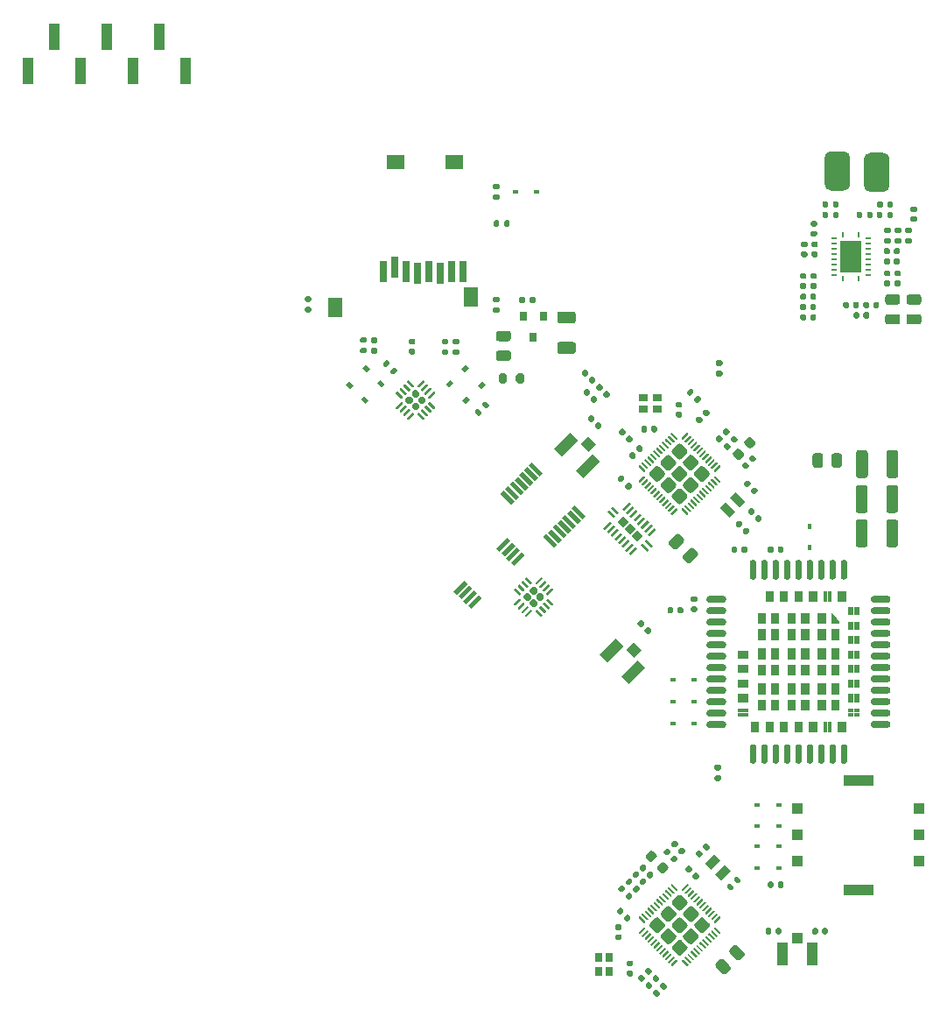
<source format=gbr>
%TF.GenerationSoftware,KiCad,Pcbnew,(5.1.9)-1*%
%TF.CreationDate,2021-07-25T18:06:35+01:00*%
%TF.ProjectId,P205,50323035-2e6b-4696-9361-645f70636258,rev?*%
%TF.SameCoordinates,Original*%
%TF.FileFunction,Paste,Bot*%
%TF.FilePolarity,Positive*%
%FSLAX46Y46*%
G04 Gerber Fmt 4.6, Leading zero omitted, Abs format (unit mm)*
G04 Created by KiCad (PCBNEW (5.1.9)-1) date 2021-07-25 18:06:35*
%MOMM*%
%LPD*%
G01*
G04 APERTURE LIST*
%ADD10C,0.010000*%
%ADD11R,0.750000X0.850000*%
%ADD12C,0.100000*%
%ADD13R,0.850000X0.750000*%
%ADD14R,1.800000X1.400000*%
%ADD15R,0.800000X2.000000*%
%ADD16R,1.400000X1.900000*%
%ADD17R,2.050000X3.050000*%
%ADD18R,0.240000X0.600000*%
%ADD19R,0.600000X0.240000*%
%ADD20R,1.000000X2.510000*%
%ADD21R,3.000000X1.000000*%
%ADD22R,1.100000X1.000000*%
%ADD23R,0.800000X0.900000*%
%ADD24R,1.000000X1.050000*%
%ADD25R,1.050000X2.200000*%
%ADD26R,0.600000X0.450000*%
%ADD27R,0.450000X0.600000*%
G04 APERTURE END LIST*
D10*
%TO.C,U8*%
G36*
X247730000Y-76500000D02*
G01*
X247300000Y-76500000D01*
X247300000Y-76800000D01*
X247730000Y-76800000D01*
X247730000Y-76500000D01*
G37*
X247730000Y-76500000D02*
X247300000Y-76500000D01*
X247300000Y-76800000D01*
X247730000Y-76800000D01*
X247730000Y-76500000D01*
G36*
X247200000Y-76500000D02*
G01*
X246770000Y-76500000D01*
X246770000Y-76800000D01*
X247200000Y-76800000D01*
X247200000Y-76500000D01*
G37*
X247200000Y-76500000D02*
X246770000Y-76500000D01*
X246770000Y-76800000D01*
X247200000Y-76800000D01*
X247200000Y-76500000D01*
G36*
X247730000Y-76100000D02*
G01*
X247300000Y-76100000D01*
X247300000Y-76400000D01*
X247730000Y-76400000D01*
X247730000Y-76100000D01*
G37*
X247730000Y-76100000D02*
X247300000Y-76100000D01*
X247300000Y-76400000D01*
X247730000Y-76400000D01*
X247730000Y-76100000D01*
G36*
X247200000Y-76100000D02*
G01*
X246770000Y-76100000D01*
X246770000Y-76400000D01*
X247200000Y-76400000D01*
X247200000Y-76100000D01*
G37*
X247200000Y-76100000D02*
X246770000Y-76100000D01*
X246770000Y-76400000D01*
X247200000Y-76400000D01*
X247200000Y-76100000D01*
G36*
X247730000Y-77900000D02*
G01*
X247300000Y-77900000D01*
X247300000Y-78200000D01*
X247730000Y-78200000D01*
X247730000Y-77900000D01*
G37*
X247730000Y-77900000D02*
X247300000Y-77900000D01*
X247300000Y-78200000D01*
X247730000Y-78200000D01*
X247730000Y-77900000D01*
G36*
X247200000Y-77900000D02*
G01*
X246770000Y-77900000D01*
X246770000Y-78200000D01*
X247200000Y-78200000D01*
X247200000Y-77900000D01*
G37*
X247200000Y-77900000D02*
X246770000Y-77900000D01*
X246770000Y-78200000D01*
X247200000Y-78200000D01*
X247200000Y-77900000D01*
G36*
X247730000Y-77500000D02*
G01*
X247300000Y-77500000D01*
X247300000Y-77800000D01*
X247730000Y-77800000D01*
X247730000Y-77500000D01*
G37*
X247730000Y-77500000D02*
X247300000Y-77500000D01*
X247300000Y-77800000D01*
X247730000Y-77800000D01*
X247730000Y-77500000D01*
G36*
X247200000Y-77500000D02*
G01*
X246770000Y-77500000D01*
X246770000Y-77800000D01*
X247200000Y-77800000D01*
X247200000Y-77500000D01*
G37*
X247200000Y-77500000D02*
X246770000Y-77500000D01*
X246770000Y-77800000D01*
X247200000Y-77800000D01*
X247200000Y-77500000D01*
G36*
X247730000Y-79300000D02*
G01*
X247300000Y-79300000D01*
X247300000Y-79600000D01*
X247730000Y-79600000D01*
X247730000Y-79300000D01*
G37*
X247730000Y-79300000D02*
X247300000Y-79300000D01*
X247300000Y-79600000D01*
X247730000Y-79600000D01*
X247730000Y-79300000D01*
G36*
X247200000Y-79300000D02*
G01*
X246770000Y-79300000D01*
X246770000Y-79600000D01*
X247200000Y-79600000D01*
X247200000Y-79300000D01*
G37*
X247200000Y-79300000D02*
X246770000Y-79300000D01*
X246770000Y-79600000D01*
X247200000Y-79600000D01*
X247200000Y-79300000D01*
G36*
X247730000Y-78900000D02*
G01*
X247300000Y-78900000D01*
X247300000Y-79200000D01*
X247730000Y-79200000D01*
X247730000Y-78900000D01*
G37*
X247730000Y-78900000D02*
X247300000Y-78900000D01*
X247300000Y-79200000D01*
X247730000Y-79200000D01*
X247730000Y-78900000D01*
G36*
X247200000Y-78900000D02*
G01*
X246770000Y-78900000D01*
X246770000Y-79200000D01*
X247200000Y-79200000D01*
X247200000Y-78900000D01*
G37*
X247200000Y-78900000D02*
X246770000Y-78900000D01*
X246770000Y-79200000D01*
X247200000Y-79200000D01*
X247200000Y-78900000D01*
G36*
X247730000Y-80700000D02*
G01*
X247300000Y-80700000D01*
X247300000Y-81000000D01*
X247730000Y-81000000D01*
X247730000Y-80700000D01*
G37*
X247730000Y-80700000D02*
X247300000Y-80700000D01*
X247300000Y-81000000D01*
X247730000Y-81000000D01*
X247730000Y-80700000D01*
G36*
X247200000Y-80700000D02*
G01*
X246770000Y-80700000D01*
X246770000Y-81000000D01*
X247200000Y-81000000D01*
X247200000Y-80700000D01*
G37*
X247200000Y-80700000D02*
X246770000Y-80700000D01*
X246770000Y-81000000D01*
X247200000Y-81000000D01*
X247200000Y-80700000D01*
G36*
X247730000Y-80300000D02*
G01*
X247300000Y-80300000D01*
X247300000Y-80600000D01*
X247730000Y-80600000D01*
X247730000Y-80300000D01*
G37*
X247730000Y-80300000D02*
X247300000Y-80300000D01*
X247300000Y-80600000D01*
X247730000Y-80600000D01*
X247730000Y-80300000D01*
G36*
X247200000Y-80300000D02*
G01*
X246770000Y-80300000D01*
X246770000Y-80600000D01*
X247200000Y-80600000D01*
X247200000Y-80300000D01*
G37*
X247200000Y-80300000D02*
X246770000Y-80300000D01*
X246770000Y-80600000D01*
X247200000Y-80600000D01*
X247200000Y-80300000D01*
G36*
X247730000Y-82100000D02*
G01*
X247300000Y-82100000D01*
X247300000Y-82400000D01*
X247730000Y-82400000D01*
X247730000Y-82100000D01*
G37*
X247730000Y-82100000D02*
X247300000Y-82100000D01*
X247300000Y-82400000D01*
X247730000Y-82400000D01*
X247730000Y-82100000D01*
G36*
X247200000Y-82100000D02*
G01*
X246770000Y-82100000D01*
X246770000Y-82400000D01*
X247200000Y-82400000D01*
X247200000Y-82100000D01*
G37*
X247200000Y-82100000D02*
X246770000Y-82100000D01*
X246770000Y-82400000D01*
X247200000Y-82400000D01*
X247200000Y-82100000D01*
G36*
X247730000Y-81700000D02*
G01*
X247300000Y-81700000D01*
X247300000Y-82000000D01*
X247730000Y-82000000D01*
X247730000Y-81700000D01*
G37*
X247730000Y-81700000D02*
X247300000Y-81700000D01*
X247300000Y-82000000D01*
X247730000Y-82000000D01*
X247730000Y-81700000D01*
G36*
X247200000Y-81700000D02*
G01*
X246770000Y-81700000D01*
X246770000Y-82000000D01*
X247200000Y-82000000D01*
X247200000Y-81700000D01*
G37*
X247200000Y-81700000D02*
X246770000Y-81700000D01*
X246770000Y-82000000D01*
X247200000Y-82000000D01*
X247200000Y-81700000D01*
G36*
X247730000Y-83500000D02*
G01*
X247300000Y-83500000D01*
X247300000Y-83800000D01*
X247730000Y-83800000D01*
X247730000Y-83500000D01*
G37*
X247730000Y-83500000D02*
X247300000Y-83500000D01*
X247300000Y-83800000D01*
X247730000Y-83800000D01*
X247730000Y-83500000D01*
G36*
X247200000Y-83500000D02*
G01*
X246770000Y-83500000D01*
X246770000Y-83800000D01*
X247200000Y-83800000D01*
X247200000Y-83500000D01*
G37*
X247200000Y-83500000D02*
X246770000Y-83500000D01*
X246770000Y-83800000D01*
X247200000Y-83800000D01*
X247200000Y-83500000D01*
G36*
X247730000Y-83100000D02*
G01*
X247300000Y-83100000D01*
X247300000Y-83400000D01*
X247730000Y-83400000D01*
X247730000Y-83100000D01*
G37*
X247730000Y-83100000D02*
X247300000Y-83100000D01*
X247300000Y-83400000D01*
X247730000Y-83400000D01*
X247730000Y-83100000D01*
G36*
X247200000Y-83100000D02*
G01*
X246770000Y-83100000D01*
X246770000Y-83400000D01*
X247200000Y-83400000D01*
X247200000Y-83100000D01*
G37*
X247200000Y-83100000D02*
X246770000Y-83100000D01*
X246770000Y-83400000D01*
X247200000Y-83400000D01*
X247200000Y-83100000D01*
G36*
X247730000Y-84900000D02*
G01*
X247300000Y-84900000D01*
X247300000Y-85200000D01*
X247730000Y-85200000D01*
X247730000Y-84900000D01*
G37*
X247730000Y-84900000D02*
X247300000Y-84900000D01*
X247300000Y-85200000D01*
X247730000Y-85200000D01*
X247730000Y-84900000D01*
G36*
X247200000Y-84900000D02*
G01*
X246770000Y-84900000D01*
X246770000Y-85200000D01*
X247200000Y-85200000D01*
X247200000Y-84900000D01*
G37*
X247200000Y-84900000D02*
X246770000Y-84900000D01*
X246770000Y-85200000D01*
X247200000Y-85200000D01*
X247200000Y-84900000D01*
G36*
X247730000Y-84500000D02*
G01*
X247300000Y-84500000D01*
X247300000Y-84800000D01*
X247730000Y-84800000D01*
X247730000Y-84500000D01*
G37*
X247730000Y-84500000D02*
X247300000Y-84500000D01*
X247300000Y-84800000D01*
X247730000Y-84800000D01*
X247730000Y-84500000D01*
G36*
X247200000Y-84500000D02*
G01*
X246770000Y-84500000D01*
X246770000Y-84800000D01*
X247200000Y-84800000D01*
X247200000Y-84500000D01*
G37*
X247200000Y-84500000D02*
X246770000Y-84500000D01*
X246770000Y-84800000D01*
X247200000Y-84800000D01*
X247200000Y-84500000D01*
G36*
X247730000Y-86300000D02*
G01*
X247300000Y-86300000D01*
X247300000Y-86600000D01*
X247730000Y-86600000D01*
X247730000Y-86300000D01*
G37*
X247730000Y-86300000D02*
X247300000Y-86300000D01*
X247300000Y-86600000D01*
X247730000Y-86600000D01*
X247730000Y-86300000D01*
G36*
X247200000Y-86300000D02*
G01*
X246770000Y-86300000D01*
X246770000Y-86600000D01*
X247200000Y-86600000D01*
X247200000Y-86300000D01*
G37*
X247200000Y-86300000D02*
X246770000Y-86300000D01*
X246770000Y-86600000D01*
X247200000Y-86600000D01*
X247200000Y-86300000D01*
G36*
X247730000Y-85900000D02*
G01*
X247300000Y-85900000D01*
X247300000Y-86200000D01*
X247730000Y-86200000D01*
X247730000Y-85900000D01*
G37*
X247730000Y-85900000D02*
X247300000Y-85900000D01*
X247300000Y-86200000D01*
X247730000Y-86200000D01*
X247730000Y-85900000D01*
G36*
X247200000Y-85900000D02*
G01*
X246770000Y-85900000D01*
X246770000Y-86200000D01*
X247200000Y-86200000D01*
X247200000Y-85900000D01*
G37*
X247200000Y-85900000D02*
X246770000Y-85900000D01*
X246770000Y-86200000D01*
X247200000Y-86200000D01*
X247200000Y-85900000D01*
G36*
X241600000Y-80100000D02*
G01*
X240900000Y-80100000D01*
X240900000Y-81050000D01*
X241600000Y-81050000D01*
X241600000Y-80100000D01*
G37*
X241600000Y-80100000D02*
X240900000Y-80100000D01*
X240900000Y-81050000D01*
X241600000Y-81050000D01*
X241600000Y-80100000D01*
G36*
X241600000Y-81650000D02*
G01*
X240900000Y-81650000D01*
X240900000Y-82600000D01*
X241600000Y-82600000D01*
X241600000Y-81650000D01*
G37*
X241600000Y-81650000D02*
X240900000Y-81650000D01*
X240900000Y-82600000D01*
X241600000Y-82600000D01*
X241600000Y-81650000D01*
G36*
X242900000Y-81650000D02*
G01*
X242200000Y-81650000D01*
X242200000Y-82600000D01*
X242900000Y-82600000D01*
X242900000Y-81650000D01*
G37*
X242900000Y-81650000D02*
X242200000Y-81650000D01*
X242200000Y-82600000D01*
X242900000Y-82600000D01*
X242900000Y-81650000D01*
G36*
X244500000Y-76700000D02*
G01*
X243800000Y-76700000D01*
X243800000Y-77650000D01*
X244500000Y-77650000D01*
X244500000Y-76700000D01*
G37*
X244500000Y-76700000D02*
X243800000Y-76700000D01*
X243800000Y-77650000D01*
X244500000Y-77650000D01*
X244500000Y-76700000D01*
G36*
X245100000Y-77650000D02*
G01*
X245100000Y-76720000D01*
X245800000Y-77420000D01*
X245800000Y-77650000D01*
X245100000Y-77650000D01*
G37*
X245100000Y-77650000D02*
X245100000Y-76720000D01*
X245800000Y-77420000D01*
X245800000Y-77650000D01*
X245100000Y-77650000D01*
G36*
X244500000Y-78250000D02*
G01*
X243800000Y-78250000D01*
X243800000Y-79200000D01*
X244500000Y-79200000D01*
X244500000Y-78250000D01*
G37*
X244500000Y-78250000D02*
X243800000Y-78250000D01*
X243800000Y-79200000D01*
X244500000Y-79200000D01*
X244500000Y-78250000D01*
G36*
X245800000Y-78250000D02*
G01*
X245100000Y-78250000D01*
X245100000Y-79200000D01*
X245800000Y-79200000D01*
X245800000Y-78250000D01*
G37*
X245800000Y-78250000D02*
X245100000Y-78250000D01*
X245100000Y-79200000D01*
X245800000Y-79200000D01*
X245800000Y-78250000D01*
G36*
X242900000Y-80100000D02*
G01*
X242200000Y-80100000D01*
X242200000Y-81050000D01*
X242900000Y-81050000D01*
X242900000Y-80100000D01*
G37*
X242900000Y-80100000D02*
X242200000Y-80100000D01*
X242200000Y-81050000D01*
X242900000Y-81050000D01*
X242900000Y-80100000D01*
G36*
X241600000Y-76700000D02*
G01*
X240900000Y-76700000D01*
X240900000Y-77650000D01*
X241600000Y-77650000D01*
X241600000Y-76700000D01*
G37*
X241600000Y-76700000D02*
X240900000Y-76700000D01*
X240900000Y-77650000D01*
X241600000Y-77650000D01*
X241600000Y-76700000D01*
G36*
X241600000Y-78250000D02*
G01*
X240900000Y-78250000D01*
X240900000Y-79200000D01*
X241600000Y-79200000D01*
X241600000Y-78250000D01*
G37*
X241600000Y-78250000D02*
X240900000Y-78250000D01*
X240900000Y-79200000D01*
X241600000Y-79200000D01*
X241600000Y-78250000D01*
G36*
X242900000Y-78250000D02*
G01*
X242200000Y-78250000D01*
X242200000Y-79200000D01*
X242900000Y-79200000D01*
X242900000Y-78250000D01*
G37*
X242900000Y-78250000D02*
X242200000Y-78250000D01*
X242200000Y-79200000D01*
X242900000Y-79200000D01*
X242900000Y-78250000D01*
G36*
X242900000Y-76700000D02*
G01*
X242200000Y-76700000D01*
X242200000Y-77650000D01*
X242900000Y-77650000D01*
X242900000Y-76700000D01*
G37*
X242900000Y-76700000D02*
X242200000Y-76700000D01*
X242200000Y-77650000D01*
X242900000Y-77650000D01*
X242900000Y-76700000D01*
G36*
X241600000Y-83500000D02*
G01*
X240900000Y-83500000D01*
X240900000Y-84450000D01*
X241600000Y-84450000D01*
X241600000Y-83500000D01*
G37*
X241600000Y-83500000D02*
X240900000Y-83500000D01*
X240900000Y-84450000D01*
X241600000Y-84450000D01*
X241600000Y-83500000D01*
G36*
X241600000Y-85050000D02*
G01*
X240900000Y-85050000D01*
X240900000Y-86000000D01*
X241600000Y-86000000D01*
X241600000Y-85050000D01*
G37*
X241600000Y-85050000D02*
X240900000Y-85050000D01*
X240900000Y-86000000D01*
X241600000Y-86000000D01*
X241600000Y-85050000D01*
G36*
X242900000Y-85050000D02*
G01*
X242200000Y-85050000D01*
X242200000Y-86000000D01*
X242900000Y-86000000D01*
X242900000Y-85050000D01*
G37*
X242900000Y-85050000D02*
X242200000Y-85050000D01*
X242200000Y-86000000D01*
X242900000Y-86000000D01*
X242900000Y-85050000D01*
G36*
X242900000Y-83500000D02*
G01*
X242200000Y-83500000D01*
X242200000Y-84450000D01*
X242900000Y-84450000D01*
X242900000Y-83500000D01*
G37*
X242900000Y-83500000D02*
X242200000Y-83500000D01*
X242200000Y-84450000D01*
X242900000Y-84450000D01*
X242900000Y-83500000D01*
G36*
X238700000Y-80100000D02*
G01*
X238000000Y-80100000D01*
X238000000Y-81050000D01*
X238700000Y-81050000D01*
X238700000Y-80100000D01*
G37*
X238700000Y-80100000D02*
X238000000Y-80100000D01*
X238000000Y-81050000D01*
X238700000Y-81050000D01*
X238700000Y-80100000D01*
G36*
X238700000Y-81650000D02*
G01*
X238000000Y-81650000D01*
X238000000Y-82600000D01*
X238700000Y-82600000D01*
X238700000Y-81650000D01*
G37*
X238700000Y-81650000D02*
X238000000Y-81650000D01*
X238000000Y-82600000D01*
X238700000Y-82600000D01*
X238700000Y-81650000D01*
G36*
X240000000Y-81650000D02*
G01*
X239300000Y-81650000D01*
X239300000Y-82600000D01*
X240000000Y-82600000D01*
X240000000Y-81650000D01*
G37*
X240000000Y-81650000D02*
X239300000Y-81650000D01*
X239300000Y-82600000D01*
X240000000Y-82600000D01*
X240000000Y-81650000D01*
G36*
X240000000Y-80100000D02*
G01*
X239300000Y-80100000D01*
X239300000Y-81050000D01*
X240000000Y-81050000D01*
X240000000Y-80100000D01*
G37*
X240000000Y-80100000D02*
X239300000Y-80100000D01*
X239300000Y-81050000D01*
X240000000Y-81050000D01*
X240000000Y-80100000D01*
G36*
X238700000Y-83500000D02*
G01*
X238000000Y-83500000D01*
X238000000Y-84450000D01*
X238700000Y-84450000D01*
X238700000Y-83500000D01*
G37*
X238700000Y-83500000D02*
X238000000Y-83500000D01*
X238000000Y-84450000D01*
X238700000Y-84450000D01*
X238700000Y-83500000D01*
G36*
X238700000Y-85050000D02*
G01*
X238000000Y-85050000D01*
X238000000Y-86000000D01*
X238700000Y-86000000D01*
X238700000Y-85050000D01*
G37*
X238700000Y-85050000D02*
X238000000Y-85050000D01*
X238000000Y-86000000D01*
X238700000Y-86000000D01*
X238700000Y-85050000D01*
G36*
X240000000Y-85050000D02*
G01*
X239300000Y-85050000D01*
X239300000Y-86000000D01*
X240000000Y-86000000D01*
X240000000Y-85050000D01*
G37*
X240000000Y-85050000D02*
X239300000Y-85050000D01*
X239300000Y-86000000D01*
X240000000Y-86000000D01*
X240000000Y-85050000D01*
G36*
X240000000Y-83500000D02*
G01*
X239300000Y-83500000D01*
X239300000Y-84450000D01*
X240000000Y-84450000D01*
X240000000Y-83500000D01*
G37*
X240000000Y-83500000D02*
X239300000Y-83500000D01*
X239300000Y-84450000D01*
X240000000Y-84450000D01*
X240000000Y-83500000D01*
G36*
X244500000Y-80100000D02*
G01*
X243800000Y-80100000D01*
X243800000Y-81050000D01*
X244500000Y-81050000D01*
X244500000Y-80100000D01*
G37*
X244500000Y-80100000D02*
X243800000Y-80100000D01*
X243800000Y-81050000D01*
X244500000Y-81050000D01*
X244500000Y-80100000D01*
G36*
X244500000Y-81650000D02*
G01*
X243800000Y-81650000D01*
X243800000Y-82600000D01*
X244500000Y-82600000D01*
X244500000Y-81650000D01*
G37*
X244500000Y-81650000D02*
X243800000Y-81650000D01*
X243800000Y-82600000D01*
X244500000Y-82600000D01*
X244500000Y-81650000D01*
G36*
X245800000Y-81650000D02*
G01*
X245100000Y-81650000D01*
X245100000Y-82600000D01*
X245800000Y-82600000D01*
X245800000Y-81650000D01*
G37*
X245800000Y-81650000D02*
X245100000Y-81650000D01*
X245100000Y-82600000D01*
X245800000Y-82600000D01*
X245800000Y-81650000D01*
G36*
X245800000Y-80100000D02*
G01*
X245100000Y-80100000D01*
X245100000Y-81050000D01*
X245800000Y-81050000D01*
X245800000Y-80100000D01*
G37*
X245800000Y-80100000D02*
X245100000Y-80100000D01*
X245100000Y-81050000D01*
X245800000Y-81050000D01*
X245800000Y-80100000D01*
G36*
X244500000Y-83500000D02*
G01*
X243800000Y-83500000D01*
X243800000Y-84450000D01*
X244500000Y-84450000D01*
X244500000Y-83500000D01*
G37*
X244500000Y-83500000D02*
X243800000Y-83500000D01*
X243800000Y-84450000D01*
X244500000Y-84450000D01*
X244500000Y-83500000D01*
G36*
X244500000Y-85050000D02*
G01*
X243800000Y-85050000D01*
X243800000Y-86000000D01*
X244500000Y-86000000D01*
X244500000Y-85050000D01*
G37*
X244500000Y-85050000D02*
X243800000Y-85050000D01*
X243800000Y-86000000D01*
X244500000Y-86000000D01*
X244500000Y-85050000D01*
G36*
X245800000Y-85050000D02*
G01*
X245100000Y-85050000D01*
X245100000Y-86000000D01*
X245800000Y-86000000D01*
X245800000Y-85050000D01*
G37*
X245800000Y-85050000D02*
X245100000Y-85050000D01*
X245100000Y-86000000D01*
X245800000Y-86000000D01*
X245800000Y-85050000D01*
G36*
X245800000Y-83500000D02*
G01*
X245100000Y-83500000D01*
X245100000Y-84450000D01*
X245800000Y-84450000D01*
X245800000Y-83500000D01*
G37*
X245800000Y-83500000D02*
X245100000Y-83500000D01*
X245100000Y-84450000D01*
X245800000Y-84450000D01*
X245800000Y-83500000D01*
G36*
X238700000Y-76700000D02*
G01*
X238000000Y-76700000D01*
X238000000Y-77650000D01*
X238700000Y-77650000D01*
X238700000Y-76700000D01*
G37*
X238700000Y-76700000D02*
X238000000Y-76700000D01*
X238000000Y-77650000D01*
X238700000Y-77650000D01*
X238700000Y-76700000D01*
G36*
X238700000Y-78250000D02*
G01*
X238000000Y-78250000D01*
X238000000Y-79200000D01*
X238700000Y-79200000D01*
X238700000Y-78250000D01*
G37*
X238700000Y-78250000D02*
X238000000Y-78250000D01*
X238000000Y-79200000D01*
X238700000Y-79200000D01*
X238700000Y-78250000D01*
G36*
X240000000Y-78250000D02*
G01*
X239300000Y-78250000D01*
X239300000Y-79200000D01*
X240000000Y-79200000D01*
X240000000Y-78250000D01*
G37*
X240000000Y-78250000D02*
X239300000Y-78250000D01*
X239300000Y-79200000D01*
X240000000Y-79200000D01*
X240000000Y-78250000D01*
G36*
X240000000Y-76700000D02*
G01*
X239300000Y-76700000D01*
X239300000Y-77650000D01*
X240000000Y-77650000D01*
X240000000Y-76700000D01*
G37*
X240000000Y-76700000D02*
X239300000Y-76700000D01*
X239300000Y-77650000D01*
X240000000Y-77650000D01*
X240000000Y-76700000D01*
G36*
X241625000Y-71825000D02*
G01*
X241625000Y-73075000D01*
X241625377Y-73089392D01*
X241626506Y-73103745D01*
X241628386Y-73118019D01*
X241631009Y-73132176D01*
X241634370Y-73146175D01*
X241638459Y-73159980D01*
X241643265Y-73173551D01*
X241648775Y-73186853D01*
X241654973Y-73199847D01*
X241661843Y-73212500D01*
X241669366Y-73224776D01*
X241677520Y-73236641D01*
X241686285Y-73248063D01*
X241695635Y-73259011D01*
X241705546Y-73269454D01*
X241715989Y-73279365D01*
X241726937Y-73288715D01*
X241738359Y-73297480D01*
X241750224Y-73305634D01*
X241762500Y-73313157D01*
X241775153Y-73320027D01*
X241788147Y-73326225D01*
X241801449Y-73331735D01*
X241815020Y-73336541D01*
X241828825Y-73340630D01*
X241842824Y-73343991D01*
X241856981Y-73346614D01*
X241871255Y-73348494D01*
X241885608Y-73349623D01*
X241900000Y-73350000D01*
X241914392Y-73349623D01*
X241928745Y-73348494D01*
X241943019Y-73346614D01*
X241957176Y-73343991D01*
X241971175Y-73340630D01*
X241984980Y-73336541D01*
X241998551Y-73331735D01*
X242011853Y-73326225D01*
X242024847Y-73320027D01*
X242037500Y-73313157D01*
X242049776Y-73305634D01*
X242061641Y-73297480D01*
X242073063Y-73288715D01*
X242084011Y-73279365D01*
X242094454Y-73269454D01*
X242104365Y-73259011D01*
X242113715Y-73248063D01*
X242122480Y-73236641D01*
X242130634Y-73224776D01*
X242138157Y-73212500D01*
X242145027Y-73199847D01*
X242151225Y-73186853D01*
X242156735Y-73173551D01*
X242161541Y-73159980D01*
X242165630Y-73146175D01*
X242168991Y-73132176D01*
X242171614Y-73118019D01*
X242173494Y-73103745D01*
X242174623Y-73089392D01*
X242175000Y-73075000D01*
X242175000Y-71825000D01*
X242174623Y-71810608D01*
X242173494Y-71796255D01*
X242171614Y-71781981D01*
X242168991Y-71767824D01*
X242165630Y-71753825D01*
X242161541Y-71740020D01*
X242156735Y-71726449D01*
X242151225Y-71713147D01*
X242145027Y-71700153D01*
X242138157Y-71687500D01*
X242130634Y-71675224D01*
X242122480Y-71663359D01*
X242113715Y-71651937D01*
X242104365Y-71640989D01*
X242094454Y-71630546D01*
X242084011Y-71620635D01*
X242073063Y-71611285D01*
X242061641Y-71602520D01*
X242049776Y-71594366D01*
X242037500Y-71586843D01*
X242024847Y-71579973D01*
X242011853Y-71573775D01*
X241998551Y-71568265D01*
X241984980Y-71563459D01*
X241971175Y-71559370D01*
X241957176Y-71556009D01*
X241943019Y-71553386D01*
X241928745Y-71551506D01*
X241914392Y-71550377D01*
X241900000Y-71550000D01*
X241885608Y-71550377D01*
X241871255Y-71551506D01*
X241856981Y-71553386D01*
X241842824Y-71556009D01*
X241828825Y-71559370D01*
X241815020Y-71563459D01*
X241801449Y-71568265D01*
X241788147Y-71573775D01*
X241775153Y-71579973D01*
X241762500Y-71586843D01*
X241750224Y-71594366D01*
X241738359Y-71602520D01*
X241726937Y-71611285D01*
X241715989Y-71620635D01*
X241705546Y-71630546D01*
X241695635Y-71640989D01*
X241686285Y-71651937D01*
X241677520Y-71663359D01*
X241669366Y-71675224D01*
X241661843Y-71687500D01*
X241654973Y-71700153D01*
X241648775Y-71713147D01*
X241643265Y-71726449D01*
X241638459Y-71740020D01*
X241634370Y-71753825D01*
X241631009Y-71767824D01*
X241628386Y-71781981D01*
X241626506Y-71796255D01*
X241625377Y-71810608D01*
X241625000Y-71825000D01*
G37*
X241625000Y-71825000D02*
X241625000Y-73075000D01*
X241625377Y-73089392D01*
X241626506Y-73103745D01*
X241628386Y-73118019D01*
X241631009Y-73132176D01*
X241634370Y-73146175D01*
X241638459Y-73159980D01*
X241643265Y-73173551D01*
X241648775Y-73186853D01*
X241654973Y-73199847D01*
X241661843Y-73212500D01*
X241669366Y-73224776D01*
X241677520Y-73236641D01*
X241686285Y-73248063D01*
X241695635Y-73259011D01*
X241705546Y-73269454D01*
X241715989Y-73279365D01*
X241726937Y-73288715D01*
X241738359Y-73297480D01*
X241750224Y-73305634D01*
X241762500Y-73313157D01*
X241775153Y-73320027D01*
X241788147Y-73326225D01*
X241801449Y-73331735D01*
X241815020Y-73336541D01*
X241828825Y-73340630D01*
X241842824Y-73343991D01*
X241856981Y-73346614D01*
X241871255Y-73348494D01*
X241885608Y-73349623D01*
X241900000Y-73350000D01*
X241914392Y-73349623D01*
X241928745Y-73348494D01*
X241943019Y-73346614D01*
X241957176Y-73343991D01*
X241971175Y-73340630D01*
X241984980Y-73336541D01*
X241998551Y-73331735D01*
X242011853Y-73326225D01*
X242024847Y-73320027D01*
X242037500Y-73313157D01*
X242049776Y-73305634D01*
X242061641Y-73297480D01*
X242073063Y-73288715D01*
X242084011Y-73279365D01*
X242094454Y-73269454D01*
X242104365Y-73259011D01*
X242113715Y-73248063D01*
X242122480Y-73236641D01*
X242130634Y-73224776D01*
X242138157Y-73212500D01*
X242145027Y-73199847D01*
X242151225Y-73186853D01*
X242156735Y-73173551D01*
X242161541Y-73159980D01*
X242165630Y-73146175D01*
X242168991Y-73132176D01*
X242171614Y-73118019D01*
X242173494Y-73103745D01*
X242174623Y-73089392D01*
X242175000Y-73075000D01*
X242175000Y-71825000D01*
X242174623Y-71810608D01*
X242173494Y-71796255D01*
X242171614Y-71781981D01*
X242168991Y-71767824D01*
X242165630Y-71753825D01*
X242161541Y-71740020D01*
X242156735Y-71726449D01*
X242151225Y-71713147D01*
X242145027Y-71700153D01*
X242138157Y-71687500D01*
X242130634Y-71675224D01*
X242122480Y-71663359D01*
X242113715Y-71651937D01*
X242104365Y-71640989D01*
X242094454Y-71630546D01*
X242084011Y-71620635D01*
X242073063Y-71611285D01*
X242061641Y-71602520D01*
X242049776Y-71594366D01*
X242037500Y-71586843D01*
X242024847Y-71579973D01*
X242011853Y-71573775D01*
X241998551Y-71568265D01*
X241984980Y-71563459D01*
X241971175Y-71559370D01*
X241957176Y-71556009D01*
X241943019Y-71553386D01*
X241928745Y-71551506D01*
X241914392Y-71550377D01*
X241900000Y-71550000D01*
X241885608Y-71550377D01*
X241871255Y-71551506D01*
X241856981Y-71553386D01*
X241842824Y-71556009D01*
X241828825Y-71559370D01*
X241815020Y-71563459D01*
X241801449Y-71568265D01*
X241788147Y-71573775D01*
X241775153Y-71579973D01*
X241762500Y-71586843D01*
X241750224Y-71594366D01*
X241738359Y-71602520D01*
X241726937Y-71611285D01*
X241715989Y-71620635D01*
X241705546Y-71630546D01*
X241695635Y-71640989D01*
X241686285Y-71651937D01*
X241677520Y-71663359D01*
X241669366Y-71675224D01*
X241661843Y-71687500D01*
X241654973Y-71700153D01*
X241648775Y-71713147D01*
X241643265Y-71726449D01*
X241638459Y-71740020D01*
X241634370Y-71753825D01*
X241631009Y-71767824D01*
X241628386Y-71781981D01*
X241626506Y-71796255D01*
X241625377Y-71810608D01*
X241625000Y-71825000D01*
G36*
X242725000Y-71825000D02*
G01*
X242725000Y-73075000D01*
X242725377Y-73089392D01*
X242726506Y-73103745D01*
X242728386Y-73118019D01*
X242731009Y-73132176D01*
X242734370Y-73146175D01*
X242738459Y-73159980D01*
X242743265Y-73173551D01*
X242748775Y-73186853D01*
X242754973Y-73199847D01*
X242761843Y-73212500D01*
X242769366Y-73224776D01*
X242777520Y-73236641D01*
X242786285Y-73248063D01*
X242795635Y-73259011D01*
X242805546Y-73269454D01*
X242815989Y-73279365D01*
X242826937Y-73288715D01*
X242838359Y-73297480D01*
X242850224Y-73305634D01*
X242862500Y-73313157D01*
X242875153Y-73320027D01*
X242888147Y-73326225D01*
X242901449Y-73331735D01*
X242915020Y-73336541D01*
X242928825Y-73340630D01*
X242942824Y-73343991D01*
X242956981Y-73346614D01*
X242971255Y-73348494D01*
X242985608Y-73349623D01*
X243000000Y-73350000D01*
X243014392Y-73349623D01*
X243028745Y-73348494D01*
X243043019Y-73346614D01*
X243057176Y-73343991D01*
X243071175Y-73340630D01*
X243084980Y-73336541D01*
X243098551Y-73331735D01*
X243111853Y-73326225D01*
X243124847Y-73320027D01*
X243137500Y-73313157D01*
X243149776Y-73305634D01*
X243161641Y-73297480D01*
X243173063Y-73288715D01*
X243184011Y-73279365D01*
X243194454Y-73269454D01*
X243204365Y-73259011D01*
X243213715Y-73248063D01*
X243222480Y-73236641D01*
X243230634Y-73224776D01*
X243238157Y-73212500D01*
X243245027Y-73199847D01*
X243251225Y-73186853D01*
X243256735Y-73173551D01*
X243261541Y-73159980D01*
X243265630Y-73146175D01*
X243268991Y-73132176D01*
X243271614Y-73118019D01*
X243273494Y-73103745D01*
X243274623Y-73089392D01*
X243275000Y-73075000D01*
X243275000Y-71825000D01*
X243274623Y-71810608D01*
X243273494Y-71796255D01*
X243271614Y-71781981D01*
X243268991Y-71767824D01*
X243265630Y-71753825D01*
X243261541Y-71740020D01*
X243256735Y-71726449D01*
X243251225Y-71713147D01*
X243245027Y-71700153D01*
X243238157Y-71687500D01*
X243230634Y-71675224D01*
X243222480Y-71663359D01*
X243213715Y-71651937D01*
X243204365Y-71640989D01*
X243194454Y-71630546D01*
X243184011Y-71620635D01*
X243173063Y-71611285D01*
X243161641Y-71602520D01*
X243149776Y-71594366D01*
X243137500Y-71586843D01*
X243124847Y-71579973D01*
X243111853Y-71573775D01*
X243098551Y-71568265D01*
X243084980Y-71563459D01*
X243071175Y-71559370D01*
X243057176Y-71556009D01*
X243043019Y-71553386D01*
X243028745Y-71551506D01*
X243014392Y-71550377D01*
X243000000Y-71550000D01*
X242985608Y-71550377D01*
X242971255Y-71551506D01*
X242956981Y-71553386D01*
X242942824Y-71556009D01*
X242928825Y-71559370D01*
X242915020Y-71563459D01*
X242901449Y-71568265D01*
X242888147Y-71573775D01*
X242875153Y-71579973D01*
X242862500Y-71586843D01*
X242850224Y-71594366D01*
X242838359Y-71602520D01*
X242826937Y-71611285D01*
X242815989Y-71620635D01*
X242805546Y-71630546D01*
X242795635Y-71640989D01*
X242786285Y-71651937D01*
X242777520Y-71663359D01*
X242769366Y-71675224D01*
X242761843Y-71687500D01*
X242754973Y-71700153D01*
X242748775Y-71713147D01*
X242743265Y-71726449D01*
X242738459Y-71740020D01*
X242734370Y-71753825D01*
X242731009Y-71767824D01*
X242728386Y-71781981D01*
X242726506Y-71796255D01*
X242725377Y-71810608D01*
X242725000Y-71825000D01*
G37*
X242725000Y-71825000D02*
X242725000Y-73075000D01*
X242725377Y-73089392D01*
X242726506Y-73103745D01*
X242728386Y-73118019D01*
X242731009Y-73132176D01*
X242734370Y-73146175D01*
X242738459Y-73159980D01*
X242743265Y-73173551D01*
X242748775Y-73186853D01*
X242754973Y-73199847D01*
X242761843Y-73212500D01*
X242769366Y-73224776D01*
X242777520Y-73236641D01*
X242786285Y-73248063D01*
X242795635Y-73259011D01*
X242805546Y-73269454D01*
X242815989Y-73279365D01*
X242826937Y-73288715D01*
X242838359Y-73297480D01*
X242850224Y-73305634D01*
X242862500Y-73313157D01*
X242875153Y-73320027D01*
X242888147Y-73326225D01*
X242901449Y-73331735D01*
X242915020Y-73336541D01*
X242928825Y-73340630D01*
X242942824Y-73343991D01*
X242956981Y-73346614D01*
X242971255Y-73348494D01*
X242985608Y-73349623D01*
X243000000Y-73350000D01*
X243014392Y-73349623D01*
X243028745Y-73348494D01*
X243043019Y-73346614D01*
X243057176Y-73343991D01*
X243071175Y-73340630D01*
X243084980Y-73336541D01*
X243098551Y-73331735D01*
X243111853Y-73326225D01*
X243124847Y-73320027D01*
X243137500Y-73313157D01*
X243149776Y-73305634D01*
X243161641Y-73297480D01*
X243173063Y-73288715D01*
X243184011Y-73279365D01*
X243194454Y-73269454D01*
X243204365Y-73259011D01*
X243213715Y-73248063D01*
X243222480Y-73236641D01*
X243230634Y-73224776D01*
X243238157Y-73212500D01*
X243245027Y-73199847D01*
X243251225Y-73186853D01*
X243256735Y-73173551D01*
X243261541Y-73159980D01*
X243265630Y-73146175D01*
X243268991Y-73132176D01*
X243271614Y-73118019D01*
X243273494Y-73103745D01*
X243274623Y-73089392D01*
X243275000Y-73075000D01*
X243275000Y-71825000D01*
X243274623Y-71810608D01*
X243273494Y-71796255D01*
X243271614Y-71781981D01*
X243268991Y-71767824D01*
X243265630Y-71753825D01*
X243261541Y-71740020D01*
X243256735Y-71726449D01*
X243251225Y-71713147D01*
X243245027Y-71700153D01*
X243238157Y-71687500D01*
X243230634Y-71675224D01*
X243222480Y-71663359D01*
X243213715Y-71651937D01*
X243204365Y-71640989D01*
X243194454Y-71630546D01*
X243184011Y-71620635D01*
X243173063Y-71611285D01*
X243161641Y-71602520D01*
X243149776Y-71594366D01*
X243137500Y-71586843D01*
X243124847Y-71579973D01*
X243111853Y-71573775D01*
X243098551Y-71568265D01*
X243084980Y-71563459D01*
X243071175Y-71559370D01*
X243057176Y-71556009D01*
X243043019Y-71553386D01*
X243028745Y-71551506D01*
X243014392Y-71550377D01*
X243000000Y-71550000D01*
X242985608Y-71550377D01*
X242971255Y-71551506D01*
X242956981Y-71553386D01*
X242942824Y-71556009D01*
X242928825Y-71559370D01*
X242915020Y-71563459D01*
X242901449Y-71568265D01*
X242888147Y-71573775D01*
X242875153Y-71579973D01*
X242862500Y-71586843D01*
X242850224Y-71594366D01*
X242838359Y-71602520D01*
X242826937Y-71611285D01*
X242815989Y-71620635D01*
X242805546Y-71630546D01*
X242795635Y-71640989D01*
X242786285Y-71651937D01*
X242777520Y-71663359D01*
X242769366Y-71675224D01*
X242761843Y-71687500D01*
X242754973Y-71700153D01*
X242748775Y-71713147D01*
X242743265Y-71726449D01*
X242738459Y-71740020D01*
X242734370Y-71753825D01*
X242731009Y-71767824D01*
X242728386Y-71781981D01*
X242726506Y-71796255D01*
X242725377Y-71810608D01*
X242725000Y-71825000D01*
G36*
X243825000Y-71825000D02*
G01*
X243825000Y-73075000D01*
X243825377Y-73089392D01*
X243826506Y-73103745D01*
X243828386Y-73118019D01*
X243831009Y-73132176D01*
X243834370Y-73146175D01*
X243838459Y-73159980D01*
X243843265Y-73173551D01*
X243848775Y-73186853D01*
X243854973Y-73199847D01*
X243861843Y-73212500D01*
X243869366Y-73224776D01*
X243877520Y-73236641D01*
X243886285Y-73248063D01*
X243895635Y-73259011D01*
X243905546Y-73269454D01*
X243915989Y-73279365D01*
X243926937Y-73288715D01*
X243938359Y-73297480D01*
X243950224Y-73305634D01*
X243962500Y-73313157D01*
X243975153Y-73320027D01*
X243988147Y-73326225D01*
X244001449Y-73331735D01*
X244015020Y-73336541D01*
X244028825Y-73340630D01*
X244042824Y-73343991D01*
X244056981Y-73346614D01*
X244071255Y-73348494D01*
X244085608Y-73349623D01*
X244100000Y-73350000D01*
X244114392Y-73349623D01*
X244128745Y-73348494D01*
X244143019Y-73346614D01*
X244157176Y-73343991D01*
X244171175Y-73340630D01*
X244184980Y-73336541D01*
X244198551Y-73331735D01*
X244211853Y-73326225D01*
X244224847Y-73320027D01*
X244237500Y-73313157D01*
X244249776Y-73305634D01*
X244261641Y-73297480D01*
X244273063Y-73288715D01*
X244284011Y-73279365D01*
X244294454Y-73269454D01*
X244304365Y-73259011D01*
X244313715Y-73248063D01*
X244322480Y-73236641D01*
X244330634Y-73224776D01*
X244338157Y-73212500D01*
X244345027Y-73199847D01*
X244351225Y-73186853D01*
X244356735Y-73173551D01*
X244361541Y-73159980D01*
X244365630Y-73146175D01*
X244368991Y-73132176D01*
X244371614Y-73118019D01*
X244373494Y-73103745D01*
X244374623Y-73089392D01*
X244375000Y-73075000D01*
X244375000Y-71825000D01*
X244374623Y-71810608D01*
X244373494Y-71796255D01*
X244371614Y-71781981D01*
X244368991Y-71767824D01*
X244365630Y-71753825D01*
X244361541Y-71740020D01*
X244356735Y-71726449D01*
X244351225Y-71713147D01*
X244345027Y-71700153D01*
X244338157Y-71687500D01*
X244330634Y-71675224D01*
X244322480Y-71663359D01*
X244313715Y-71651937D01*
X244304365Y-71640989D01*
X244294454Y-71630546D01*
X244284011Y-71620635D01*
X244273063Y-71611285D01*
X244261641Y-71602520D01*
X244249776Y-71594366D01*
X244237500Y-71586843D01*
X244224847Y-71579973D01*
X244211853Y-71573775D01*
X244198551Y-71568265D01*
X244184980Y-71563459D01*
X244171175Y-71559370D01*
X244157176Y-71556009D01*
X244143019Y-71553386D01*
X244128745Y-71551506D01*
X244114392Y-71550377D01*
X244100000Y-71550000D01*
X244085608Y-71550377D01*
X244071255Y-71551506D01*
X244056981Y-71553386D01*
X244042824Y-71556009D01*
X244028825Y-71559370D01*
X244015020Y-71563459D01*
X244001449Y-71568265D01*
X243988147Y-71573775D01*
X243975153Y-71579973D01*
X243962500Y-71586843D01*
X243950224Y-71594366D01*
X243938359Y-71602520D01*
X243926937Y-71611285D01*
X243915989Y-71620635D01*
X243905546Y-71630546D01*
X243895635Y-71640989D01*
X243886285Y-71651937D01*
X243877520Y-71663359D01*
X243869366Y-71675224D01*
X243861843Y-71687500D01*
X243854973Y-71700153D01*
X243848775Y-71713147D01*
X243843265Y-71726449D01*
X243838459Y-71740020D01*
X243834370Y-71753825D01*
X243831009Y-71767824D01*
X243828386Y-71781981D01*
X243826506Y-71796255D01*
X243825377Y-71810608D01*
X243825000Y-71825000D01*
G37*
X243825000Y-71825000D02*
X243825000Y-73075000D01*
X243825377Y-73089392D01*
X243826506Y-73103745D01*
X243828386Y-73118019D01*
X243831009Y-73132176D01*
X243834370Y-73146175D01*
X243838459Y-73159980D01*
X243843265Y-73173551D01*
X243848775Y-73186853D01*
X243854973Y-73199847D01*
X243861843Y-73212500D01*
X243869366Y-73224776D01*
X243877520Y-73236641D01*
X243886285Y-73248063D01*
X243895635Y-73259011D01*
X243905546Y-73269454D01*
X243915989Y-73279365D01*
X243926937Y-73288715D01*
X243938359Y-73297480D01*
X243950224Y-73305634D01*
X243962500Y-73313157D01*
X243975153Y-73320027D01*
X243988147Y-73326225D01*
X244001449Y-73331735D01*
X244015020Y-73336541D01*
X244028825Y-73340630D01*
X244042824Y-73343991D01*
X244056981Y-73346614D01*
X244071255Y-73348494D01*
X244085608Y-73349623D01*
X244100000Y-73350000D01*
X244114392Y-73349623D01*
X244128745Y-73348494D01*
X244143019Y-73346614D01*
X244157176Y-73343991D01*
X244171175Y-73340630D01*
X244184980Y-73336541D01*
X244198551Y-73331735D01*
X244211853Y-73326225D01*
X244224847Y-73320027D01*
X244237500Y-73313157D01*
X244249776Y-73305634D01*
X244261641Y-73297480D01*
X244273063Y-73288715D01*
X244284011Y-73279365D01*
X244294454Y-73269454D01*
X244304365Y-73259011D01*
X244313715Y-73248063D01*
X244322480Y-73236641D01*
X244330634Y-73224776D01*
X244338157Y-73212500D01*
X244345027Y-73199847D01*
X244351225Y-73186853D01*
X244356735Y-73173551D01*
X244361541Y-73159980D01*
X244365630Y-73146175D01*
X244368991Y-73132176D01*
X244371614Y-73118019D01*
X244373494Y-73103745D01*
X244374623Y-73089392D01*
X244375000Y-73075000D01*
X244375000Y-71825000D01*
X244374623Y-71810608D01*
X244373494Y-71796255D01*
X244371614Y-71781981D01*
X244368991Y-71767824D01*
X244365630Y-71753825D01*
X244361541Y-71740020D01*
X244356735Y-71726449D01*
X244351225Y-71713147D01*
X244345027Y-71700153D01*
X244338157Y-71687500D01*
X244330634Y-71675224D01*
X244322480Y-71663359D01*
X244313715Y-71651937D01*
X244304365Y-71640989D01*
X244294454Y-71630546D01*
X244284011Y-71620635D01*
X244273063Y-71611285D01*
X244261641Y-71602520D01*
X244249776Y-71594366D01*
X244237500Y-71586843D01*
X244224847Y-71579973D01*
X244211853Y-71573775D01*
X244198551Y-71568265D01*
X244184980Y-71563459D01*
X244171175Y-71559370D01*
X244157176Y-71556009D01*
X244143019Y-71553386D01*
X244128745Y-71551506D01*
X244114392Y-71550377D01*
X244100000Y-71550000D01*
X244085608Y-71550377D01*
X244071255Y-71551506D01*
X244056981Y-71553386D01*
X244042824Y-71556009D01*
X244028825Y-71559370D01*
X244015020Y-71563459D01*
X244001449Y-71568265D01*
X243988147Y-71573775D01*
X243975153Y-71579973D01*
X243962500Y-71586843D01*
X243950224Y-71594366D01*
X243938359Y-71602520D01*
X243926937Y-71611285D01*
X243915989Y-71620635D01*
X243905546Y-71630546D01*
X243895635Y-71640989D01*
X243886285Y-71651937D01*
X243877520Y-71663359D01*
X243869366Y-71675224D01*
X243861843Y-71687500D01*
X243854973Y-71700153D01*
X243848775Y-71713147D01*
X243843265Y-71726449D01*
X243838459Y-71740020D01*
X243834370Y-71753825D01*
X243831009Y-71767824D01*
X243828386Y-71781981D01*
X243826506Y-71796255D01*
X243825377Y-71810608D01*
X243825000Y-71825000D01*
G36*
X244925000Y-71825000D02*
G01*
X244925000Y-73075000D01*
X244925377Y-73089392D01*
X244926506Y-73103745D01*
X244928386Y-73118019D01*
X244931009Y-73132176D01*
X244934370Y-73146175D01*
X244938459Y-73159980D01*
X244943265Y-73173551D01*
X244948775Y-73186853D01*
X244954973Y-73199847D01*
X244961843Y-73212500D01*
X244969366Y-73224776D01*
X244977520Y-73236641D01*
X244986285Y-73248063D01*
X244995635Y-73259011D01*
X245005546Y-73269454D01*
X245015989Y-73279365D01*
X245026937Y-73288715D01*
X245038359Y-73297480D01*
X245050224Y-73305634D01*
X245062500Y-73313157D01*
X245075153Y-73320027D01*
X245088147Y-73326225D01*
X245101449Y-73331735D01*
X245115020Y-73336541D01*
X245128825Y-73340630D01*
X245142824Y-73343991D01*
X245156981Y-73346614D01*
X245171255Y-73348494D01*
X245185608Y-73349623D01*
X245200000Y-73350000D01*
X245214392Y-73349623D01*
X245228745Y-73348494D01*
X245243019Y-73346614D01*
X245257176Y-73343991D01*
X245271175Y-73340630D01*
X245284980Y-73336541D01*
X245298551Y-73331735D01*
X245311853Y-73326225D01*
X245324847Y-73320027D01*
X245337500Y-73313157D01*
X245349776Y-73305634D01*
X245361641Y-73297480D01*
X245373063Y-73288715D01*
X245384011Y-73279365D01*
X245394454Y-73269454D01*
X245404365Y-73259011D01*
X245413715Y-73248063D01*
X245422480Y-73236641D01*
X245430634Y-73224776D01*
X245438157Y-73212500D01*
X245445027Y-73199847D01*
X245451225Y-73186853D01*
X245456735Y-73173551D01*
X245461541Y-73159980D01*
X245465630Y-73146175D01*
X245468991Y-73132176D01*
X245471614Y-73118019D01*
X245473494Y-73103745D01*
X245474623Y-73089392D01*
X245475000Y-73075000D01*
X245475000Y-71825000D01*
X245474623Y-71810608D01*
X245473494Y-71796255D01*
X245471614Y-71781981D01*
X245468991Y-71767824D01*
X245465630Y-71753825D01*
X245461541Y-71740020D01*
X245456735Y-71726449D01*
X245451225Y-71713147D01*
X245445027Y-71700153D01*
X245438157Y-71687500D01*
X245430634Y-71675224D01*
X245422480Y-71663359D01*
X245413715Y-71651937D01*
X245404365Y-71640989D01*
X245394454Y-71630546D01*
X245384011Y-71620635D01*
X245373063Y-71611285D01*
X245361641Y-71602520D01*
X245349776Y-71594366D01*
X245337500Y-71586843D01*
X245324847Y-71579973D01*
X245311853Y-71573775D01*
X245298551Y-71568265D01*
X245284980Y-71563459D01*
X245271175Y-71559370D01*
X245257176Y-71556009D01*
X245243019Y-71553386D01*
X245228745Y-71551506D01*
X245214392Y-71550377D01*
X245200000Y-71550000D01*
X245185608Y-71550377D01*
X245171255Y-71551506D01*
X245156981Y-71553386D01*
X245142824Y-71556009D01*
X245128825Y-71559370D01*
X245115020Y-71563459D01*
X245101449Y-71568265D01*
X245088147Y-71573775D01*
X245075153Y-71579973D01*
X245062500Y-71586843D01*
X245050224Y-71594366D01*
X245038359Y-71602520D01*
X245026937Y-71611285D01*
X245015989Y-71620635D01*
X245005546Y-71630546D01*
X244995635Y-71640989D01*
X244986285Y-71651937D01*
X244977520Y-71663359D01*
X244969366Y-71675224D01*
X244961843Y-71687500D01*
X244954973Y-71700153D01*
X244948775Y-71713147D01*
X244943265Y-71726449D01*
X244938459Y-71740020D01*
X244934370Y-71753825D01*
X244931009Y-71767824D01*
X244928386Y-71781981D01*
X244926506Y-71796255D01*
X244925377Y-71810608D01*
X244925000Y-71825000D01*
G37*
X244925000Y-71825000D02*
X244925000Y-73075000D01*
X244925377Y-73089392D01*
X244926506Y-73103745D01*
X244928386Y-73118019D01*
X244931009Y-73132176D01*
X244934370Y-73146175D01*
X244938459Y-73159980D01*
X244943265Y-73173551D01*
X244948775Y-73186853D01*
X244954973Y-73199847D01*
X244961843Y-73212500D01*
X244969366Y-73224776D01*
X244977520Y-73236641D01*
X244986285Y-73248063D01*
X244995635Y-73259011D01*
X245005546Y-73269454D01*
X245015989Y-73279365D01*
X245026937Y-73288715D01*
X245038359Y-73297480D01*
X245050224Y-73305634D01*
X245062500Y-73313157D01*
X245075153Y-73320027D01*
X245088147Y-73326225D01*
X245101449Y-73331735D01*
X245115020Y-73336541D01*
X245128825Y-73340630D01*
X245142824Y-73343991D01*
X245156981Y-73346614D01*
X245171255Y-73348494D01*
X245185608Y-73349623D01*
X245200000Y-73350000D01*
X245214392Y-73349623D01*
X245228745Y-73348494D01*
X245243019Y-73346614D01*
X245257176Y-73343991D01*
X245271175Y-73340630D01*
X245284980Y-73336541D01*
X245298551Y-73331735D01*
X245311853Y-73326225D01*
X245324847Y-73320027D01*
X245337500Y-73313157D01*
X245349776Y-73305634D01*
X245361641Y-73297480D01*
X245373063Y-73288715D01*
X245384011Y-73279365D01*
X245394454Y-73269454D01*
X245404365Y-73259011D01*
X245413715Y-73248063D01*
X245422480Y-73236641D01*
X245430634Y-73224776D01*
X245438157Y-73212500D01*
X245445027Y-73199847D01*
X245451225Y-73186853D01*
X245456735Y-73173551D01*
X245461541Y-73159980D01*
X245465630Y-73146175D01*
X245468991Y-73132176D01*
X245471614Y-73118019D01*
X245473494Y-73103745D01*
X245474623Y-73089392D01*
X245475000Y-73075000D01*
X245475000Y-71825000D01*
X245474623Y-71810608D01*
X245473494Y-71796255D01*
X245471614Y-71781981D01*
X245468991Y-71767824D01*
X245465630Y-71753825D01*
X245461541Y-71740020D01*
X245456735Y-71726449D01*
X245451225Y-71713147D01*
X245445027Y-71700153D01*
X245438157Y-71687500D01*
X245430634Y-71675224D01*
X245422480Y-71663359D01*
X245413715Y-71651937D01*
X245404365Y-71640989D01*
X245394454Y-71630546D01*
X245384011Y-71620635D01*
X245373063Y-71611285D01*
X245361641Y-71602520D01*
X245349776Y-71594366D01*
X245337500Y-71586843D01*
X245324847Y-71579973D01*
X245311853Y-71573775D01*
X245298551Y-71568265D01*
X245284980Y-71563459D01*
X245271175Y-71559370D01*
X245257176Y-71556009D01*
X245243019Y-71553386D01*
X245228745Y-71551506D01*
X245214392Y-71550377D01*
X245200000Y-71550000D01*
X245185608Y-71550377D01*
X245171255Y-71551506D01*
X245156981Y-71553386D01*
X245142824Y-71556009D01*
X245128825Y-71559370D01*
X245115020Y-71563459D01*
X245101449Y-71568265D01*
X245088147Y-71573775D01*
X245075153Y-71579973D01*
X245062500Y-71586843D01*
X245050224Y-71594366D01*
X245038359Y-71602520D01*
X245026937Y-71611285D01*
X245015989Y-71620635D01*
X245005546Y-71630546D01*
X244995635Y-71640989D01*
X244986285Y-71651937D01*
X244977520Y-71663359D01*
X244969366Y-71675224D01*
X244961843Y-71687500D01*
X244954973Y-71700153D01*
X244948775Y-71713147D01*
X244943265Y-71726449D01*
X244938459Y-71740020D01*
X244934370Y-71753825D01*
X244931009Y-71767824D01*
X244928386Y-71781981D01*
X244926506Y-71796255D01*
X244925377Y-71810608D01*
X244925000Y-71825000D01*
G36*
X246025000Y-71825000D02*
G01*
X246025000Y-73075000D01*
X246025377Y-73089392D01*
X246026506Y-73103745D01*
X246028386Y-73118019D01*
X246031009Y-73132176D01*
X246034370Y-73146175D01*
X246038459Y-73159980D01*
X246043265Y-73173551D01*
X246048775Y-73186853D01*
X246054973Y-73199847D01*
X246061843Y-73212500D01*
X246069366Y-73224776D01*
X246077520Y-73236641D01*
X246086285Y-73248063D01*
X246095635Y-73259011D01*
X246105546Y-73269454D01*
X246115989Y-73279365D01*
X246126937Y-73288715D01*
X246138359Y-73297480D01*
X246150224Y-73305634D01*
X246162500Y-73313157D01*
X246175153Y-73320027D01*
X246188147Y-73326225D01*
X246201449Y-73331735D01*
X246215020Y-73336541D01*
X246228825Y-73340630D01*
X246242824Y-73343991D01*
X246256981Y-73346614D01*
X246271255Y-73348494D01*
X246285608Y-73349623D01*
X246300000Y-73350000D01*
X246314392Y-73349623D01*
X246328745Y-73348494D01*
X246343019Y-73346614D01*
X246357176Y-73343991D01*
X246371175Y-73340630D01*
X246384980Y-73336541D01*
X246398551Y-73331735D01*
X246411853Y-73326225D01*
X246424847Y-73320027D01*
X246437500Y-73313157D01*
X246449776Y-73305634D01*
X246461641Y-73297480D01*
X246473063Y-73288715D01*
X246484011Y-73279365D01*
X246494454Y-73269454D01*
X246504365Y-73259011D01*
X246513715Y-73248063D01*
X246522480Y-73236641D01*
X246530634Y-73224776D01*
X246538157Y-73212500D01*
X246545027Y-73199847D01*
X246551225Y-73186853D01*
X246556735Y-73173551D01*
X246561541Y-73159980D01*
X246565630Y-73146175D01*
X246568991Y-73132176D01*
X246571614Y-73118019D01*
X246573494Y-73103745D01*
X246574623Y-73089392D01*
X246575000Y-73075000D01*
X246575000Y-71825000D01*
X246574623Y-71810608D01*
X246573494Y-71796255D01*
X246571614Y-71781981D01*
X246568991Y-71767824D01*
X246565630Y-71753825D01*
X246561541Y-71740020D01*
X246556735Y-71726449D01*
X246551225Y-71713147D01*
X246545027Y-71700153D01*
X246538157Y-71687500D01*
X246530634Y-71675224D01*
X246522480Y-71663359D01*
X246513715Y-71651937D01*
X246504365Y-71640989D01*
X246494454Y-71630546D01*
X246484011Y-71620635D01*
X246473063Y-71611285D01*
X246461641Y-71602520D01*
X246449776Y-71594366D01*
X246437500Y-71586843D01*
X246424847Y-71579973D01*
X246411853Y-71573775D01*
X246398551Y-71568265D01*
X246384980Y-71563459D01*
X246371175Y-71559370D01*
X246357176Y-71556009D01*
X246343019Y-71553386D01*
X246328745Y-71551506D01*
X246314392Y-71550377D01*
X246300000Y-71550000D01*
X246285608Y-71550377D01*
X246271255Y-71551506D01*
X246256981Y-71553386D01*
X246242824Y-71556009D01*
X246228825Y-71559370D01*
X246215020Y-71563459D01*
X246201449Y-71568265D01*
X246188147Y-71573775D01*
X246175153Y-71579973D01*
X246162500Y-71586843D01*
X246150224Y-71594366D01*
X246138359Y-71602520D01*
X246126937Y-71611285D01*
X246115989Y-71620635D01*
X246105546Y-71630546D01*
X246095635Y-71640989D01*
X246086285Y-71651937D01*
X246077520Y-71663359D01*
X246069366Y-71675224D01*
X246061843Y-71687500D01*
X246054973Y-71700153D01*
X246048775Y-71713147D01*
X246043265Y-71726449D01*
X246038459Y-71740020D01*
X246034370Y-71753825D01*
X246031009Y-71767824D01*
X246028386Y-71781981D01*
X246026506Y-71796255D01*
X246025377Y-71810608D01*
X246025000Y-71825000D01*
G37*
X246025000Y-71825000D02*
X246025000Y-73075000D01*
X246025377Y-73089392D01*
X246026506Y-73103745D01*
X246028386Y-73118019D01*
X246031009Y-73132176D01*
X246034370Y-73146175D01*
X246038459Y-73159980D01*
X246043265Y-73173551D01*
X246048775Y-73186853D01*
X246054973Y-73199847D01*
X246061843Y-73212500D01*
X246069366Y-73224776D01*
X246077520Y-73236641D01*
X246086285Y-73248063D01*
X246095635Y-73259011D01*
X246105546Y-73269454D01*
X246115989Y-73279365D01*
X246126937Y-73288715D01*
X246138359Y-73297480D01*
X246150224Y-73305634D01*
X246162500Y-73313157D01*
X246175153Y-73320027D01*
X246188147Y-73326225D01*
X246201449Y-73331735D01*
X246215020Y-73336541D01*
X246228825Y-73340630D01*
X246242824Y-73343991D01*
X246256981Y-73346614D01*
X246271255Y-73348494D01*
X246285608Y-73349623D01*
X246300000Y-73350000D01*
X246314392Y-73349623D01*
X246328745Y-73348494D01*
X246343019Y-73346614D01*
X246357176Y-73343991D01*
X246371175Y-73340630D01*
X246384980Y-73336541D01*
X246398551Y-73331735D01*
X246411853Y-73326225D01*
X246424847Y-73320027D01*
X246437500Y-73313157D01*
X246449776Y-73305634D01*
X246461641Y-73297480D01*
X246473063Y-73288715D01*
X246484011Y-73279365D01*
X246494454Y-73269454D01*
X246504365Y-73259011D01*
X246513715Y-73248063D01*
X246522480Y-73236641D01*
X246530634Y-73224776D01*
X246538157Y-73212500D01*
X246545027Y-73199847D01*
X246551225Y-73186853D01*
X246556735Y-73173551D01*
X246561541Y-73159980D01*
X246565630Y-73146175D01*
X246568991Y-73132176D01*
X246571614Y-73118019D01*
X246573494Y-73103745D01*
X246574623Y-73089392D01*
X246575000Y-73075000D01*
X246575000Y-71825000D01*
X246574623Y-71810608D01*
X246573494Y-71796255D01*
X246571614Y-71781981D01*
X246568991Y-71767824D01*
X246565630Y-71753825D01*
X246561541Y-71740020D01*
X246556735Y-71726449D01*
X246551225Y-71713147D01*
X246545027Y-71700153D01*
X246538157Y-71687500D01*
X246530634Y-71675224D01*
X246522480Y-71663359D01*
X246513715Y-71651937D01*
X246504365Y-71640989D01*
X246494454Y-71630546D01*
X246484011Y-71620635D01*
X246473063Y-71611285D01*
X246461641Y-71602520D01*
X246449776Y-71594366D01*
X246437500Y-71586843D01*
X246424847Y-71579973D01*
X246411853Y-71573775D01*
X246398551Y-71568265D01*
X246384980Y-71563459D01*
X246371175Y-71559370D01*
X246357176Y-71556009D01*
X246343019Y-71553386D01*
X246328745Y-71551506D01*
X246314392Y-71550377D01*
X246300000Y-71550000D01*
X246285608Y-71550377D01*
X246271255Y-71551506D01*
X246256981Y-71553386D01*
X246242824Y-71556009D01*
X246228825Y-71559370D01*
X246215020Y-71563459D01*
X246201449Y-71568265D01*
X246188147Y-71573775D01*
X246175153Y-71579973D01*
X246162500Y-71586843D01*
X246150224Y-71594366D01*
X246138359Y-71602520D01*
X246126937Y-71611285D01*
X246115989Y-71620635D01*
X246105546Y-71630546D01*
X246095635Y-71640989D01*
X246086285Y-71651937D01*
X246077520Y-71663359D01*
X246069366Y-71675224D01*
X246061843Y-71687500D01*
X246054973Y-71700153D01*
X246048775Y-71713147D01*
X246043265Y-71726449D01*
X246038459Y-71740020D01*
X246034370Y-71753825D01*
X246031009Y-71767824D01*
X246028386Y-71781981D01*
X246026506Y-71796255D01*
X246025377Y-71810608D01*
X246025000Y-71825000D01*
G36*
X240525000Y-71825000D02*
G01*
X240525000Y-73075000D01*
X240525377Y-73089392D01*
X240526506Y-73103745D01*
X240528386Y-73118019D01*
X240531009Y-73132176D01*
X240534370Y-73146175D01*
X240538459Y-73159980D01*
X240543265Y-73173551D01*
X240548775Y-73186853D01*
X240554973Y-73199847D01*
X240561843Y-73212500D01*
X240569366Y-73224776D01*
X240577520Y-73236641D01*
X240586285Y-73248063D01*
X240595635Y-73259011D01*
X240605546Y-73269454D01*
X240615989Y-73279365D01*
X240626937Y-73288715D01*
X240638359Y-73297480D01*
X240650224Y-73305634D01*
X240662500Y-73313157D01*
X240675153Y-73320027D01*
X240688147Y-73326225D01*
X240701449Y-73331735D01*
X240715020Y-73336541D01*
X240728825Y-73340630D01*
X240742824Y-73343991D01*
X240756981Y-73346614D01*
X240771255Y-73348494D01*
X240785608Y-73349623D01*
X240800000Y-73350000D01*
X240814392Y-73349623D01*
X240828745Y-73348494D01*
X240843019Y-73346614D01*
X240857176Y-73343991D01*
X240871175Y-73340630D01*
X240884980Y-73336541D01*
X240898551Y-73331735D01*
X240911853Y-73326225D01*
X240924847Y-73320027D01*
X240937500Y-73313157D01*
X240949776Y-73305634D01*
X240961641Y-73297480D01*
X240973063Y-73288715D01*
X240984011Y-73279365D01*
X240994454Y-73269454D01*
X241004365Y-73259011D01*
X241013715Y-73248063D01*
X241022480Y-73236641D01*
X241030634Y-73224776D01*
X241038157Y-73212500D01*
X241045027Y-73199847D01*
X241051225Y-73186853D01*
X241056735Y-73173551D01*
X241061541Y-73159980D01*
X241065630Y-73146175D01*
X241068991Y-73132176D01*
X241071614Y-73118019D01*
X241073494Y-73103745D01*
X241074623Y-73089392D01*
X241075000Y-73075000D01*
X241075000Y-71825000D01*
X241074623Y-71810608D01*
X241073494Y-71796255D01*
X241071614Y-71781981D01*
X241068991Y-71767824D01*
X241065630Y-71753825D01*
X241061541Y-71740020D01*
X241056735Y-71726449D01*
X241051225Y-71713147D01*
X241045027Y-71700153D01*
X241038157Y-71687500D01*
X241030634Y-71675224D01*
X241022480Y-71663359D01*
X241013715Y-71651937D01*
X241004365Y-71640989D01*
X240994454Y-71630546D01*
X240984011Y-71620635D01*
X240973063Y-71611285D01*
X240961641Y-71602520D01*
X240949776Y-71594366D01*
X240937500Y-71586843D01*
X240924847Y-71579973D01*
X240911853Y-71573775D01*
X240898551Y-71568265D01*
X240884980Y-71563459D01*
X240871175Y-71559370D01*
X240857176Y-71556009D01*
X240843019Y-71553386D01*
X240828745Y-71551506D01*
X240814392Y-71550377D01*
X240800000Y-71550000D01*
X240785608Y-71550377D01*
X240771255Y-71551506D01*
X240756981Y-71553386D01*
X240742824Y-71556009D01*
X240728825Y-71559370D01*
X240715020Y-71563459D01*
X240701449Y-71568265D01*
X240688147Y-71573775D01*
X240675153Y-71579973D01*
X240662500Y-71586843D01*
X240650224Y-71594366D01*
X240638359Y-71602520D01*
X240626937Y-71611285D01*
X240615989Y-71620635D01*
X240605546Y-71630546D01*
X240595635Y-71640989D01*
X240586285Y-71651937D01*
X240577520Y-71663359D01*
X240569366Y-71675224D01*
X240561843Y-71687500D01*
X240554973Y-71700153D01*
X240548775Y-71713147D01*
X240543265Y-71726449D01*
X240538459Y-71740020D01*
X240534370Y-71753825D01*
X240531009Y-71767824D01*
X240528386Y-71781981D01*
X240526506Y-71796255D01*
X240525377Y-71810608D01*
X240525000Y-71825000D01*
G37*
X240525000Y-71825000D02*
X240525000Y-73075000D01*
X240525377Y-73089392D01*
X240526506Y-73103745D01*
X240528386Y-73118019D01*
X240531009Y-73132176D01*
X240534370Y-73146175D01*
X240538459Y-73159980D01*
X240543265Y-73173551D01*
X240548775Y-73186853D01*
X240554973Y-73199847D01*
X240561843Y-73212500D01*
X240569366Y-73224776D01*
X240577520Y-73236641D01*
X240586285Y-73248063D01*
X240595635Y-73259011D01*
X240605546Y-73269454D01*
X240615989Y-73279365D01*
X240626937Y-73288715D01*
X240638359Y-73297480D01*
X240650224Y-73305634D01*
X240662500Y-73313157D01*
X240675153Y-73320027D01*
X240688147Y-73326225D01*
X240701449Y-73331735D01*
X240715020Y-73336541D01*
X240728825Y-73340630D01*
X240742824Y-73343991D01*
X240756981Y-73346614D01*
X240771255Y-73348494D01*
X240785608Y-73349623D01*
X240800000Y-73350000D01*
X240814392Y-73349623D01*
X240828745Y-73348494D01*
X240843019Y-73346614D01*
X240857176Y-73343991D01*
X240871175Y-73340630D01*
X240884980Y-73336541D01*
X240898551Y-73331735D01*
X240911853Y-73326225D01*
X240924847Y-73320027D01*
X240937500Y-73313157D01*
X240949776Y-73305634D01*
X240961641Y-73297480D01*
X240973063Y-73288715D01*
X240984011Y-73279365D01*
X240994454Y-73269454D01*
X241004365Y-73259011D01*
X241013715Y-73248063D01*
X241022480Y-73236641D01*
X241030634Y-73224776D01*
X241038157Y-73212500D01*
X241045027Y-73199847D01*
X241051225Y-73186853D01*
X241056735Y-73173551D01*
X241061541Y-73159980D01*
X241065630Y-73146175D01*
X241068991Y-73132176D01*
X241071614Y-73118019D01*
X241073494Y-73103745D01*
X241074623Y-73089392D01*
X241075000Y-73075000D01*
X241075000Y-71825000D01*
X241074623Y-71810608D01*
X241073494Y-71796255D01*
X241071614Y-71781981D01*
X241068991Y-71767824D01*
X241065630Y-71753825D01*
X241061541Y-71740020D01*
X241056735Y-71726449D01*
X241051225Y-71713147D01*
X241045027Y-71700153D01*
X241038157Y-71687500D01*
X241030634Y-71675224D01*
X241022480Y-71663359D01*
X241013715Y-71651937D01*
X241004365Y-71640989D01*
X240994454Y-71630546D01*
X240984011Y-71620635D01*
X240973063Y-71611285D01*
X240961641Y-71602520D01*
X240949776Y-71594366D01*
X240937500Y-71586843D01*
X240924847Y-71579973D01*
X240911853Y-71573775D01*
X240898551Y-71568265D01*
X240884980Y-71563459D01*
X240871175Y-71559370D01*
X240857176Y-71556009D01*
X240843019Y-71553386D01*
X240828745Y-71551506D01*
X240814392Y-71550377D01*
X240800000Y-71550000D01*
X240785608Y-71550377D01*
X240771255Y-71551506D01*
X240756981Y-71553386D01*
X240742824Y-71556009D01*
X240728825Y-71559370D01*
X240715020Y-71563459D01*
X240701449Y-71568265D01*
X240688147Y-71573775D01*
X240675153Y-71579973D01*
X240662500Y-71586843D01*
X240650224Y-71594366D01*
X240638359Y-71602520D01*
X240626937Y-71611285D01*
X240615989Y-71620635D01*
X240605546Y-71630546D01*
X240595635Y-71640989D01*
X240586285Y-71651937D01*
X240577520Y-71663359D01*
X240569366Y-71675224D01*
X240561843Y-71687500D01*
X240554973Y-71700153D01*
X240548775Y-71713147D01*
X240543265Y-71726449D01*
X240538459Y-71740020D01*
X240534370Y-71753825D01*
X240531009Y-71767824D01*
X240528386Y-71781981D01*
X240526506Y-71796255D01*
X240525377Y-71810608D01*
X240525000Y-71825000D01*
G36*
X239425000Y-71825000D02*
G01*
X239425000Y-73075000D01*
X239425377Y-73089392D01*
X239426506Y-73103745D01*
X239428386Y-73118019D01*
X239431009Y-73132176D01*
X239434370Y-73146175D01*
X239438459Y-73159980D01*
X239443265Y-73173551D01*
X239448775Y-73186853D01*
X239454973Y-73199847D01*
X239461843Y-73212500D01*
X239469366Y-73224776D01*
X239477520Y-73236641D01*
X239486285Y-73248063D01*
X239495635Y-73259011D01*
X239505546Y-73269454D01*
X239515989Y-73279365D01*
X239526937Y-73288715D01*
X239538359Y-73297480D01*
X239550224Y-73305634D01*
X239562500Y-73313157D01*
X239575153Y-73320027D01*
X239588147Y-73326225D01*
X239601449Y-73331735D01*
X239615020Y-73336541D01*
X239628825Y-73340630D01*
X239642824Y-73343991D01*
X239656981Y-73346614D01*
X239671255Y-73348494D01*
X239685608Y-73349623D01*
X239700000Y-73350000D01*
X239714392Y-73349623D01*
X239728745Y-73348494D01*
X239743019Y-73346614D01*
X239757176Y-73343991D01*
X239771175Y-73340630D01*
X239784980Y-73336541D01*
X239798551Y-73331735D01*
X239811853Y-73326225D01*
X239824847Y-73320027D01*
X239837500Y-73313157D01*
X239849776Y-73305634D01*
X239861641Y-73297480D01*
X239873063Y-73288715D01*
X239884011Y-73279365D01*
X239894454Y-73269454D01*
X239904365Y-73259011D01*
X239913715Y-73248063D01*
X239922480Y-73236641D01*
X239930634Y-73224776D01*
X239938157Y-73212500D01*
X239945027Y-73199847D01*
X239951225Y-73186853D01*
X239956735Y-73173551D01*
X239961541Y-73159980D01*
X239965630Y-73146175D01*
X239968991Y-73132176D01*
X239971614Y-73118019D01*
X239973494Y-73103745D01*
X239974623Y-73089392D01*
X239975000Y-73075000D01*
X239975000Y-71825000D01*
X239974623Y-71810608D01*
X239973494Y-71796255D01*
X239971614Y-71781981D01*
X239968991Y-71767824D01*
X239965630Y-71753825D01*
X239961541Y-71740020D01*
X239956735Y-71726449D01*
X239951225Y-71713147D01*
X239945027Y-71700153D01*
X239938157Y-71687500D01*
X239930634Y-71675224D01*
X239922480Y-71663359D01*
X239913715Y-71651937D01*
X239904365Y-71640989D01*
X239894454Y-71630546D01*
X239884011Y-71620635D01*
X239873063Y-71611285D01*
X239861641Y-71602520D01*
X239849776Y-71594366D01*
X239837500Y-71586843D01*
X239824847Y-71579973D01*
X239811853Y-71573775D01*
X239798551Y-71568265D01*
X239784980Y-71563459D01*
X239771175Y-71559370D01*
X239757176Y-71556009D01*
X239743019Y-71553386D01*
X239728745Y-71551506D01*
X239714392Y-71550377D01*
X239700000Y-71550000D01*
X239685608Y-71550377D01*
X239671255Y-71551506D01*
X239656981Y-71553386D01*
X239642824Y-71556009D01*
X239628825Y-71559370D01*
X239615020Y-71563459D01*
X239601449Y-71568265D01*
X239588147Y-71573775D01*
X239575153Y-71579973D01*
X239562500Y-71586843D01*
X239550224Y-71594366D01*
X239538359Y-71602520D01*
X239526937Y-71611285D01*
X239515989Y-71620635D01*
X239505546Y-71630546D01*
X239495635Y-71640989D01*
X239486285Y-71651937D01*
X239477520Y-71663359D01*
X239469366Y-71675224D01*
X239461843Y-71687500D01*
X239454973Y-71700153D01*
X239448775Y-71713147D01*
X239443265Y-71726449D01*
X239438459Y-71740020D01*
X239434370Y-71753825D01*
X239431009Y-71767824D01*
X239428386Y-71781981D01*
X239426506Y-71796255D01*
X239425377Y-71810608D01*
X239425000Y-71825000D01*
G37*
X239425000Y-71825000D02*
X239425000Y-73075000D01*
X239425377Y-73089392D01*
X239426506Y-73103745D01*
X239428386Y-73118019D01*
X239431009Y-73132176D01*
X239434370Y-73146175D01*
X239438459Y-73159980D01*
X239443265Y-73173551D01*
X239448775Y-73186853D01*
X239454973Y-73199847D01*
X239461843Y-73212500D01*
X239469366Y-73224776D01*
X239477520Y-73236641D01*
X239486285Y-73248063D01*
X239495635Y-73259011D01*
X239505546Y-73269454D01*
X239515989Y-73279365D01*
X239526937Y-73288715D01*
X239538359Y-73297480D01*
X239550224Y-73305634D01*
X239562500Y-73313157D01*
X239575153Y-73320027D01*
X239588147Y-73326225D01*
X239601449Y-73331735D01*
X239615020Y-73336541D01*
X239628825Y-73340630D01*
X239642824Y-73343991D01*
X239656981Y-73346614D01*
X239671255Y-73348494D01*
X239685608Y-73349623D01*
X239700000Y-73350000D01*
X239714392Y-73349623D01*
X239728745Y-73348494D01*
X239743019Y-73346614D01*
X239757176Y-73343991D01*
X239771175Y-73340630D01*
X239784980Y-73336541D01*
X239798551Y-73331735D01*
X239811853Y-73326225D01*
X239824847Y-73320027D01*
X239837500Y-73313157D01*
X239849776Y-73305634D01*
X239861641Y-73297480D01*
X239873063Y-73288715D01*
X239884011Y-73279365D01*
X239894454Y-73269454D01*
X239904365Y-73259011D01*
X239913715Y-73248063D01*
X239922480Y-73236641D01*
X239930634Y-73224776D01*
X239938157Y-73212500D01*
X239945027Y-73199847D01*
X239951225Y-73186853D01*
X239956735Y-73173551D01*
X239961541Y-73159980D01*
X239965630Y-73146175D01*
X239968991Y-73132176D01*
X239971614Y-73118019D01*
X239973494Y-73103745D01*
X239974623Y-73089392D01*
X239975000Y-73075000D01*
X239975000Y-71825000D01*
X239974623Y-71810608D01*
X239973494Y-71796255D01*
X239971614Y-71781981D01*
X239968991Y-71767824D01*
X239965630Y-71753825D01*
X239961541Y-71740020D01*
X239956735Y-71726449D01*
X239951225Y-71713147D01*
X239945027Y-71700153D01*
X239938157Y-71687500D01*
X239930634Y-71675224D01*
X239922480Y-71663359D01*
X239913715Y-71651937D01*
X239904365Y-71640989D01*
X239894454Y-71630546D01*
X239884011Y-71620635D01*
X239873063Y-71611285D01*
X239861641Y-71602520D01*
X239849776Y-71594366D01*
X239837500Y-71586843D01*
X239824847Y-71579973D01*
X239811853Y-71573775D01*
X239798551Y-71568265D01*
X239784980Y-71563459D01*
X239771175Y-71559370D01*
X239757176Y-71556009D01*
X239743019Y-71553386D01*
X239728745Y-71551506D01*
X239714392Y-71550377D01*
X239700000Y-71550000D01*
X239685608Y-71550377D01*
X239671255Y-71551506D01*
X239656981Y-71553386D01*
X239642824Y-71556009D01*
X239628825Y-71559370D01*
X239615020Y-71563459D01*
X239601449Y-71568265D01*
X239588147Y-71573775D01*
X239575153Y-71579973D01*
X239562500Y-71586843D01*
X239550224Y-71594366D01*
X239538359Y-71602520D01*
X239526937Y-71611285D01*
X239515989Y-71620635D01*
X239505546Y-71630546D01*
X239495635Y-71640989D01*
X239486285Y-71651937D01*
X239477520Y-71663359D01*
X239469366Y-71675224D01*
X239461843Y-71687500D01*
X239454973Y-71700153D01*
X239448775Y-71713147D01*
X239443265Y-71726449D01*
X239438459Y-71740020D01*
X239434370Y-71753825D01*
X239431009Y-71767824D01*
X239428386Y-71781981D01*
X239426506Y-71796255D01*
X239425377Y-71810608D01*
X239425000Y-71825000D01*
G36*
X238325000Y-71825000D02*
G01*
X238325000Y-73075000D01*
X238325377Y-73089392D01*
X238326506Y-73103745D01*
X238328386Y-73118019D01*
X238331009Y-73132176D01*
X238334370Y-73146175D01*
X238338459Y-73159980D01*
X238343265Y-73173551D01*
X238348775Y-73186853D01*
X238354973Y-73199847D01*
X238361843Y-73212500D01*
X238369366Y-73224776D01*
X238377520Y-73236641D01*
X238386285Y-73248063D01*
X238395635Y-73259011D01*
X238405546Y-73269454D01*
X238415989Y-73279365D01*
X238426937Y-73288715D01*
X238438359Y-73297480D01*
X238450224Y-73305634D01*
X238462500Y-73313157D01*
X238475153Y-73320027D01*
X238488147Y-73326225D01*
X238501449Y-73331735D01*
X238515020Y-73336541D01*
X238528825Y-73340630D01*
X238542824Y-73343991D01*
X238556981Y-73346614D01*
X238571255Y-73348494D01*
X238585608Y-73349623D01*
X238600000Y-73350000D01*
X238614392Y-73349623D01*
X238628745Y-73348494D01*
X238643019Y-73346614D01*
X238657176Y-73343991D01*
X238671175Y-73340630D01*
X238684980Y-73336541D01*
X238698551Y-73331735D01*
X238711853Y-73326225D01*
X238724847Y-73320027D01*
X238737500Y-73313157D01*
X238749776Y-73305634D01*
X238761641Y-73297480D01*
X238773063Y-73288715D01*
X238784011Y-73279365D01*
X238794454Y-73269454D01*
X238804365Y-73259011D01*
X238813715Y-73248063D01*
X238822480Y-73236641D01*
X238830634Y-73224776D01*
X238838157Y-73212500D01*
X238845027Y-73199847D01*
X238851225Y-73186853D01*
X238856735Y-73173551D01*
X238861541Y-73159980D01*
X238865630Y-73146175D01*
X238868991Y-73132176D01*
X238871614Y-73118019D01*
X238873494Y-73103745D01*
X238874623Y-73089392D01*
X238875000Y-73075000D01*
X238875000Y-71825000D01*
X238874623Y-71810608D01*
X238873494Y-71796255D01*
X238871614Y-71781981D01*
X238868991Y-71767824D01*
X238865630Y-71753825D01*
X238861541Y-71740020D01*
X238856735Y-71726449D01*
X238851225Y-71713147D01*
X238845027Y-71700153D01*
X238838157Y-71687500D01*
X238830634Y-71675224D01*
X238822480Y-71663359D01*
X238813715Y-71651937D01*
X238804365Y-71640989D01*
X238794454Y-71630546D01*
X238784011Y-71620635D01*
X238773063Y-71611285D01*
X238761641Y-71602520D01*
X238749776Y-71594366D01*
X238737500Y-71586843D01*
X238724847Y-71579973D01*
X238711853Y-71573775D01*
X238698551Y-71568265D01*
X238684980Y-71563459D01*
X238671175Y-71559370D01*
X238657176Y-71556009D01*
X238643019Y-71553386D01*
X238628745Y-71551506D01*
X238614392Y-71550377D01*
X238600000Y-71550000D01*
X238585608Y-71550377D01*
X238571255Y-71551506D01*
X238556981Y-71553386D01*
X238542824Y-71556009D01*
X238528825Y-71559370D01*
X238515020Y-71563459D01*
X238501449Y-71568265D01*
X238488147Y-71573775D01*
X238475153Y-71579973D01*
X238462500Y-71586843D01*
X238450224Y-71594366D01*
X238438359Y-71602520D01*
X238426937Y-71611285D01*
X238415989Y-71620635D01*
X238405546Y-71630546D01*
X238395635Y-71640989D01*
X238386285Y-71651937D01*
X238377520Y-71663359D01*
X238369366Y-71675224D01*
X238361843Y-71687500D01*
X238354973Y-71700153D01*
X238348775Y-71713147D01*
X238343265Y-71726449D01*
X238338459Y-71740020D01*
X238334370Y-71753825D01*
X238331009Y-71767824D01*
X238328386Y-71781981D01*
X238326506Y-71796255D01*
X238325377Y-71810608D01*
X238325000Y-71825000D01*
G37*
X238325000Y-71825000D02*
X238325000Y-73075000D01*
X238325377Y-73089392D01*
X238326506Y-73103745D01*
X238328386Y-73118019D01*
X238331009Y-73132176D01*
X238334370Y-73146175D01*
X238338459Y-73159980D01*
X238343265Y-73173551D01*
X238348775Y-73186853D01*
X238354973Y-73199847D01*
X238361843Y-73212500D01*
X238369366Y-73224776D01*
X238377520Y-73236641D01*
X238386285Y-73248063D01*
X238395635Y-73259011D01*
X238405546Y-73269454D01*
X238415989Y-73279365D01*
X238426937Y-73288715D01*
X238438359Y-73297480D01*
X238450224Y-73305634D01*
X238462500Y-73313157D01*
X238475153Y-73320027D01*
X238488147Y-73326225D01*
X238501449Y-73331735D01*
X238515020Y-73336541D01*
X238528825Y-73340630D01*
X238542824Y-73343991D01*
X238556981Y-73346614D01*
X238571255Y-73348494D01*
X238585608Y-73349623D01*
X238600000Y-73350000D01*
X238614392Y-73349623D01*
X238628745Y-73348494D01*
X238643019Y-73346614D01*
X238657176Y-73343991D01*
X238671175Y-73340630D01*
X238684980Y-73336541D01*
X238698551Y-73331735D01*
X238711853Y-73326225D01*
X238724847Y-73320027D01*
X238737500Y-73313157D01*
X238749776Y-73305634D01*
X238761641Y-73297480D01*
X238773063Y-73288715D01*
X238784011Y-73279365D01*
X238794454Y-73269454D01*
X238804365Y-73259011D01*
X238813715Y-73248063D01*
X238822480Y-73236641D01*
X238830634Y-73224776D01*
X238838157Y-73212500D01*
X238845027Y-73199847D01*
X238851225Y-73186853D01*
X238856735Y-73173551D01*
X238861541Y-73159980D01*
X238865630Y-73146175D01*
X238868991Y-73132176D01*
X238871614Y-73118019D01*
X238873494Y-73103745D01*
X238874623Y-73089392D01*
X238875000Y-73075000D01*
X238875000Y-71825000D01*
X238874623Y-71810608D01*
X238873494Y-71796255D01*
X238871614Y-71781981D01*
X238868991Y-71767824D01*
X238865630Y-71753825D01*
X238861541Y-71740020D01*
X238856735Y-71726449D01*
X238851225Y-71713147D01*
X238845027Y-71700153D01*
X238838157Y-71687500D01*
X238830634Y-71675224D01*
X238822480Y-71663359D01*
X238813715Y-71651937D01*
X238804365Y-71640989D01*
X238794454Y-71630546D01*
X238784011Y-71620635D01*
X238773063Y-71611285D01*
X238761641Y-71602520D01*
X238749776Y-71594366D01*
X238737500Y-71586843D01*
X238724847Y-71579973D01*
X238711853Y-71573775D01*
X238698551Y-71568265D01*
X238684980Y-71563459D01*
X238671175Y-71559370D01*
X238657176Y-71556009D01*
X238643019Y-71553386D01*
X238628745Y-71551506D01*
X238614392Y-71550377D01*
X238600000Y-71550000D01*
X238585608Y-71550377D01*
X238571255Y-71551506D01*
X238556981Y-71553386D01*
X238542824Y-71556009D01*
X238528825Y-71559370D01*
X238515020Y-71563459D01*
X238501449Y-71568265D01*
X238488147Y-71573775D01*
X238475153Y-71579973D01*
X238462500Y-71586843D01*
X238450224Y-71594366D01*
X238438359Y-71602520D01*
X238426937Y-71611285D01*
X238415989Y-71620635D01*
X238405546Y-71630546D01*
X238395635Y-71640989D01*
X238386285Y-71651937D01*
X238377520Y-71663359D01*
X238369366Y-71675224D01*
X238361843Y-71687500D01*
X238354973Y-71700153D01*
X238348775Y-71713147D01*
X238343265Y-71726449D01*
X238338459Y-71740020D01*
X238334370Y-71753825D01*
X238331009Y-71767824D01*
X238328386Y-71781981D01*
X238326506Y-71796255D01*
X238325377Y-71810608D01*
X238325000Y-71825000D01*
G36*
X237225000Y-71825000D02*
G01*
X237225000Y-73075000D01*
X237225377Y-73089392D01*
X237226506Y-73103745D01*
X237228386Y-73118019D01*
X237231009Y-73132176D01*
X237234370Y-73146175D01*
X237238459Y-73159980D01*
X237243265Y-73173551D01*
X237248775Y-73186853D01*
X237254973Y-73199847D01*
X237261843Y-73212500D01*
X237269366Y-73224776D01*
X237277520Y-73236641D01*
X237286285Y-73248063D01*
X237295635Y-73259011D01*
X237305546Y-73269454D01*
X237315989Y-73279365D01*
X237326937Y-73288715D01*
X237338359Y-73297480D01*
X237350224Y-73305634D01*
X237362500Y-73313157D01*
X237375153Y-73320027D01*
X237388147Y-73326225D01*
X237401449Y-73331735D01*
X237415020Y-73336541D01*
X237428825Y-73340630D01*
X237442824Y-73343991D01*
X237456981Y-73346614D01*
X237471255Y-73348494D01*
X237485608Y-73349623D01*
X237500000Y-73350000D01*
X237514392Y-73349623D01*
X237528745Y-73348494D01*
X237543019Y-73346614D01*
X237557176Y-73343991D01*
X237571175Y-73340630D01*
X237584980Y-73336541D01*
X237598551Y-73331735D01*
X237611853Y-73326225D01*
X237624847Y-73320027D01*
X237637500Y-73313157D01*
X237649776Y-73305634D01*
X237661641Y-73297480D01*
X237673063Y-73288715D01*
X237684011Y-73279365D01*
X237694454Y-73269454D01*
X237704365Y-73259011D01*
X237713715Y-73248063D01*
X237722480Y-73236641D01*
X237730634Y-73224776D01*
X237738157Y-73212500D01*
X237745027Y-73199847D01*
X237751225Y-73186853D01*
X237756735Y-73173551D01*
X237761541Y-73159980D01*
X237765630Y-73146175D01*
X237768991Y-73132176D01*
X237771614Y-73118019D01*
X237773494Y-73103745D01*
X237774623Y-73089392D01*
X237775000Y-73075000D01*
X237775000Y-71825000D01*
X237774623Y-71810608D01*
X237773494Y-71796255D01*
X237771614Y-71781981D01*
X237768991Y-71767824D01*
X237765630Y-71753825D01*
X237761541Y-71740020D01*
X237756735Y-71726449D01*
X237751225Y-71713147D01*
X237745027Y-71700153D01*
X237738157Y-71687500D01*
X237730634Y-71675224D01*
X237722480Y-71663359D01*
X237713715Y-71651937D01*
X237704365Y-71640989D01*
X237694454Y-71630546D01*
X237684011Y-71620635D01*
X237673063Y-71611285D01*
X237661641Y-71602520D01*
X237649776Y-71594366D01*
X237637500Y-71586843D01*
X237624847Y-71579973D01*
X237611853Y-71573775D01*
X237598551Y-71568265D01*
X237584980Y-71563459D01*
X237571175Y-71559370D01*
X237557176Y-71556009D01*
X237543019Y-71553386D01*
X237528745Y-71551506D01*
X237514392Y-71550377D01*
X237500000Y-71550000D01*
X237485608Y-71550377D01*
X237471255Y-71551506D01*
X237456981Y-71553386D01*
X237442824Y-71556009D01*
X237428825Y-71559370D01*
X237415020Y-71563459D01*
X237401449Y-71568265D01*
X237388147Y-71573775D01*
X237375153Y-71579973D01*
X237362500Y-71586843D01*
X237350224Y-71594366D01*
X237338359Y-71602520D01*
X237326937Y-71611285D01*
X237315989Y-71620635D01*
X237305546Y-71630546D01*
X237295635Y-71640989D01*
X237286285Y-71651937D01*
X237277520Y-71663359D01*
X237269366Y-71675224D01*
X237261843Y-71687500D01*
X237254973Y-71700153D01*
X237248775Y-71713147D01*
X237243265Y-71726449D01*
X237238459Y-71740020D01*
X237234370Y-71753825D01*
X237231009Y-71767824D01*
X237228386Y-71781981D01*
X237226506Y-71796255D01*
X237225377Y-71810608D01*
X237225000Y-71825000D01*
G37*
X237225000Y-71825000D02*
X237225000Y-73075000D01*
X237225377Y-73089392D01*
X237226506Y-73103745D01*
X237228386Y-73118019D01*
X237231009Y-73132176D01*
X237234370Y-73146175D01*
X237238459Y-73159980D01*
X237243265Y-73173551D01*
X237248775Y-73186853D01*
X237254973Y-73199847D01*
X237261843Y-73212500D01*
X237269366Y-73224776D01*
X237277520Y-73236641D01*
X237286285Y-73248063D01*
X237295635Y-73259011D01*
X237305546Y-73269454D01*
X237315989Y-73279365D01*
X237326937Y-73288715D01*
X237338359Y-73297480D01*
X237350224Y-73305634D01*
X237362500Y-73313157D01*
X237375153Y-73320027D01*
X237388147Y-73326225D01*
X237401449Y-73331735D01*
X237415020Y-73336541D01*
X237428825Y-73340630D01*
X237442824Y-73343991D01*
X237456981Y-73346614D01*
X237471255Y-73348494D01*
X237485608Y-73349623D01*
X237500000Y-73350000D01*
X237514392Y-73349623D01*
X237528745Y-73348494D01*
X237543019Y-73346614D01*
X237557176Y-73343991D01*
X237571175Y-73340630D01*
X237584980Y-73336541D01*
X237598551Y-73331735D01*
X237611853Y-73326225D01*
X237624847Y-73320027D01*
X237637500Y-73313157D01*
X237649776Y-73305634D01*
X237661641Y-73297480D01*
X237673063Y-73288715D01*
X237684011Y-73279365D01*
X237694454Y-73269454D01*
X237704365Y-73259011D01*
X237713715Y-73248063D01*
X237722480Y-73236641D01*
X237730634Y-73224776D01*
X237738157Y-73212500D01*
X237745027Y-73199847D01*
X237751225Y-73186853D01*
X237756735Y-73173551D01*
X237761541Y-73159980D01*
X237765630Y-73146175D01*
X237768991Y-73132176D01*
X237771614Y-73118019D01*
X237773494Y-73103745D01*
X237774623Y-73089392D01*
X237775000Y-73075000D01*
X237775000Y-71825000D01*
X237774623Y-71810608D01*
X237773494Y-71796255D01*
X237771614Y-71781981D01*
X237768991Y-71767824D01*
X237765630Y-71753825D01*
X237761541Y-71740020D01*
X237756735Y-71726449D01*
X237751225Y-71713147D01*
X237745027Y-71700153D01*
X237738157Y-71687500D01*
X237730634Y-71675224D01*
X237722480Y-71663359D01*
X237713715Y-71651937D01*
X237704365Y-71640989D01*
X237694454Y-71630546D01*
X237684011Y-71620635D01*
X237673063Y-71611285D01*
X237661641Y-71602520D01*
X237649776Y-71594366D01*
X237637500Y-71586843D01*
X237624847Y-71579973D01*
X237611853Y-71573775D01*
X237598551Y-71568265D01*
X237584980Y-71563459D01*
X237571175Y-71559370D01*
X237557176Y-71556009D01*
X237543019Y-71553386D01*
X237528745Y-71551506D01*
X237514392Y-71550377D01*
X237500000Y-71550000D01*
X237485608Y-71550377D01*
X237471255Y-71551506D01*
X237456981Y-71553386D01*
X237442824Y-71556009D01*
X237428825Y-71559370D01*
X237415020Y-71563459D01*
X237401449Y-71568265D01*
X237388147Y-71573775D01*
X237375153Y-71579973D01*
X237362500Y-71586843D01*
X237350224Y-71594366D01*
X237338359Y-71602520D01*
X237326937Y-71611285D01*
X237315989Y-71620635D01*
X237305546Y-71630546D01*
X237295635Y-71640989D01*
X237286285Y-71651937D01*
X237277520Y-71663359D01*
X237269366Y-71675224D01*
X237261843Y-71687500D01*
X237254973Y-71700153D01*
X237248775Y-71713147D01*
X237243265Y-71726449D01*
X237238459Y-71740020D01*
X237234370Y-71753825D01*
X237231009Y-71767824D01*
X237228386Y-71781981D01*
X237226506Y-71796255D01*
X237225377Y-71810608D01*
X237225000Y-71825000D01*
G36*
X241625000Y-89625000D02*
G01*
X241625000Y-90875000D01*
X241625377Y-90889392D01*
X241626506Y-90903745D01*
X241628386Y-90918019D01*
X241631009Y-90932176D01*
X241634370Y-90946175D01*
X241638459Y-90959980D01*
X241643265Y-90973551D01*
X241648775Y-90986853D01*
X241654973Y-90999847D01*
X241661843Y-91012500D01*
X241669366Y-91024776D01*
X241677520Y-91036641D01*
X241686285Y-91048063D01*
X241695635Y-91059011D01*
X241705546Y-91069454D01*
X241715989Y-91079365D01*
X241726937Y-91088715D01*
X241738359Y-91097480D01*
X241750224Y-91105634D01*
X241762500Y-91113157D01*
X241775153Y-91120027D01*
X241788147Y-91126225D01*
X241801449Y-91131735D01*
X241815020Y-91136541D01*
X241828825Y-91140630D01*
X241842824Y-91143991D01*
X241856981Y-91146614D01*
X241871255Y-91148494D01*
X241885608Y-91149623D01*
X241900000Y-91150000D01*
X241914392Y-91149623D01*
X241928745Y-91148494D01*
X241943019Y-91146614D01*
X241957176Y-91143991D01*
X241971175Y-91140630D01*
X241984980Y-91136541D01*
X241998551Y-91131735D01*
X242011853Y-91126225D01*
X242024847Y-91120027D01*
X242037500Y-91113157D01*
X242049776Y-91105634D01*
X242061641Y-91097480D01*
X242073063Y-91088715D01*
X242084011Y-91079365D01*
X242094454Y-91069454D01*
X242104365Y-91059011D01*
X242113715Y-91048063D01*
X242122480Y-91036641D01*
X242130634Y-91024776D01*
X242138157Y-91012500D01*
X242145027Y-90999847D01*
X242151225Y-90986853D01*
X242156735Y-90973551D01*
X242161541Y-90959980D01*
X242165630Y-90946175D01*
X242168991Y-90932176D01*
X242171614Y-90918019D01*
X242173494Y-90903745D01*
X242174623Y-90889392D01*
X242175000Y-90875000D01*
X242175000Y-89625000D01*
X242174623Y-89610608D01*
X242173494Y-89596255D01*
X242171614Y-89581981D01*
X242168991Y-89567824D01*
X242165630Y-89553825D01*
X242161541Y-89540020D01*
X242156735Y-89526449D01*
X242151225Y-89513147D01*
X242145027Y-89500153D01*
X242138157Y-89487500D01*
X242130634Y-89475224D01*
X242122480Y-89463359D01*
X242113715Y-89451937D01*
X242104365Y-89440989D01*
X242094454Y-89430546D01*
X242084011Y-89420635D01*
X242073063Y-89411285D01*
X242061641Y-89402520D01*
X242049776Y-89394366D01*
X242037500Y-89386843D01*
X242024847Y-89379973D01*
X242011853Y-89373775D01*
X241998551Y-89368265D01*
X241984980Y-89363459D01*
X241971175Y-89359370D01*
X241957176Y-89356009D01*
X241943019Y-89353386D01*
X241928745Y-89351506D01*
X241914392Y-89350377D01*
X241900000Y-89350000D01*
X241885608Y-89350377D01*
X241871255Y-89351506D01*
X241856981Y-89353386D01*
X241842824Y-89356009D01*
X241828825Y-89359370D01*
X241815020Y-89363459D01*
X241801449Y-89368265D01*
X241788147Y-89373775D01*
X241775153Y-89379973D01*
X241762500Y-89386843D01*
X241750224Y-89394366D01*
X241738359Y-89402520D01*
X241726937Y-89411285D01*
X241715989Y-89420635D01*
X241705546Y-89430546D01*
X241695635Y-89440989D01*
X241686285Y-89451937D01*
X241677520Y-89463359D01*
X241669366Y-89475224D01*
X241661843Y-89487500D01*
X241654973Y-89500153D01*
X241648775Y-89513147D01*
X241643265Y-89526449D01*
X241638459Y-89540020D01*
X241634370Y-89553825D01*
X241631009Y-89567824D01*
X241628386Y-89581981D01*
X241626506Y-89596255D01*
X241625377Y-89610608D01*
X241625000Y-89625000D01*
G37*
X241625000Y-89625000D02*
X241625000Y-90875000D01*
X241625377Y-90889392D01*
X241626506Y-90903745D01*
X241628386Y-90918019D01*
X241631009Y-90932176D01*
X241634370Y-90946175D01*
X241638459Y-90959980D01*
X241643265Y-90973551D01*
X241648775Y-90986853D01*
X241654973Y-90999847D01*
X241661843Y-91012500D01*
X241669366Y-91024776D01*
X241677520Y-91036641D01*
X241686285Y-91048063D01*
X241695635Y-91059011D01*
X241705546Y-91069454D01*
X241715989Y-91079365D01*
X241726937Y-91088715D01*
X241738359Y-91097480D01*
X241750224Y-91105634D01*
X241762500Y-91113157D01*
X241775153Y-91120027D01*
X241788147Y-91126225D01*
X241801449Y-91131735D01*
X241815020Y-91136541D01*
X241828825Y-91140630D01*
X241842824Y-91143991D01*
X241856981Y-91146614D01*
X241871255Y-91148494D01*
X241885608Y-91149623D01*
X241900000Y-91150000D01*
X241914392Y-91149623D01*
X241928745Y-91148494D01*
X241943019Y-91146614D01*
X241957176Y-91143991D01*
X241971175Y-91140630D01*
X241984980Y-91136541D01*
X241998551Y-91131735D01*
X242011853Y-91126225D01*
X242024847Y-91120027D01*
X242037500Y-91113157D01*
X242049776Y-91105634D01*
X242061641Y-91097480D01*
X242073063Y-91088715D01*
X242084011Y-91079365D01*
X242094454Y-91069454D01*
X242104365Y-91059011D01*
X242113715Y-91048063D01*
X242122480Y-91036641D01*
X242130634Y-91024776D01*
X242138157Y-91012500D01*
X242145027Y-90999847D01*
X242151225Y-90986853D01*
X242156735Y-90973551D01*
X242161541Y-90959980D01*
X242165630Y-90946175D01*
X242168991Y-90932176D01*
X242171614Y-90918019D01*
X242173494Y-90903745D01*
X242174623Y-90889392D01*
X242175000Y-90875000D01*
X242175000Y-89625000D01*
X242174623Y-89610608D01*
X242173494Y-89596255D01*
X242171614Y-89581981D01*
X242168991Y-89567824D01*
X242165630Y-89553825D01*
X242161541Y-89540020D01*
X242156735Y-89526449D01*
X242151225Y-89513147D01*
X242145027Y-89500153D01*
X242138157Y-89487500D01*
X242130634Y-89475224D01*
X242122480Y-89463359D01*
X242113715Y-89451937D01*
X242104365Y-89440989D01*
X242094454Y-89430546D01*
X242084011Y-89420635D01*
X242073063Y-89411285D01*
X242061641Y-89402520D01*
X242049776Y-89394366D01*
X242037500Y-89386843D01*
X242024847Y-89379973D01*
X242011853Y-89373775D01*
X241998551Y-89368265D01*
X241984980Y-89363459D01*
X241971175Y-89359370D01*
X241957176Y-89356009D01*
X241943019Y-89353386D01*
X241928745Y-89351506D01*
X241914392Y-89350377D01*
X241900000Y-89350000D01*
X241885608Y-89350377D01*
X241871255Y-89351506D01*
X241856981Y-89353386D01*
X241842824Y-89356009D01*
X241828825Y-89359370D01*
X241815020Y-89363459D01*
X241801449Y-89368265D01*
X241788147Y-89373775D01*
X241775153Y-89379973D01*
X241762500Y-89386843D01*
X241750224Y-89394366D01*
X241738359Y-89402520D01*
X241726937Y-89411285D01*
X241715989Y-89420635D01*
X241705546Y-89430546D01*
X241695635Y-89440989D01*
X241686285Y-89451937D01*
X241677520Y-89463359D01*
X241669366Y-89475224D01*
X241661843Y-89487500D01*
X241654973Y-89500153D01*
X241648775Y-89513147D01*
X241643265Y-89526449D01*
X241638459Y-89540020D01*
X241634370Y-89553825D01*
X241631009Y-89567824D01*
X241628386Y-89581981D01*
X241626506Y-89596255D01*
X241625377Y-89610608D01*
X241625000Y-89625000D01*
G36*
X242725000Y-89625000D02*
G01*
X242725000Y-90875000D01*
X242725377Y-90889392D01*
X242726506Y-90903745D01*
X242728386Y-90918019D01*
X242731009Y-90932176D01*
X242734370Y-90946175D01*
X242738459Y-90959980D01*
X242743265Y-90973551D01*
X242748775Y-90986853D01*
X242754973Y-90999847D01*
X242761843Y-91012500D01*
X242769366Y-91024776D01*
X242777520Y-91036641D01*
X242786285Y-91048063D01*
X242795635Y-91059011D01*
X242805546Y-91069454D01*
X242815989Y-91079365D01*
X242826937Y-91088715D01*
X242838359Y-91097480D01*
X242850224Y-91105634D01*
X242862500Y-91113157D01*
X242875153Y-91120027D01*
X242888147Y-91126225D01*
X242901449Y-91131735D01*
X242915020Y-91136541D01*
X242928825Y-91140630D01*
X242942824Y-91143991D01*
X242956981Y-91146614D01*
X242971255Y-91148494D01*
X242985608Y-91149623D01*
X243000000Y-91150000D01*
X243014392Y-91149623D01*
X243028745Y-91148494D01*
X243043019Y-91146614D01*
X243057176Y-91143991D01*
X243071175Y-91140630D01*
X243084980Y-91136541D01*
X243098551Y-91131735D01*
X243111853Y-91126225D01*
X243124847Y-91120027D01*
X243137500Y-91113157D01*
X243149776Y-91105634D01*
X243161641Y-91097480D01*
X243173063Y-91088715D01*
X243184011Y-91079365D01*
X243194454Y-91069454D01*
X243204365Y-91059011D01*
X243213715Y-91048063D01*
X243222480Y-91036641D01*
X243230634Y-91024776D01*
X243238157Y-91012500D01*
X243245027Y-90999847D01*
X243251225Y-90986853D01*
X243256735Y-90973551D01*
X243261541Y-90959980D01*
X243265630Y-90946175D01*
X243268991Y-90932176D01*
X243271614Y-90918019D01*
X243273494Y-90903745D01*
X243274623Y-90889392D01*
X243275000Y-90875000D01*
X243275000Y-89625000D01*
X243274623Y-89610608D01*
X243273494Y-89596255D01*
X243271614Y-89581981D01*
X243268991Y-89567824D01*
X243265630Y-89553825D01*
X243261541Y-89540020D01*
X243256735Y-89526449D01*
X243251225Y-89513147D01*
X243245027Y-89500153D01*
X243238157Y-89487500D01*
X243230634Y-89475224D01*
X243222480Y-89463359D01*
X243213715Y-89451937D01*
X243204365Y-89440989D01*
X243194454Y-89430546D01*
X243184011Y-89420635D01*
X243173063Y-89411285D01*
X243161641Y-89402520D01*
X243149776Y-89394366D01*
X243137500Y-89386843D01*
X243124847Y-89379973D01*
X243111853Y-89373775D01*
X243098551Y-89368265D01*
X243084980Y-89363459D01*
X243071175Y-89359370D01*
X243057176Y-89356009D01*
X243043019Y-89353386D01*
X243028745Y-89351506D01*
X243014392Y-89350377D01*
X243000000Y-89350000D01*
X242985608Y-89350377D01*
X242971255Y-89351506D01*
X242956981Y-89353386D01*
X242942824Y-89356009D01*
X242928825Y-89359370D01*
X242915020Y-89363459D01*
X242901449Y-89368265D01*
X242888147Y-89373775D01*
X242875153Y-89379973D01*
X242862500Y-89386843D01*
X242850224Y-89394366D01*
X242838359Y-89402520D01*
X242826937Y-89411285D01*
X242815989Y-89420635D01*
X242805546Y-89430546D01*
X242795635Y-89440989D01*
X242786285Y-89451937D01*
X242777520Y-89463359D01*
X242769366Y-89475224D01*
X242761843Y-89487500D01*
X242754973Y-89500153D01*
X242748775Y-89513147D01*
X242743265Y-89526449D01*
X242738459Y-89540020D01*
X242734370Y-89553825D01*
X242731009Y-89567824D01*
X242728386Y-89581981D01*
X242726506Y-89596255D01*
X242725377Y-89610608D01*
X242725000Y-89625000D01*
G37*
X242725000Y-89625000D02*
X242725000Y-90875000D01*
X242725377Y-90889392D01*
X242726506Y-90903745D01*
X242728386Y-90918019D01*
X242731009Y-90932176D01*
X242734370Y-90946175D01*
X242738459Y-90959980D01*
X242743265Y-90973551D01*
X242748775Y-90986853D01*
X242754973Y-90999847D01*
X242761843Y-91012500D01*
X242769366Y-91024776D01*
X242777520Y-91036641D01*
X242786285Y-91048063D01*
X242795635Y-91059011D01*
X242805546Y-91069454D01*
X242815989Y-91079365D01*
X242826937Y-91088715D01*
X242838359Y-91097480D01*
X242850224Y-91105634D01*
X242862500Y-91113157D01*
X242875153Y-91120027D01*
X242888147Y-91126225D01*
X242901449Y-91131735D01*
X242915020Y-91136541D01*
X242928825Y-91140630D01*
X242942824Y-91143991D01*
X242956981Y-91146614D01*
X242971255Y-91148494D01*
X242985608Y-91149623D01*
X243000000Y-91150000D01*
X243014392Y-91149623D01*
X243028745Y-91148494D01*
X243043019Y-91146614D01*
X243057176Y-91143991D01*
X243071175Y-91140630D01*
X243084980Y-91136541D01*
X243098551Y-91131735D01*
X243111853Y-91126225D01*
X243124847Y-91120027D01*
X243137500Y-91113157D01*
X243149776Y-91105634D01*
X243161641Y-91097480D01*
X243173063Y-91088715D01*
X243184011Y-91079365D01*
X243194454Y-91069454D01*
X243204365Y-91059011D01*
X243213715Y-91048063D01*
X243222480Y-91036641D01*
X243230634Y-91024776D01*
X243238157Y-91012500D01*
X243245027Y-90999847D01*
X243251225Y-90986853D01*
X243256735Y-90973551D01*
X243261541Y-90959980D01*
X243265630Y-90946175D01*
X243268991Y-90932176D01*
X243271614Y-90918019D01*
X243273494Y-90903745D01*
X243274623Y-90889392D01*
X243275000Y-90875000D01*
X243275000Y-89625000D01*
X243274623Y-89610608D01*
X243273494Y-89596255D01*
X243271614Y-89581981D01*
X243268991Y-89567824D01*
X243265630Y-89553825D01*
X243261541Y-89540020D01*
X243256735Y-89526449D01*
X243251225Y-89513147D01*
X243245027Y-89500153D01*
X243238157Y-89487500D01*
X243230634Y-89475224D01*
X243222480Y-89463359D01*
X243213715Y-89451937D01*
X243204365Y-89440989D01*
X243194454Y-89430546D01*
X243184011Y-89420635D01*
X243173063Y-89411285D01*
X243161641Y-89402520D01*
X243149776Y-89394366D01*
X243137500Y-89386843D01*
X243124847Y-89379973D01*
X243111853Y-89373775D01*
X243098551Y-89368265D01*
X243084980Y-89363459D01*
X243071175Y-89359370D01*
X243057176Y-89356009D01*
X243043019Y-89353386D01*
X243028745Y-89351506D01*
X243014392Y-89350377D01*
X243000000Y-89350000D01*
X242985608Y-89350377D01*
X242971255Y-89351506D01*
X242956981Y-89353386D01*
X242942824Y-89356009D01*
X242928825Y-89359370D01*
X242915020Y-89363459D01*
X242901449Y-89368265D01*
X242888147Y-89373775D01*
X242875153Y-89379973D01*
X242862500Y-89386843D01*
X242850224Y-89394366D01*
X242838359Y-89402520D01*
X242826937Y-89411285D01*
X242815989Y-89420635D01*
X242805546Y-89430546D01*
X242795635Y-89440989D01*
X242786285Y-89451937D01*
X242777520Y-89463359D01*
X242769366Y-89475224D01*
X242761843Y-89487500D01*
X242754973Y-89500153D01*
X242748775Y-89513147D01*
X242743265Y-89526449D01*
X242738459Y-89540020D01*
X242734370Y-89553825D01*
X242731009Y-89567824D01*
X242728386Y-89581981D01*
X242726506Y-89596255D01*
X242725377Y-89610608D01*
X242725000Y-89625000D01*
G36*
X243825000Y-89625000D02*
G01*
X243825000Y-90875000D01*
X243825377Y-90889392D01*
X243826506Y-90903745D01*
X243828386Y-90918019D01*
X243831009Y-90932176D01*
X243834370Y-90946175D01*
X243838459Y-90959980D01*
X243843265Y-90973551D01*
X243848775Y-90986853D01*
X243854973Y-90999847D01*
X243861843Y-91012500D01*
X243869366Y-91024776D01*
X243877520Y-91036641D01*
X243886285Y-91048063D01*
X243895635Y-91059011D01*
X243905546Y-91069454D01*
X243915989Y-91079365D01*
X243926937Y-91088715D01*
X243938359Y-91097480D01*
X243950224Y-91105634D01*
X243962500Y-91113157D01*
X243975153Y-91120027D01*
X243988147Y-91126225D01*
X244001449Y-91131735D01*
X244015020Y-91136541D01*
X244028825Y-91140630D01*
X244042824Y-91143991D01*
X244056981Y-91146614D01*
X244071255Y-91148494D01*
X244085608Y-91149623D01*
X244100000Y-91150000D01*
X244114392Y-91149623D01*
X244128745Y-91148494D01*
X244143019Y-91146614D01*
X244157176Y-91143991D01*
X244171175Y-91140630D01*
X244184980Y-91136541D01*
X244198551Y-91131735D01*
X244211853Y-91126225D01*
X244224847Y-91120027D01*
X244237500Y-91113157D01*
X244249776Y-91105634D01*
X244261641Y-91097480D01*
X244273063Y-91088715D01*
X244284011Y-91079365D01*
X244294454Y-91069454D01*
X244304365Y-91059011D01*
X244313715Y-91048063D01*
X244322480Y-91036641D01*
X244330634Y-91024776D01*
X244338157Y-91012500D01*
X244345027Y-90999847D01*
X244351225Y-90986853D01*
X244356735Y-90973551D01*
X244361541Y-90959980D01*
X244365630Y-90946175D01*
X244368991Y-90932176D01*
X244371614Y-90918019D01*
X244373494Y-90903745D01*
X244374623Y-90889392D01*
X244375000Y-90875000D01*
X244375000Y-89625000D01*
X244374623Y-89610608D01*
X244373494Y-89596255D01*
X244371614Y-89581981D01*
X244368991Y-89567824D01*
X244365630Y-89553825D01*
X244361541Y-89540020D01*
X244356735Y-89526449D01*
X244351225Y-89513147D01*
X244345027Y-89500153D01*
X244338157Y-89487500D01*
X244330634Y-89475224D01*
X244322480Y-89463359D01*
X244313715Y-89451937D01*
X244304365Y-89440989D01*
X244294454Y-89430546D01*
X244284011Y-89420635D01*
X244273063Y-89411285D01*
X244261641Y-89402520D01*
X244249776Y-89394366D01*
X244237500Y-89386843D01*
X244224847Y-89379973D01*
X244211853Y-89373775D01*
X244198551Y-89368265D01*
X244184980Y-89363459D01*
X244171175Y-89359370D01*
X244157176Y-89356009D01*
X244143019Y-89353386D01*
X244128745Y-89351506D01*
X244114392Y-89350377D01*
X244100000Y-89350000D01*
X244085608Y-89350377D01*
X244071255Y-89351506D01*
X244056981Y-89353386D01*
X244042824Y-89356009D01*
X244028825Y-89359370D01*
X244015020Y-89363459D01*
X244001449Y-89368265D01*
X243988147Y-89373775D01*
X243975153Y-89379973D01*
X243962500Y-89386843D01*
X243950224Y-89394366D01*
X243938359Y-89402520D01*
X243926937Y-89411285D01*
X243915989Y-89420635D01*
X243905546Y-89430546D01*
X243895635Y-89440989D01*
X243886285Y-89451937D01*
X243877520Y-89463359D01*
X243869366Y-89475224D01*
X243861843Y-89487500D01*
X243854973Y-89500153D01*
X243848775Y-89513147D01*
X243843265Y-89526449D01*
X243838459Y-89540020D01*
X243834370Y-89553825D01*
X243831009Y-89567824D01*
X243828386Y-89581981D01*
X243826506Y-89596255D01*
X243825377Y-89610608D01*
X243825000Y-89625000D01*
G37*
X243825000Y-89625000D02*
X243825000Y-90875000D01*
X243825377Y-90889392D01*
X243826506Y-90903745D01*
X243828386Y-90918019D01*
X243831009Y-90932176D01*
X243834370Y-90946175D01*
X243838459Y-90959980D01*
X243843265Y-90973551D01*
X243848775Y-90986853D01*
X243854973Y-90999847D01*
X243861843Y-91012500D01*
X243869366Y-91024776D01*
X243877520Y-91036641D01*
X243886285Y-91048063D01*
X243895635Y-91059011D01*
X243905546Y-91069454D01*
X243915989Y-91079365D01*
X243926937Y-91088715D01*
X243938359Y-91097480D01*
X243950224Y-91105634D01*
X243962500Y-91113157D01*
X243975153Y-91120027D01*
X243988147Y-91126225D01*
X244001449Y-91131735D01*
X244015020Y-91136541D01*
X244028825Y-91140630D01*
X244042824Y-91143991D01*
X244056981Y-91146614D01*
X244071255Y-91148494D01*
X244085608Y-91149623D01*
X244100000Y-91150000D01*
X244114392Y-91149623D01*
X244128745Y-91148494D01*
X244143019Y-91146614D01*
X244157176Y-91143991D01*
X244171175Y-91140630D01*
X244184980Y-91136541D01*
X244198551Y-91131735D01*
X244211853Y-91126225D01*
X244224847Y-91120027D01*
X244237500Y-91113157D01*
X244249776Y-91105634D01*
X244261641Y-91097480D01*
X244273063Y-91088715D01*
X244284011Y-91079365D01*
X244294454Y-91069454D01*
X244304365Y-91059011D01*
X244313715Y-91048063D01*
X244322480Y-91036641D01*
X244330634Y-91024776D01*
X244338157Y-91012500D01*
X244345027Y-90999847D01*
X244351225Y-90986853D01*
X244356735Y-90973551D01*
X244361541Y-90959980D01*
X244365630Y-90946175D01*
X244368991Y-90932176D01*
X244371614Y-90918019D01*
X244373494Y-90903745D01*
X244374623Y-90889392D01*
X244375000Y-90875000D01*
X244375000Y-89625000D01*
X244374623Y-89610608D01*
X244373494Y-89596255D01*
X244371614Y-89581981D01*
X244368991Y-89567824D01*
X244365630Y-89553825D01*
X244361541Y-89540020D01*
X244356735Y-89526449D01*
X244351225Y-89513147D01*
X244345027Y-89500153D01*
X244338157Y-89487500D01*
X244330634Y-89475224D01*
X244322480Y-89463359D01*
X244313715Y-89451937D01*
X244304365Y-89440989D01*
X244294454Y-89430546D01*
X244284011Y-89420635D01*
X244273063Y-89411285D01*
X244261641Y-89402520D01*
X244249776Y-89394366D01*
X244237500Y-89386843D01*
X244224847Y-89379973D01*
X244211853Y-89373775D01*
X244198551Y-89368265D01*
X244184980Y-89363459D01*
X244171175Y-89359370D01*
X244157176Y-89356009D01*
X244143019Y-89353386D01*
X244128745Y-89351506D01*
X244114392Y-89350377D01*
X244100000Y-89350000D01*
X244085608Y-89350377D01*
X244071255Y-89351506D01*
X244056981Y-89353386D01*
X244042824Y-89356009D01*
X244028825Y-89359370D01*
X244015020Y-89363459D01*
X244001449Y-89368265D01*
X243988147Y-89373775D01*
X243975153Y-89379973D01*
X243962500Y-89386843D01*
X243950224Y-89394366D01*
X243938359Y-89402520D01*
X243926937Y-89411285D01*
X243915989Y-89420635D01*
X243905546Y-89430546D01*
X243895635Y-89440989D01*
X243886285Y-89451937D01*
X243877520Y-89463359D01*
X243869366Y-89475224D01*
X243861843Y-89487500D01*
X243854973Y-89500153D01*
X243848775Y-89513147D01*
X243843265Y-89526449D01*
X243838459Y-89540020D01*
X243834370Y-89553825D01*
X243831009Y-89567824D01*
X243828386Y-89581981D01*
X243826506Y-89596255D01*
X243825377Y-89610608D01*
X243825000Y-89625000D01*
G36*
X244925000Y-89625000D02*
G01*
X244925000Y-90875000D01*
X244925377Y-90889392D01*
X244926506Y-90903745D01*
X244928386Y-90918019D01*
X244931009Y-90932176D01*
X244934370Y-90946175D01*
X244938459Y-90959980D01*
X244943265Y-90973551D01*
X244948775Y-90986853D01*
X244954973Y-90999847D01*
X244961843Y-91012500D01*
X244969366Y-91024776D01*
X244977520Y-91036641D01*
X244986285Y-91048063D01*
X244995635Y-91059011D01*
X245005546Y-91069454D01*
X245015989Y-91079365D01*
X245026937Y-91088715D01*
X245038359Y-91097480D01*
X245050224Y-91105634D01*
X245062500Y-91113157D01*
X245075153Y-91120027D01*
X245088147Y-91126225D01*
X245101449Y-91131735D01*
X245115020Y-91136541D01*
X245128825Y-91140630D01*
X245142824Y-91143991D01*
X245156981Y-91146614D01*
X245171255Y-91148494D01*
X245185608Y-91149623D01*
X245200000Y-91150000D01*
X245214392Y-91149623D01*
X245228745Y-91148494D01*
X245243019Y-91146614D01*
X245257176Y-91143991D01*
X245271175Y-91140630D01*
X245284980Y-91136541D01*
X245298551Y-91131735D01*
X245311853Y-91126225D01*
X245324847Y-91120027D01*
X245337500Y-91113157D01*
X245349776Y-91105634D01*
X245361641Y-91097480D01*
X245373063Y-91088715D01*
X245384011Y-91079365D01*
X245394454Y-91069454D01*
X245404365Y-91059011D01*
X245413715Y-91048063D01*
X245422480Y-91036641D01*
X245430634Y-91024776D01*
X245438157Y-91012500D01*
X245445027Y-90999847D01*
X245451225Y-90986853D01*
X245456735Y-90973551D01*
X245461541Y-90959980D01*
X245465630Y-90946175D01*
X245468991Y-90932176D01*
X245471614Y-90918019D01*
X245473494Y-90903745D01*
X245474623Y-90889392D01*
X245475000Y-90875000D01*
X245475000Y-89625000D01*
X245474623Y-89610608D01*
X245473494Y-89596255D01*
X245471614Y-89581981D01*
X245468991Y-89567824D01*
X245465630Y-89553825D01*
X245461541Y-89540020D01*
X245456735Y-89526449D01*
X245451225Y-89513147D01*
X245445027Y-89500153D01*
X245438157Y-89487500D01*
X245430634Y-89475224D01*
X245422480Y-89463359D01*
X245413715Y-89451937D01*
X245404365Y-89440989D01*
X245394454Y-89430546D01*
X245384011Y-89420635D01*
X245373063Y-89411285D01*
X245361641Y-89402520D01*
X245349776Y-89394366D01*
X245337500Y-89386843D01*
X245324847Y-89379973D01*
X245311853Y-89373775D01*
X245298551Y-89368265D01*
X245284980Y-89363459D01*
X245271175Y-89359370D01*
X245257176Y-89356009D01*
X245243019Y-89353386D01*
X245228745Y-89351506D01*
X245214392Y-89350377D01*
X245200000Y-89350000D01*
X245185608Y-89350377D01*
X245171255Y-89351506D01*
X245156981Y-89353386D01*
X245142824Y-89356009D01*
X245128825Y-89359370D01*
X245115020Y-89363459D01*
X245101449Y-89368265D01*
X245088147Y-89373775D01*
X245075153Y-89379973D01*
X245062500Y-89386843D01*
X245050224Y-89394366D01*
X245038359Y-89402520D01*
X245026937Y-89411285D01*
X245015989Y-89420635D01*
X245005546Y-89430546D01*
X244995635Y-89440989D01*
X244986285Y-89451937D01*
X244977520Y-89463359D01*
X244969366Y-89475224D01*
X244961843Y-89487500D01*
X244954973Y-89500153D01*
X244948775Y-89513147D01*
X244943265Y-89526449D01*
X244938459Y-89540020D01*
X244934370Y-89553825D01*
X244931009Y-89567824D01*
X244928386Y-89581981D01*
X244926506Y-89596255D01*
X244925377Y-89610608D01*
X244925000Y-89625000D01*
G37*
X244925000Y-89625000D02*
X244925000Y-90875000D01*
X244925377Y-90889392D01*
X244926506Y-90903745D01*
X244928386Y-90918019D01*
X244931009Y-90932176D01*
X244934370Y-90946175D01*
X244938459Y-90959980D01*
X244943265Y-90973551D01*
X244948775Y-90986853D01*
X244954973Y-90999847D01*
X244961843Y-91012500D01*
X244969366Y-91024776D01*
X244977520Y-91036641D01*
X244986285Y-91048063D01*
X244995635Y-91059011D01*
X245005546Y-91069454D01*
X245015989Y-91079365D01*
X245026937Y-91088715D01*
X245038359Y-91097480D01*
X245050224Y-91105634D01*
X245062500Y-91113157D01*
X245075153Y-91120027D01*
X245088147Y-91126225D01*
X245101449Y-91131735D01*
X245115020Y-91136541D01*
X245128825Y-91140630D01*
X245142824Y-91143991D01*
X245156981Y-91146614D01*
X245171255Y-91148494D01*
X245185608Y-91149623D01*
X245200000Y-91150000D01*
X245214392Y-91149623D01*
X245228745Y-91148494D01*
X245243019Y-91146614D01*
X245257176Y-91143991D01*
X245271175Y-91140630D01*
X245284980Y-91136541D01*
X245298551Y-91131735D01*
X245311853Y-91126225D01*
X245324847Y-91120027D01*
X245337500Y-91113157D01*
X245349776Y-91105634D01*
X245361641Y-91097480D01*
X245373063Y-91088715D01*
X245384011Y-91079365D01*
X245394454Y-91069454D01*
X245404365Y-91059011D01*
X245413715Y-91048063D01*
X245422480Y-91036641D01*
X245430634Y-91024776D01*
X245438157Y-91012500D01*
X245445027Y-90999847D01*
X245451225Y-90986853D01*
X245456735Y-90973551D01*
X245461541Y-90959980D01*
X245465630Y-90946175D01*
X245468991Y-90932176D01*
X245471614Y-90918019D01*
X245473494Y-90903745D01*
X245474623Y-90889392D01*
X245475000Y-90875000D01*
X245475000Y-89625000D01*
X245474623Y-89610608D01*
X245473494Y-89596255D01*
X245471614Y-89581981D01*
X245468991Y-89567824D01*
X245465630Y-89553825D01*
X245461541Y-89540020D01*
X245456735Y-89526449D01*
X245451225Y-89513147D01*
X245445027Y-89500153D01*
X245438157Y-89487500D01*
X245430634Y-89475224D01*
X245422480Y-89463359D01*
X245413715Y-89451937D01*
X245404365Y-89440989D01*
X245394454Y-89430546D01*
X245384011Y-89420635D01*
X245373063Y-89411285D01*
X245361641Y-89402520D01*
X245349776Y-89394366D01*
X245337500Y-89386843D01*
X245324847Y-89379973D01*
X245311853Y-89373775D01*
X245298551Y-89368265D01*
X245284980Y-89363459D01*
X245271175Y-89359370D01*
X245257176Y-89356009D01*
X245243019Y-89353386D01*
X245228745Y-89351506D01*
X245214392Y-89350377D01*
X245200000Y-89350000D01*
X245185608Y-89350377D01*
X245171255Y-89351506D01*
X245156981Y-89353386D01*
X245142824Y-89356009D01*
X245128825Y-89359370D01*
X245115020Y-89363459D01*
X245101449Y-89368265D01*
X245088147Y-89373775D01*
X245075153Y-89379973D01*
X245062500Y-89386843D01*
X245050224Y-89394366D01*
X245038359Y-89402520D01*
X245026937Y-89411285D01*
X245015989Y-89420635D01*
X245005546Y-89430546D01*
X244995635Y-89440989D01*
X244986285Y-89451937D01*
X244977520Y-89463359D01*
X244969366Y-89475224D01*
X244961843Y-89487500D01*
X244954973Y-89500153D01*
X244948775Y-89513147D01*
X244943265Y-89526449D01*
X244938459Y-89540020D01*
X244934370Y-89553825D01*
X244931009Y-89567824D01*
X244928386Y-89581981D01*
X244926506Y-89596255D01*
X244925377Y-89610608D01*
X244925000Y-89625000D01*
G36*
X246025000Y-89625000D02*
G01*
X246025000Y-90875000D01*
X246025377Y-90889392D01*
X246026506Y-90903745D01*
X246028386Y-90918019D01*
X246031009Y-90932176D01*
X246034370Y-90946175D01*
X246038459Y-90959980D01*
X246043265Y-90973551D01*
X246048775Y-90986853D01*
X246054973Y-90999847D01*
X246061843Y-91012500D01*
X246069366Y-91024776D01*
X246077520Y-91036641D01*
X246086285Y-91048063D01*
X246095635Y-91059011D01*
X246105546Y-91069454D01*
X246115989Y-91079365D01*
X246126937Y-91088715D01*
X246138359Y-91097480D01*
X246150224Y-91105634D01*
X246162500Y-91113157D01*
X246175153Y-91120027D01*
X246188147Y-91126225D01*
X246201449Y-91131735D01*
X246215020Y-91136541D01*
X246228825Y-91140630D01*
X246242824Y-91143991D01*
X246256981Y-91146614D01*
X246271255Y-91148494D01*
X246285608Y-91149623D01*
X246300000Y-91150000D01*
X246314392Y-91149623D01*
X246328745Y-91148494D01*
X246343019Y-91146614D01*
X246357176Y-91143991D01*
X246371175Y-91140630D01*
X246384980Y-91136541D01*
X246398551Y-91131735D01*
X246411853Y-91126225D01*
X246424847Y-91120027D01*
X246437500Y-91113157D01*
X246449776Y-91105634D01*
X246461641Y-91097480D01*
X246473063Y-91088715D01*
X246484011Y-91079365D01*
X246494454Y-91069454D01*
X246504365Y-91059011D01*
X246513715Y-91048063D01*
X246522480Y-91036641D01*
X246530634Y-91024776D01*
X246538157Y-91012500D01*
X246545027Y-90999847D01*
X246551225Y-90986853D01*
X246556735Y-90973551D01*
X246561541Y-90959980D01*
X246565630Y-90946175D01*
X246568991Y-90932176D01*
X246571614Y-90918019D01*
X246573494Y-90903745D01*
X246574623Y-90889392D01*
X246575000Y-90875000D01*
X246575000Y-89625000D01*
X246574623Y-89610608D01*
X246573494Y-89596255D01*
X246571614Y-89581981D01*
X246568991Y-89567824D01*
X246565630Y-89553825D01*
X246561541Y-89540020D01*
X246556735Y-89526449D01*
X246551225Y-89513147D01*
X246545027Y-89500153D01*
X246538157Y-89487500D01*
X246530634Y-89475224D01*
X246522480Y-89463359D01*
X246513715Y-89451937D01*
X246504365Y-89440989D01*
X246494454Y-89430546D01*
X246484011Y-89420635D01*
X246473063Y-89411285D01*
X246461641Y-89402520D01*
X246449776Y-89394366D01*
X246437500Y-89386843D01*
X246424847Y-89379973D01*
X246411853Y-89373775D01*
X246398551Y-89368265D01*
X246384980Y-89363459D01*
X246371175Y-89359370D01*
X246357176Y-89356009D01*
X246343019Y-89353386D01*
X246328745Y-89351506D01*
X246314392Y-89350377D01*
X246300000Y-89350000D01*
X246285608Y-89350377D01*
X246271255Y-89351506D01*
X246256981Y-89353386D01*
X246242824Y-89356009D01*
X246228825Y-89359370D01*
X246215020Y-89363459D01*
X246201449Y-89368265D01*
X246188147Y-89373775D01*
X246175153Y-89379973D01*
X246162500Y-89386843D01*
X246150224Y-89394366D01*
X246138359Y-89402520D01*
X246126937Y-89411285D01*
X246115989Y-89420635D01*
X246105546Y-89430546D01*
X246095635Y-89440989D01*
X246086285Y-89451937D01*
X246077520Y-89463359D01*
X246069366Y-89475224D01*
X246061843Y-89487500D01*
X246054973Y-89500153D01*
X246048775Y-89513147D01*
X246043265Y-89526449D01*
X246038459Y-89540020D01*
X246034370Y-89553825D01*
X246031009Y-89567824D01*
X246028386Y-89581981D01*
X246026506Y-89596255D01*
X246025377Y-89610608D01*
X246025000Y-89625000D01*
G37*
X246025000Y-89625000D02*
X246025000Y-90875000D01*
X246025377Y-90889392D01*
X246026506Y-90903745D01*
X246028386Y-90918019D01*
X246031009Y-90932176D01*
X246034370Y-90946175D01*
X246038459Y-90959980D01*
X246043265Y-90973551D01*
X246048775Y-90986853D01*
X246054973Y-90999847D01*
X246061843Y-91012500D01*
X246069366Y-91024776D01*
X246077520Y-91036641D01*
X246086285Y-91048063D01*
X246095635Y-91059011D01*
X246105546Y-91069454D01*
X246115989Y-91079365D01*
X246126937Y-91088715D01*
X246138359Y-91097480D01*
X246150224Y-91105634D01*
X246162500Y-91113157D01*
X246175153Y-91120027D01*
X246188147Y-91126225D01*
X246201449Y-91131735D01*
X246215020Y-91136541D01*
X246228825Y-91140630D01*
X246242824Y-91143991D01*
X246256981Y-91146614D01*
X246271255Y-91148494D01*
X246285608Y-91149623D01*
X246300000Y-91150000D01*
X246314392Y-91149623D01*
X246328745Y-91148494D01*
X246343019Y-91146614D01*
X246357176Y-91143991D01*
X246371175Y-91140630D01*
X246384980Y-91136541D01*
X246398551Y-91131735D01*
X246411853Y-91126225D01*
X246424847Y-91120027D01*
X246437500Y-91113157D01*
X246449776Y-91105634D01*
X246461641Y-91097480D01*
X246473063Y-91088715D01*
X246484011Y-91079365D01*
X246494454Y-91069454D01*
X246504365Y-91059011D01*
X246513715Y-91048063D01*
X246522480Y-91036641D01*
X246530634Y-91024776D01*
X246538157Y-91012500D01*
X246545027Y-90999847D01*
X246551225Y-90986853D01*
X246556735Y-90973551D01*
X246561541Y-90959980D01*
X246565630Y-90946175D01*
X246568991Y-90932176D01*
X246571614Y-90918019D01*
X246573494Y-90903745D01*
X246574623Y-90889392D01*
X246575000Y-90875000D01*
X246575000Y-89625000D01*
X246574623Y-89610608D01*
X246573494Y-89596255D01*
X246571614Y-89581981D01*
X246568991Y-89567824D01*
X246565630Y-89553825D01*
X246561541Y-89540020D01*
X246556735Y-89526449D01*
X246551225Y-89513147D01*
X246545027Y-89500153D01*
X246538157Y-89487500D01*
X246530634Y-89475224D01*
X246522480Y-89463359D01*
X246513715Y-89451937D01*
X246504365Y-89440989D01*
X246494454Y-89430546D01*
X246484011Y-89420635D01*
X246473063Y-89411285D01*
X246461641Y-89402520D01*
X246449776Y-89394366D01*
X246437500Y-89386843D01*
X246424847Y-89379973D01*
X246411853Y-89373775D01*
X246398551Y-89368265D01*
X246384980Y-89363459D01*
X246371175Y-89359370D01*
X246357176Y-89356009D01*
X246343019Y-89353386D01*
X246328745Y-89351506D01*
X246314392Y-89350377D01*
X246300000Y-89350000D01*
X246285608Y-89350377D01*
X246271255Y-89351506D01*
X246256981Y-89353386D01*
X246242824Y-89356009D01*
X246228825Y-89359370D01*
X246215020Y-89363459D01*
X246201449Y-89368265D01*
X246188147Y-89373775D01*
X246175153Y-89379973D01*
X246162500Y-89386843D01*
X246150224Y-89394366D01*
X246138359Y-89402520D01*
X246126937Y-89411285D01*
X246115989Y-89420635D01*
X246105546Y-89430546D01*
X246095635Y-89440989D01*
X246086285Y-89451937D01*
X246077520Y-89463359D01*
X246069366Y-89475224D01*
X246061843Y-89487500D01*
X246054973Y-89500153D01*
X246048775Y-89513147D01*
X246043265Y-89526449D01*
X246038459Y-89540020D01*
X246034370Y-89553825D01*
X246031009Y-89567824D01*
X246028386Y-89581981D01*
X246026506Y-89596255D01*
X246025377Y-89610608D01*
X246025000Y-89625000D01*
G36*
X240525000Y-89625000D02*
G01*
X240525000Y-90875000D01*
X240525377Y-90889392D01*
X240526506Y-90903745D01*
X240528386Y-90918019D01*
X240531009Y-90932176D01*
X240534370Y-90946175D01*
X240538459Y-90959980D01*
X240543265Y-90973551D01*
X240548775Y-90986853D01*
X240554973Y-90999847D01*
X240561843Y-91012500D01*
X240569366Y-91024776D01*
X240577520Y-91036641D01*
X240586285Y-91048063D01*
X240595635Y-91059011D01*
X240605546Y-91069454D01*
X240615989Y-91079365D01*
X240626937Y-91088715D01*
X240638359Y-91097480D01*
X240650224Y-91105634D01*
X240662500Y-91113157D01*
X240675153Y-91120027D01*
X240688147Y-91126225D01*
X240701449Y-91131735D01*
X240715020Y-91136541D01*
X240728825Y-91140630D01*
X240742824Y-91143991D01*
X240756981Y-91146614D01*
X240771255Y-91148494D01*
X240785608Y-91149623D01*
X240800000Y-91150000D01*
X240814392Y-91149623D01*
X240828745Y-91148494D01*
X240843019Y-91146614D01*
X240857176Y-91143991D01*
X240871175Y-91140630D01*
X240884980Y-91136541D01*
X240898551Y-91131735D01*
X240911853Y-91126225D01*
X240924847Y-91120027D01*
X240937500Y-91113157D01*
X240949776Y-91105634D01*
X240961641Y-91097480D01*
X240973063Y-91088715D01*
X240984011Y-91079365D01*
X240994454Y-91069454D01*
X241004365Y-91059011D01*
X241013715Y-91048063D01*
X241022480Y-91036641D01*
X241030634Y-91024776D01*
X241038157Y-91012500D01*
X241045027Y-90999847D01*
X241051225Y-90986853D01*
X241056735Y-90973551D01*
X241061541Y-90959980D01*
X241065630Y-90946175D01*
X241068991Y-90932176D01*
X241071614Y-90918019D01*
X241073494Y-90903745D01*
X241074623Y-90889392D01*
X241075000Y-90875000D01*
X241075000Y-89625000D01*
X241074623Y-89610608D01*
X241073494Y-89596255D01*
X241071614Y-89581981D01*
X241068991Y-89567824D01*
X241065630Y-89553825D01*
X241061541Y-89540020D01*
X241056735Y-89526449D01*
X241051225Y-89513147D01*
X241045027Y-89500153D01*
X241038157Y-89487500D01*
X241030634Y-89475224D01*
X241022480Y-89463359D01*
X241013715Y-89451937D01*
X241004365Y-89440989D01*
X240994454Y-89430546D01*
X240984011Y-89420635D01*
X240973063Y-89411285D01*
X240961641Y-89402520D01*
X240949776Y-89394366D01*
X240937500Y-89386843D01*
X240924847Y-89379973D01*
X240911853Y-89373775D01*
X240898551Y-89368265D01*
X240884980Y-89363459D01*
X240871175Y-89359370D01*
X240857176Y-89356009D01*
X240843019Y-89353386D01*
X240828745Y-89351506D01*
X240814392Y-89350377D01*
X240800000Y-89350000D01*
X240785608Y-89350377D01*
X240771255Y-89351506D01*
X240756981Y-89353386D01*
X240742824Y-89356009D01*
X240728825Y-89359370D01*
X240715020Y-89363459D01*
X240701449Y-89368265D01*
X240688147Y-89373775D01*
X240675153Y-89379973D01*
X240662500Y-89386843D01*
X240650224Y-89394366D01*
X240638359Y-89402520D01*
X240626937Y-89411285D01*
X240615989Y-89420635D01*
X240605546Y-89430546D01*
X240595635Y-89440989D01*
X240586285Y-89451937D01*
X240577520Y-89463359D01*
X240569366Y-89475224D01*
X240561843Y-89487500D01*
X240554973Y-89500153D01*
X240548775Y-89513147D01*
X240543265Y-89526449D01*
X240538459Y-89540020D01*
X240534370Y-89553825D01*
X240531009Y-89567824D01*
X240528386Y-89581981D01*
X240526506Y-89596255D01*
X240525377Y-89610608D01*
X240525000Y-89625000D01*
G37*
X240525000Y-89625000D02*
X240525000Y-90875000D01*
X240525377Y-90889392D01*
X240526506Y-90903745D01*
X240528386Y-90918019D01*
X240531009Y-90932176D01*
X240534370Y-90946175D01*
X240538459Y-90959980D01*
X240543265Y-90973551D01*
X240548775Y-90986853D01*
X240554973Y-90999847D01*
X240561843Y-91012500D01*
X240569366Y-91024776D01*
X240577520Y-91036641D01*
X240586285Y-91048063D01*
X240595635Y-91059011D01*
X240605546Y-91069454D01*
X240615989Y-91079365D01*
X240626937Y-91088715D01*
X240638359Y-91097480D01*
X240650224Y-91105634D01*
X240662500Y-91113157D01*
X240675153Y-91120027D01*
X240688147Y-91126225D01*
X240701449Y-91131735D01*
X240715020Y-91136541D01*
X240728825Y-91140630D01*
X240742824Y-91143991D01*
X240756981Y-91146614D01*
X240771255Y-91148494D01*
X240785608Y-91149623D01*
X240800000Y-91150000D01*
X240814392Y-91149623D01*
X240828745Y-91148494D01*
X240843019Y-91146614D01*
X240857176Y-91143991D01*
X240871175Y-91140630D01*
X240884980Y-91136541D01*
X240898551Y-91131735D01*
X240911853Y-91126225D01*
X240924847Y-91120027D01*
X240937500Y-91113157D01*
X240949776Y-91105634D01*
X240961641Y-91097480D01*
X240973063Y-91088715D01*
X240984011Y-91079365D01*
X240994454Y-91069454D01*
X241004365Y-91059011D01*
X241013715Y-91048063D01*
X241022480Y-91036641D01*
X241030634Y-91024776D01*
X241038157Y-91012500D01*
X241045027Y-90999847D01*
X241051225Y-90986853D01*
X241056735Y-90973551D01*
X241061541Y-90959980D01*
X241065630Y-90946175D01*
X241068991Y-90932176D01*
X241071614Y-90918019D01*
X241073494Y-90903745D01*
X241074623Y-90889392D01*
X241075000Y-90875000D01*
X241075000Y-89625000D01*
X241074623Y-89610608D01*
X241073494Y-89596255D01*
X241071614Y-89581981D01*
X241068991Y-89567824D01*
X241065630Y-89553825D01*
X241061541Y-89540020D01*
X241056735Y-89526449D01*
X241051225Y-89513147D01*
X241045027Y-89500153D01*
X241038157Y-89487500D01*
X241030634Y-89475224D01*
X241022480Y-89463359D01*
X241013715Y-89451937D01*
X241004365Y-89440989D01*
X240994454Y-89430546D01*
X240984011Y-89420635D01*
X240973063Y-89411285D01*
X240961641Y-89402520D01*
X240949776Y-89394366D01*
X240937500Y-89386843D01*
X240924847Y-89379973D01*
X240911853Y-89373775D01*
X240898551Y-89368265D01*
X240884980Y-89363459D01*
X240871175Y-89359370D01*
X240857176Y-89356009D01*
X240843019Y-89353386D01*
X240828745Y-89351506D01*
X240814392Y-89350377D01*
X240800000Y-89350000D01*
X240785608Y-89350377D01*
X240771255Y-89351506D01*
X240756981Y-89353386D01*
X240742824Y-89356009D01*
X240728825Y-89359370D01*
X240715020Y-89363459D01*
X240701449Y-89368265D01*
X240688147Y-89373775D01*
X240675153Y-89379973D01*
X240662500Y-89386843D01*
X240650224Y-89394366D01*
X240638359Y-89402520D01*
X240626937Y-89411285D01*
X240615989Y-89420635D01*
X240605546Y-89430546D01*
X240595635Y-89440989D01*
X240586285Y-89451937D01*
X240577520Y-89463359D01*
X240569366Y-89475224D01*
X240561843Y-89487500D01*
X240554973Y-89500153D01*
X240548775Y-89513147D01*
X240543265Y-89526449D01*
X240538459Y-89540020D01*
X240534370Y-89553825D01*
X240531009Y-89567824D01*
X240528386Y-89581981D01*
X240526506Y-89596255D01*
X240525377Y-89610608D01*
X240525000Y-89625000D01*
G36*
X239425000Y-89625000D02*
G01*
X239425000Y-90875000D01*
X239425377Y-90889392D01*
X239426506Y-90903745D01*
X239428386Y-90918019D01*
X239431009Y-90932176D01*
X239434370Y-90946175D01*
X239438459Y-90959980D01*
X239443265Y-90973551D01*
X239448775Y-90986853D01*
X239454973Y-90999847D01*
X239461843Y-91012500D01*
X239469366Y-91024776D01*
X239477520Y-91036641D01*
X239486285Y-91048063D01*
X239495635Y-91059011D01*
X239505546Y-91069454D01*
X239515989Y-91079365D01*
X239526937Y-91088715D01*
X239538359Y-91097480D01*
X239550224Y-91105634D01*
X239562500Y-91113157D01*
X239575153Y-91120027D01*
X239588147Y-91126225D01*
X239601449Y-91131735D01*
X239615020Y-91136541D01*
X239628825Y-91140630D01*
X239642824Y-91143991D01*
X239656981Y-91146614D01*
X239671255Y-91148494D01*
X239685608Y-91149623D01*
X239700000Y-91150000D01*
X239714392Y-91149623D01*
X239728745Y-91148494D01*
X239743019Y-91146614D01*
X239757176Y-91143991D01*
X239771175Y-91140630D01*
X239784980Y-91136541D01*
X239798551Y-91131735D01*
X239811853Y-91126225D01*
X239824847Y-91120027D01*
X239837500Y-91113157D01*
X239849776Y-91105634D01*
X239861641Y-91097480D01*
X239873063Y-91088715D01*
X239884011Y-91079365D01*
X239894454Y-91069454D01*
X239904365Y-91059011D01*
X239913715Y-91048063D01*
X239922480Y-91036641D01*
X239930634Y-91024776D01*
X239938157Y-91012500D01*
X239945027Y-90999847D01*
X239951225Y-90986853D01*
X239956735Y-90973551D01*
X239961541Y-90959980D01*
X239965630Y-90946175D01*
X239968991Y-90932176D01*
X239971614Y-90918019D01*
X239973494Y-90903745D01*
X239974623Y-90889392D01*
X239975000Y-90875000D01*
X239975000Y-89625000D01*
X239974623Y-89610608D01*
X239973494Y-89596255D01*
X239971614Y-89581981D01*
X239968991Y-89567824D01*
X239965630Y-89553825D01*
X239961541Y-89540020D01*
X239956735Y-89526449D01*
X239951225Y-89513147D01*
X239945027Y-89500153D01*
X239938157Y-89487500D01*
X239930634Y-89475224D01*
X239922480Y-89463359D01*
X239913715Y-89451937D01*
X239904365Y-89440989D01*
X239894454Y-89430546D01*
X239884011Y-89420635D01*
X239873063Y-89411285D01*
X239861641Y-89402520D01*
X239849776Y-89394366D01*
X239837500Y-89386843D01*
X239824847Y-89379973D01*
X239811853Y-89373775D01*
X239798551Y-89368265D01*
X239784980Y-89363459D01*
X239771175Y-89359370D01*
X239757176Y-89356009D01*
X239743019Y-89353386D01*
X239728745Y-89351506D01*
X239714392Y-89350377D01*
X239700000Y-89350000D01*
X239685608Y-89350377D01*
X239671255Y-89351506D01*
X239656981Y-89353386D01*
X239642824Y-89356009D01*
X239628825Y-89359370D01*
X239615020Y-89363459D01*
X239601449Y-89368265D01*
X239588147Y-89373775D01*
X239575153Y-89379973D01*
X239562500Y-89386843D01*
X239550224Y-89394366D01*
X239538359Y-89402520D01*
X239526937Y-89411285D01*
X239515989Y-89420635D01*
X239505546Y-89430546D01*
X239495635Y-89440989D01*
X239486285Y-89451937D01*
X239477520Y-89463359D01*
X239469366Y-89475224D01*
X239461843Y-89487500D01*
X239454973Y-89500153D01*
X239448775Y-89513147D01*
X239443265Y-89526449D01*
X239438459Y-89540020D01*
X239434370Y-89553825D01*
X239431009Y-89567824D01*
X239428386Y-89581981D01*
X239426506Y-89596255D01*
X239425377Y-89610608D01*
X239425000Y-89625000D01*
G37*
X239425000Y-89625000D02*
X239425000Y-90875000D01*
X239425377Y-90889392D01*
X239426506Y-90903745D01*
X239428386Y-90918019D01*
X239431009Y-90932176D01*
X239434370Y-90946175D01*
X239438459Y-90959980D01*
X239443265Y-90973551D01*
X239448775Y-90986853D01*
X239454973Y-90999847D01*
X239461843Y-91012500D01*
X239469366Y-91024776D01*
X239477520Y-91036641D01*
X239486285Y-91048063D01*
X239495635Y-91059011D01*
X239505546Y-91069454D01*
X239515989Y-91079365D01*
X239526937Y-91088715D01*
X239538359Y-91097480D01*
X239550224Y-91105634D01*
X239562500Y-91113157D01*
X239575153Y-91120027D01*
X239588147Y-91126225D01*
X239601449Y-91131735D01*
X239615020Y-91136541D01*
X239628825Y-91140630D01*
X239642824Y-91143991D01*
X239656981Y-91146614D01*
X239671255Y-91148494D01*
X239685608Y-91149623D01*
X239700000Y-91150000D01*
X239714392Y-91149623D01*
X239728745Y-91148494D01*
X239743019Y-91146614D01*
X239757176Y-91143991D01*
X239771175Y-91140630D01*
X239784980Y-91136541D01*
X239798551Y-91131735D01*
X239811853Y-91126225D01*
X239824847Y-91120027D01*
X239837500Y-91113157D01*
X239849776Y-91105634D01*
X239861641Y-91097480D01*
X239873063Y-91088715D01*
X239884011Y-91079365D01*
X239894454Y-91069454D01*
X239904365Y-91059011D01*
X239913715Y-91048063D01*
X239922480Y-91036641D01*
X239930634Y-91024776D01*
X239938157Y-91012500D01*
X239945027Y-90999847D01*
X239951225Y-90986853D01*
X239956735Y-90973551D01*
X239961541Y-90959980D01*
X239965630Y-90946175D01*
X239968991Y-90932176D01*
X239971614Y-90918019D01*
X239973494Y-90903745D01*
X239974623Y-90889392D01*
X239975000Y-90875000D01*
X239975000Y-89625000D01*
X239974623Y-89610608D01*
X239973494Y-89596255D01*
X239971614Y-89581981D01*
X239968991Y-89567824D01*
X239965630Y-89553825D01*
X239961541Y-89540020D01*
X239956735Y-89526449D01*
X239951225Y-89513147D01*
X239945027Y-89500153D01*
X239938157Y-89487500D01*
X239930634Y-89475224D01*
X239922480Y-89463359D01*
X239913715Y-89451937D01*
X239904365Y-89440989D01*
X239894454Y-89430546D01*
X239884011Y-89420635D01*
X239873063Y-89411285D01*
X239861641Y-89402520D01*
X239849776Y-89394366D01*
X239837500Y-89386843D01*
X239824847Y-89379973D01*
X239811853Y-89373775D01*
X239798551Y-89368265D01*
X239784980Y-89363459D01*
X239771175Y-89359370D01*
X239757176Y-89356009D01*
X239743019Y-89353386D01*
X239728745Y-89351506D01*
X239714392Y-89350377D01*
X239700000Y-89350000D01*
X239685608Y-89350377D01*
X239671255Y-89351506D01*
X239656981Y-89353386D01*
X239642824Y-89356009D01*
X239628825Y-89359370D01*
X239615020Y-89363459D01*
X239601449Y-89368265D01*
X239588147Y-89373775D01*
X239575153Y-89379973D01*
X239562500Y-89386843D01*
X239550224Y-89394366D01*
X239538359Y-89402520D01*
X239526937Y-89411285D01*
X239515989Y-89420635D01*
X239505546Y-89430546D01*
X239495635Y-89440989D01*
X239486285Y-89451937D01*
X239477520Y-89463359D01*
X239469366Y-89475224D01*
X239461843Y-89487500D01*
X239454973Y-89500153D01*
X239448775Y-89513147D01*
X239443265Y-89526449D01*
X239438459Y-89540020D01*
X239434370Y-89553825D01*
X239431009Y-89567824D01*
X239428386Y-89581981D01*
X239426506Y-89596255D01*
X239425377Y-89610608D01*
X239425000Y-89625000D01*
G36*
X238325000Y-89625000D02*
G01*
X238325000Y-90875000D01*
X238325377Y-90889392D01*
X238326506Y-90903745D01*
X238328386Y-90918019D01*
X238331009Y-90932176D01*
X238334370Y-90946175D01*
X238338459Y-90959980D01*
X238343265Y-90973551D01*
X238348775Y-90986853D01*
X238354973Y-90999847D01*
X238361843Y-91012500D01*
X238369366Y-91024776D01*
X238377520Y-91036641D01*
X238386285Y-91048063D01*
X238395635Y-91059011D01*
X238405546Y-91069454D01*
X238415989Y-91079365D01*
X238426937Y-91088715D01*
X238438359Y-91097480D01*
X238450224Y-91105634D01*
X238462500Y-91113157D01*
X238475153Y-91120027D01*
X238488147Y-91126225D01*
X238501449Y-91131735D01*
X238515020Y-91136541D01*
X238528825Y-91140630D01*
X238542824Y-91143991D01*
X238556981Y-91146614D01*
X238571255Y-91148494D01*
X238585608Y-91149623D01*
X238600000Y-91150000D01*
X238614392Y-91149623D01*
X238628745Y-91148494D01*
X238643019Y-91146614D01*
X238657176Y-91143991D01*
X238671175Y-91140630D01*
X238684980Y-91136541D01*
X238698551Y-91131735D01*
X238711853Y-91126225D01*
X238724847Y-91120027D01*
X238737500Y-91113157D01*
X238749776Y-91105634D01*
X238761641Y-91097480D01*
X238773063Y-91088715D01*
X238784011Y-91079365D01*
X238794454Y-91069454D01*
X238804365Y-91059011D01*
X238813715Y-91048063D01*
X238822480Y-91036641D01*
X238830634Y-91024776D01*
X238838157Y-91012500D01*
X238845027Y-90999847D01*
X238851225Y-90986853D01*
X238856735Y-90973551D01*
X238861541Y-90959980D01*
X238865630Y-90946175D01*
X238868991Y-90932176D01*
X238871614Y-90918019D01*
X238873494Y-90903745D01*
X238874623Y-90889392D01*
X238875000Y-90875000D01*
X238875000Y-89625000D01*
X238874623Y-89610608D01*
X238873494Y-89596255D01*
X238871614Y-89581981D01*
X238868991Y-89567824D01*
X238865630Y-89553825D01*
X238861541Y-89540020D01*
X238856735Y-89526449D01*
X238851225Y-89513147D01*
X238845027Y-89500153D01*
X238838157Y-89487500D01*
X238830634Y-89475224D01*
X238822480Y-89463359D01*
X238813715Y-89451937D01*
X238804365Y-89440989D01*
X238794454Y-89430546D01*
X238784011Y-89420635D01*
X238773063Y-89411285D01*
X238761641Y-89402520D01*
X238749776Y-89394366D01*
X238737500Y-89386843D01*
X238724847Y-89379973D01*
X238711853Y-89373775D01*
X238698551Y-89368265D01*
X238684980Y-89363459D01*
X238671175Y-89359370D01*
X238657176Y-89356009D01*
X238643019Y-89353386D01*
X238628745Y-89351506D01*
X238614392Y-89350377D01*
X238600000Y-89350000D01*
X238585608Y-89350377D01*
X238571255Y-89351506D01*
X238556981Y-89353386D01*
X238542824Y-89356009D01*
X238528825Y-89359370D01*
X238515020Y-89363459D01*
X238501449Y-89368265D01*
X238488147Y-89373775D01*
X238475153Y-89379973D01*
X238462500Y-89386843D01*
X238450224Y-89394366D01*
X238438359Y-89402520D01*
X238426937Y-89411285D01*
X238415989Y-89420635D01*
X238405546Y-89430546D01*
X238395635Y-89440989D01*
X238386285Y-89451937D01*
X238377520Y-89463359D01*
X238369366Y-89475224D01*
X238361843Y-89487500D01*
X238354973Y-89500153D01*
X238348775Y-89513147D01*
X238343265Y-89526449D01*
X238338459Y-89540020D01*
X238334370Y-89553825D01*
X238331009Y-89567824D01*
X238328386Y-89581981D01*
X238326506Y-89596255D01*
X238325377Y-89610608D01*
X238325000Y-89625000D01*
G37*
X238325000Y-89625000D02*
X238325000Y-90875000D01*
X238325377Y-90889392D01*
X238326506Y-90903745D01*
X238328386Y-90918019D01*
X238331009Y-90932176D01*
X238334370Y-90946175D01*
X238338459Y-90959980D01*
X238343265Y-90973551D01*
X238348775Y-90986853D01*
X238354973Y-90999847D01*
X238361843Y-91012500D01*
X238369366Y-91024776D01*
X238377520Y-91036641D01*
X238386285Y-91048063D01*
X238395635Y-91059011D01*
X238405546Y-91069454D01*
X238415989Y-91079365D01*
X238426937Y-91088715D01*
X238438359Y-91097480D01*
X238450224Y-91105634D01*
X238462500Y-91113157D01*
X238475153Y-91120027D01*
X238488147Y-91126225D01*
X238501449Y-91131735D01*
X238515020Y-91136541D01*
X238528825Y-91140630D01*
X238542824Y-91143991D01*
X238556981Y-91146614D01*
X238571255Y-91148494D01*
X238585608Y-91149623D01*
X238600000Y-91150000D01*
X238614392Y-91149623D01*
X238628745Y-91148494D01*
X238643019Y-91146614D01*
X238657176Y-91143991D01*
X238671175Y-91140630D01*
X238684980Y-91136541D01*
X238698551Y-91131735D01*
X238711853Y-91126225D01*
X238724847Y-91120027D01*
X238737500Y-91113157D01*
X238749776Y-91105634D01*
X238761641Y-91097480D01*
X238773063Y-91088715D01*
X238784011Y-91079365D01*
X238794454Y-91069454D01*
X238804365Y-91059011D01*
X238813715Y-91048063D01*
X238822480Y-91036641D01*
X238830634Y-91024776D01*
X238838157Y-91012500D01*
X238845027Y-90999847D01*
X238851225Y-90986853D01*
X238856735Y-90973551D01*
X238861541Y-90959980D01*
X238865630Y-90946175D01*
X238868991Y-90932176D01*
X238871614Y-90918019D01*
X238873494Y-90903745D01*
X238874623Y-90889392D01*
X238875000Y-90875000D01*
X238875000Y-89625000D01*
X238874623Y-89610608D01*
X238873494Y-89596255D01*
X238871614Y-89581981D01*
X238868991Y-89567824D01*
X238865630Y-89553825D01*
X238861541Y-89540020D01*
X238856735Y-89526449D01*
X238851225Y-89513147D01*
X238845027Y-89500153D01*
X238838157Y-89487500D01*
X238830634Y-89475224D01*
X238822480Y-89463359D01*
X238813715Y-89451937D01*
X238804365Y-89440989D01*
X238794454Y-89430546D01*
X238784011Y-89420635D01*
X238773063Y-89411285D01*
X238761641Y-89402520D01*
X238749776Y-89394366D01*
X238737500Y-89386843D01*
X238724847Y-89379973D01*
X238711853Y-89373775D01*
X238698551Y-89368265D01*
X238684980Y-89363459D01*
X238671175Y-89359370D01*
X238657176Y-89356009D01*
X238643019Y-89353386D01*
X238628745Y-89351506D01*
X238614392Y-89350377D01*
X238600000Y-89350000D01*
X238585608Y-89350377D01*
X238571255Y-89351506D01*
X238556981Y-89353386D01*
X238542824Y-89356009D01*
X238528825Y-89359370D01*
X238515020Y-89363459D01*
X238501449Y-89368265D01*
X238488147Y-89373775D01*
X238475153Y-89379973D01*
X238462500Y-89386843D01*
X238450224Y-89394366D01*
X238438359Y-89402520D01*
X238426937Y-89411285D01*
X238415989Y-89420635D01*
X238405546Y-89430546D01*
X238395635Y-89440989D01*
X238386285Y-89451937D01*
X238377520Y-89463359D01*
X238369366Y-89475224D01*
X238361843Y-89487500D01*
X238354973Y-89500153D01*
X238348775Y-89513147D01*
X238343265Y-89526449D01*
X238338459Y-89540020D01*
X238334370Y-89553825D01*
X238331009Y-89567824D01*
X238328386Y-89581981D01*
X238326506Y-89596255D01*
X238325377Y-89610608D01*
X238325000Y-89625000D01*
G36*
X237225000Y-89625000D02*
G01*
X237225000Y-90875000D01*
X237225377Y-90889392D01*
X237226506Y-90903745D01*
X237228386Y-90918019D01*
X237231009Y-90932176D01*
X237234370Y-90946175D01*
X237238459Y-90959980D01*
X237243265Y-90973551D01*
X237248775Y-90986853D01*
X237254973Y-90999847D01*
X237261843Y-91012500D01*
X237269366Y-91024776D01*
X237277520Y-91036641D01*
X237286285Y-91048063D01*
X237295635Y-91059011D01*
X237305546Y-91069454D01*
X237315989Y-91079365D01*
X237326937Y-91088715D01*
X237338359Y-91097480D01*
X237350224Y-91105634D01*
X237362500Y-91113157D01*
X237375153Y-91120027D01*
X237388147Y-91126225D01*
X237401449Y-91131735D01*
X237415020Y-91136541D01*
X237428825Y-91140630D01*
X237442824Y-91143991D01*
X237456981Y-91146614D01*
X237471255Y-91148494D01*
X237485608Y-91149623D01*
X237500000Y-91150000D01*
X237514392Y-91149623D01*
X237528745Y-91148494D01*
X237543019Y-91146614D01*
X237557176Y-91143991D01*
X237571175Y-91140630D01*
X237584980Y-91136541D01*
X237598551Y-91131735D01*
X237611853Y-91126225D01*
X237624847Y-91120027D01*
X237637500Y-91113157D01*
X237649776Y-91105634D01*
X237661641Y-91097480D01*
X237673063Y-91088715D01*
X237684011Y-91079365D01*
X237694454Y-91069454D01*
X237704365Y-91059011D01*
X237713715Y-91048063D01*
X237722480Y-91036641D01*
X237730634Y-91024776D01*
X237738157Y-91012500D01*
X237745027Y-90999847D01*
X237751225Y-90986853D01*
X237756735Y-90973551D01*
X237761541Y-90959980D01*
X237765630Y-90946175D01*
X237768991Y-90932176D01*
X237771614Y-90918019D01*
X237773494Y-90903745D01*
X237774623Y-90889392D01*
X237775000Y-90875000D01*
X237775000Y-89625000D01*
X237774623Y-89610608D01*
X237773494Y-89596255D01*
X237771614Y-89581981D01*
X237768991Y-89567824D01*
X237765630Y-89553825D01*
X237761541Y-89540020D01*
X237756735Y-89526449D01*
X237751225Y-89513147D01*
X237745027Y-89500153D01*
X237738157Y-89487500D01*
X237730634Y-89475224D01*
X237722480Y-89463359D01*
X237713715Y-89451937D01*
X237704365Y-89440989D01*
X237694454Y-89430546D01*
X237684011Y-89420635D01*
X237673063Y-89411285D01*
X237661641Y-89402520D01*
X237649776Y-89394366D01*
X237637500Y-89386843D01*
X237624847Y-89379973D01*
X237611853Y-89373775D01*
X237598551Y-89368265D01*
X237584980Y-89363459D01*
X237571175Y-89359370D01*
X237557176Y-89356009D01*
X237543019Y-89353386D01*
X237528745Y-89351506D01*
X237514392Y-89350377D01*
X237500000Y-89350000D01*
X237485608Y-89350377D01*
X237471255Y-89351506D01*
X237456981Y-89353386D01*
X237442824Y-89356009D01*
X237428825Y-89359370D01*
X237415020Y-89363459D01*
X237401449Y-89368265D01*
X237388147Y-89373775D01*
X237375153Y-89379973D01*
X237362500Y-89386843D01*
X237350224Y-89394366D01*
X237338359Y-89402520D01*
X237326937Y-89411285D01*
X237315989Y-89420635D01*
X237305546Y-89430546D01*
X237295635Y-89440989D01*
X237286285Y-89451937D01*
X237277520Y-89463359D01*
X237269366Y-89475224D01*
X237261843Y-89487500D01*
X237254973Y-89500153D01*
X237248775Y-89513147D01*
X237243265Y-89526449D01*
X237238459Y-89540020D01*
X237234370Y-89553825D01*
X237231009Y-89567824D01*
X237228386Y-89581981D01*
X237226506Y-89596255D01*
X237225377Y-89610608D01*
X237225000Y-89625000D01*
G37*
X237225000Y-89625000D02*
X237225000Y-90875000D01*
X237225377Y-90889392D01*
X237226506Y-90903745D01*
X237228386Y-90918019D01*
X237231009Y-90932176D01*
X237234370Y-90946175D01*
X237238459Y-90959980D01*
X237243265Y-90973551D01*
X237248775Y-90986853D01*
X237254973Y-90999847D01*
X237261843Y-91012500D01*
X237269366Y-91024776D01*
X237277520Y-91036641D01*
X237286285Y-91048063D01*
X237295635Y-91059011D01*
X237305546Y-91069454D01*
X237315989Y-91079365D01*
X237326937Y-91088715D01*
X237338359Y-91097480D01*
X237350224Y-91105634D01*
X237362500Y-91113157D01*
X237375153Y-91120027D01*
X237388147Y-91126225D01*
X237401449Y-91131735D01*
X237415020Y-91136541D01*
X237428825Y-91140630D01*
X237442824Y-91143991D01*
X237456981Y-91146614D01*
X237471255Y-91148494D01*
X237485608Y-91149623D01*
X237500000Y-91150000D01*
X237514392Y-91149623D01*
X237528745Y-91148494D01*
X237543019Y-91146614D01*
X237557176Y-91143991D01*
X237571175Y-91140630D01*
X237584980Y-91136541D01*
X237598551Y-91131735D01*
X237611853Y-91126225D01*
X237624847Y-91120027D01*
X237637500Y-91113157D01*
X237649776Y-91105634D01*
X237661641Y-91097480D01*
X237673063Y-91088715D01*
X237684011Y-91079365D01*
X237694454Y-91069454D01*
X237704365Y-91059011D01*
X237713715Y-91048063D01*
X237722480Y-91036641D01*
X237730634Y-91024776D01*
X237738157Y-91012500D01*
X237745027Y-90999847D01*
X237751225Y-90986853D01*
X237756735Y-90973551D01*
X237761541Y-90959980D01*
X237765630Y-90946175D01*
X237768991Y-90932176D01*
X237771614Y-90918019D01*
X237773494Y-90903745D01*
X237774623Y-90889392D01*
X237775000Y-90875000D01*
X237775000Y-89625000D01*
X237774623Y-89610608D01*
X237773494Y-89596255D01*
X237771614Y-89581981D01*
X237768991Y-89567824D01*
X237765630Y-89553825D01*
X237761541Y-89540020D01*
X237756735Y-89526449D01*
X237751225Y-89513147D01*
X237745027Y-89500153D01*
X237738157Y-89487500D01*
X237730634Y-89475224D01*
X237722480Y-89463359D01*
X237713715Y-89451937D01*
X237704365Y-89440989D01*
X237694454Y-89430546D01*
X237684011Y-89420635D01*
X237673063Y-89411285D01*
X237661641Y-89402520D01*
X237649776Y-89394366D01*
X237637500Y-89386843D01*
X237624847Y-89379973D01*
X237611853Y-89373775D01*
X237598551Y-89368265D01*
X237584980Y-89363459D01*
X237571175Y-89359370D01*
X237557176Y-89356009D01*
X237543019Y-89353386D01*
X237528745Y-89351506D01*
X237514392Y-89350377D01*
X237500000Y-89350000D01*
X237485608Y-89350377D01*
X237471255Y-89351506D01*
X237456981Y-89353386D01*
X237442824Y-89356009D01*
X237428825Y-89359370D01*
X237415020Y-89363459D01*
X237401449Y-89368265D01*
X237388147Y-89373775D01*
X237375153Y-89379973D01*
X237362500Y-89386843D01*
X237350224Y-89394366D01*
X237338359Y-89402520D01*
X237326937Y-89411285D01*
X237315989Y-89420635D01*
X237305546Y-89430546D01*
X237295635Y-89440989D01*
X237286285Y-89451937D01*
X237277520Y-89463359D01*
X237269366Y-89475224D01*
X237261843Y-89487500D01*
X237254973Y-89500153D01*
X237248775Y-89513147D01*
X237243265Y-89526449D01*
X237238459Y-89540020D01*
X237234370Y-89553825D01*
X237231009Y-89567824D01*
X237228386Y-89581981D01*
X237226506Y-89596255D01*
X237225377Y-89610608D01*
X237225000Y-89625000D01*
G36*
X250475000Y-80525000D02*
G01*
X249225000Y-80525000D01*
X249210608Y-80525377D01*
X249196255Y-80526506D01*
X249181981Y-80528386D01*
X249167824Y-80531009D01*
X249153825Y-80534370D01*
X249140020Y-80538459D01*
X249126449Y-80543265D01*
X249113147Y-80548775D01*
X249100153Y-80554973D01*
X249087500Y-80561843D01*
X249075224Y-80569366D01*
X249063359Y-80577520D01*
X249051937Y-80586285D01*
X249040989Y-80595635D01*
X249030546Y-80605546D01*
X249020635Y-80615989D01*
X249011285Y-80626937D01*
X249002520Y-80638359D01*
X248994366Y-80650224D01*
X248986843Y-80662500D01*
X248979973Y-80675153D01*
X248973775Y-80688147D01*
X248968265Y-80701449D01*
X248963459Y-80715020D01*
X248959370Y-80728825D01*
X248956009Y-80742824D01*
X248953386Y-80756981D01*
X248951506Y-80771255D01*
X248950377Y-80785608D01*
X248950000Y-80800000D01*
X248950377Y-80814392D01*
X248951506Y-80828745D01*
X248953386Y-80843019D01*
X248956009Y-80857176D01*
X248959370Y-80871175D01*
X248963459Y-80884980D01*
X248968265Y-80898551D01*
X248973775Y-80911853D01*
X248979973Y-80924847D01*
X248986843Y-80937500D01*
X248994366Y-80949776D01*
X249002520Y-80961641D01*
X249011285Y-80973063D01*
X249020635Y-80984011D01*
X249030546Y-80994454D01*
X249040989Y-81004365D01*
X249051937Y-81013715D01*
X249063359Y-81022480D01*
X249075224Y-81030634D01*
X249087500Y-81038157D01*
X249100153Y-81045027D01*
X249113147Y-81051225D01*
X249126449Y-81056735D01*
X249140020Y-81061541D01*
X249153825Y-81065630D01*
X249167824Y-81068991D01*
X249181981Y-81071614D01*
X249196255Y-81073494D01*
X249210608Y-81074623D01*
X249225000Y-81075000D01*
X250475000Y-81075000D01*
X250489392Y-81074623D01*
X250503745Y-81073494D01*
X250518019Y-81071614D01*
X250532176Y-81068991D01*
X250546175Y-81065630D01*
X250559980Y-81061541D01*
X250573551Y-81056735D01*
X250586853Y-81051225D01*
X250599847Y-81045027D01*
X250612500Y-81038157D01*
X250624776Y-81030634D01*
X250636641Y-81022480D01*
X250648063Y-81013715D01*
X250659011Y-81004365D01*
X250669454Y-80994454D01*
X250679365Y-80984011D01*
X250688715Y-80973063D01*
X250697480Y-80961641D01*
X250705634Y-80949776D01*
X250713157Y-80937500D01*
X250720027Y-80924847D01*
X250726225Y-80911853D01*
X250731735Y-80898551D01*
X250736541Y-80884980D01*
X250740630Y-80871175D01*
X250743991Y-80857176D01*
X250746614Y-80843019D01*
X250748494Y-80828745D01*
X250749623Y-80814392D01*
X250750000Y-80800000D01*
X250749623Y-80785608D01*
X250748494Y-80771255D01*
X250746614Y-80756981D01*
X250743991Y-80742824D01*
X250740630Y-80728825D01*
X250736541Y-80715020D01*
X250731735Y-80701449D01*
X250726225Y-80688147D01*
X250720027Y-80675153D01*
X250713157Y-80662500D01*
X250705634Y-80650224D01*
X250697480Y-80638359D01*
X250688715Y-80626937D01*
X250679365Y-80615989D01*
X250669454Y-80605546D01*
X250659011Y-80595635D01*
X250648063Y-80586285D01*
X250636641Y-80577520D01*
X250624776Y-80569366D01*
X250612500Y-80561843D01*
X250599847Y-80554973D01*
X250586853Y-80548775D01*
X250573551Y-80543265D01*
X250559980Y-80538459D01*
X250546175Y-80534370D01*
X250532176Y-80531009D01*
X250518019Y-80528386D01*
X250503745Y-80526506D01*
X250489392Y-80525377D01*
X250475000Y-80525000D01*
G37*
X250475000Y-80525000D02*
X249225000Y-80525000D01*
X249210608Y-80525377D01*
X249196255Y-80526506D01*
X249181981Y-80528386D01*
X249167824Y-80531009D01*
X249153825Y-80534370D01*
X249140020Y-80538459D01*
X249126449Y-80543265D01*
X249113147Y-80548775D01*
X249100153Y-80554973D01*
X249087500Y-80561843D01*
X249075224Y-80569366D01*
X249063359Y-80577520D01*
X249051937Y-80586285D01*
X249040989Y-80595635D01*
X249030546Y-80605546D01*
X249020635Y-80615989D01*
X249011285Y-80626937D01*
X249002520Y-80638359D01*
X248994366Y-80650224D01*
X248986843Y-80662500D01*
X248979973Y-80675153D01*
X248973775Y-80688147D01*
X248968265Y-80701449D01*
X248963459Y-80715020D01*
X248959370Y-80728825D01*
X248956009Y-80742824D01*
X248953386Y-80756981D01*
X248951506Y-80771255D01*
X248950377Y-80785608D01*
X248950000Y-80800000D01*
X248950377Y-80814392D01*
X248951506Y-80828745D01*
X248953386Y-80843019D01*
X248956009Y-80857176D01*
X248959370Y-80871175D01*
X248963459Y-80884980D01*
X248968265Y-80898551D01*
X248973775Y-80911853D01*
X248979973Y-80924847D01*
X248986843Y-80937500D01*
X248994366Y-80949776D01*
X249002520Y-80961641D01*
X249011285Y-80973063D01*
X249020635Y-80984011D01*
X249030546Y-80994454D01*
X249040989Y-81004365D01*
X249051937Y-81013715D01*
X249063359Y-81022480D01*
X249075224Y-81030634D01*
X249087500Y-81038157D01*
X249100153Y-81045027D01*
X249113147Y-81051225D01*
X249126449Y-81056735D01*
X249140020Y-81061541D01*
X249153825Y-81065630D01*
X249167824Y-81068991D01*
X249181981Y-81071614D01*
X249196255Y-81073494D01*
X249210608Y-81074623D01*
X249225000Y-81075000D01*
X250475000Y-81075000D01*
X250489392Y-81074623D01*
X250503745Y-81073494D01*
X250518019Y-81071614D01*
X250532176Y-81068991D01*
X250546175Y-81065630D01*
X250559980Y-81061541D01*
X250573551Y-81056735D01*
X250586853Y-81051225D01*
X250599847Y-81045027D01*
X250612500Y-81038157D01*
X250624776Y-81030634D01*
X250636641Y-81022480D01*
X250648063Y-81013715D01*
X250659011Y-81004365D01*
X250669454Y-80994454D01*
X250679365Y-80984011D01*
X250688715Y-80973063D01*
X250697480Y-80961641D01*
X250705634Y-80949776D01*
X250713157Y-80937500D01*
X250720027Y-80924847D01*
X250726225Y-80911853D01*
X250731735Y-80898551D01*
X250736541Y-80884980D01*
X250740630Y-80871175D01*
X250743991Y-80857176D01*
X250746614Y-80843019D01*
X250748494Y-80828745D01*
X250749623Y-80814392D01*
X250750000Y-80800000D01*
X250749623Y-80785608D01*
X250748494Y-80771255D01*
X250746614Y-80756981D01*
X250743991Y-80742824D01*
X250740630Y-80728825D01*
X250736541Y-80715020D01*
X250731735Y-80701449D01*
X250726225Y-80688147D01*
X250720027Y-80675153D01*
X250713157Y-80662500D01*
X250705634Y-80650224D01*
X250697480Y-80638359D01*
X250688715Y-80626937D01*
X250679365Y-80615989D01*
X250669454Y-80605546D01*
X250659011Y-80595635D01*
X250648063Y-80586285D01*
X250636641Y-80577520D01*
X250624776Y-80569366D01*
X250612500Y-80561843D01*
X250599847Y-80554973D01*
X250586853Y-80548775D01*
X250573551Y-80543265D01*
X250559980Y-80538459D01*
X250546175Y-80534370D01*
X250532176Y-80531009D01*
X250518019Y-80528386D01*
X250503745Y-80526506D01*
X250489392Y-80525377D01*
X250475000Y-80525000D01*
G36*
X250475000Y-79425000D02*
G01*
X249225000Y-79425000D01*
X249210608Y-79425377D01*
X249196255Y-79426506D01*
X249181981Y-79428386D01*
X249167824Y-79431009D01*
X249153825Y-79434370D01*
X249140020Y-79438459D01*
X249126449Y-79443265D01*
X249113147Y-79448775D01*
X249100153Y-79454973D01*
X249087500Y-79461843D01*
X249075224Y-79469366D01*
X249063359Y-79477520D01*
X249051937Y-79486285D01*
X249040989Y-79495635D01*
X249030546Y-79505546D01*
X249020635Y-79515989D01*
X249011285Y-79526937D01*
X249002520Y-79538359D01*
X248994366Y-79550224D01*
X248986843Y-79562500D01*
X248979973Y-79575153D01*
X248973775Y-79588147D01*
X248968265Y-79601449D01*
X248963459Y-79615020D01*
X248959370Y-79628825D01*
X248956009Y-79642824D01*
X248953386Y-79656981D01*
X248951506Y-79671255D01*
X248950377Y-79685608D01*
X248950000Y-79700000D01*
X248950377Y-79714392D01*
X248951506Y-79728745D01*
X248953386Y-79743019D01*
X248956009Y-79757176D01*
X248959370Y-79771175D01*
X248963459Y-79784980D01*
X248968265Y-79798551D01*
X248973775Y-79811853D01*
X248979973Y-79824847D01*
X248986843Y-79837500D01*
X248994366Y-79849776D01*
X249002520Y-79861641D01*
X249011285Y-79873063D01*
X249020635Y-79884011D01*
X249030546Y-79894454D01*
X249040989Y-79904365D01*
X249051937Y-79913715D01*
X249063359Y-79922480D01*
X249075224Y-79930634D01*
X249087500Y-79938157D01*
X249100153Y-79945027D01*
X249113147Y-79951225D01*
X249126449Y-79956735D01*
X249140020Y-79961541D01*
X249153825Y-79965630D01*
X249167824Y-79968991D01*
X249181981Y-79971614D01*
X249196255Y-79973494D01*
X249210608Y-79974623D01*
X249225000Y-79975000D01*
X250475000Y-79975000D01*
X250489392Y-79974623D01*
X250503745Y-79973494D01*
X250518019Y-79971614D01*
X250532176Y-79968991D01*
X250546175Y-79965630D01*
X250559980Y-79961541D01*
X250573551Y-79956735D01*
X250586853Y-79951225D01*
X250599847Y-79945027D01*
X250612500Y-79938157D01*
X250624776Y-79930634D01*
X250636641Y-79922480D01*
X250648063Y-79913715D01*
X250659011Y-79904365D01*
X250669454Y-79894454D01*
X250679365Y-79884011D01*
X250688715Y-79873063D01*
X250697480Y-79861641D01*
X250705634Y-79849776D01*
X250713157Y-79837500D01*
X250720027Y-79824847D01*
X250726225Y-79811853D01*
X250731735Y-79798551D01*
X250736541Y-79784980D01*
X250740630Y-79771175D01*
X250743991Y-79757176D01*
X250746614Y-79743019D01*
X250748494Y-79728745D01*
X250749623Y-79714392D01*
X250750000Y-79700000D01*
X250749623Y-79685608D01*
X250748494Y-79671255D01*
X250746614Y-79656981D01*
X250743991Y-79642824D01*
X250740630Y-79628825D01*
X250736541Y-79615020D01*
X250731735Y-79601449D01*
X250726225Y-79588147D01*
X250720027Y-79575153D01*
X250713157Y-79562500D01*
X250705634Y-79550224D01*
X250697480Y-79538359D01*
X250688715Y-79526937D01*
X250679365Y-79515989D01*
X250669454Y-79505546D01*
X250659011Y-79495635D01*
X250648063Y-79486285D01*
X250636641Y-79477520D01*
X250624776Y-79469366D01*
X250612500Y-79461843D01*
X250599847Y-79454973D01*
X250586853Y-79448775D01*
X250573551Y-79443265D01*
X250559980Y-79438459D01*
X250546175Y-79434370D01*
X250532176Y-79431009D01*
X250518019Y-79428386D01*
X250503745Y-79426506D01*
X250489392Y-79425377D01*
X250475000Y-79425000D01*
G37*
X250475000Y-79425000D02*
X249225000Y-79425000D01*
X249210608Y-79425377D01*
X249196255Y-79426506D01*
X249181981Y-79428386D01*
X249167824Y-79431009D01*
X249153825Y-79434370D01*
X249140020Y-79438459D01*
X249126449Y-79443265D01*
X249113147Y-79448775D01*
X249100153Y-79454973D01*
X249087500Y-79461843D01*
X249075224Y-79469366D01*
X249063359Y-79477520D01*
X249051937Y-79486285D01*
X249040989Y-79495635D01*
X249030546Y-79505546D01*
X249020635Y-79515989D01*
X249011285Y-79526937D01*
X249002520Y-79538359D01*
X248994366Y-79550224D01*
X248986843Y-79562500D01*
X248979973Y-79575153D01*
X248973775Y-79588147D01*
X248968265Y-79601449D01*
X248963459Y-79615020D01*
X248959370Y-79628825D01*
X248956009Y-79642824D01*
X248953386Y-79656981D01*
X248951506Y-79671255D01*
X248950377Y-79685608D01*
X248950000Y-79700000D01*
X248950377Y-79714392D01*
X248951506Y-79728745D01*
X248953386Y-79743019D01*
X248956009Y-79757176D01*
X248959370Y-79771175D01*
X248963459Y-79784980D01*
X248968265Y-79798551D01*
X248973775Y-79811853D01*
X248979973Y-79824847D01*
X248986843Y-79837500D01*
X248994366Y-79849776D01*
X249002520Y-79861641D01*
X249011285Y-79873063D01*
X249020635Y-79884011D01*
X249030546Y-79894454D01*
X249040989Y-79904365D01*
X249051937Y-79913715D01*
X249063359Y-79922480D01*
X249075224Y-79930634D01*
X249087500Y-79938157D01*
X249100153Y-79945027D01*
X249113147Y-79951225D01*
X249126449Y-79956735D01*
X249140020Y-79961541D01*
X249153825Y-79965630D01*
X249167824Y-79968991D01*
X249181981Y-79971614D01*
X249196255Y-79973494D01*
X249210608Y-79974623D01*
X249225000Y-79975000D01*
X250475000Y-79975000D01*
X250489392Y-79974623D01*
X250503745Y-79973494D01*
X250518019Y-79971614D01*
X250532176Y-79968991D01*
X250546175Y-79965630D01*
X250559980Y-79961541D01*
X250573551Y-79956735D01*
X250586853Y-79951225D01*
X250599847Y-79945027D01*
X250612500Y-79938157D01*
X250624776Y-79930634D01*
X250636641Y-79922480D01*
X250648063Y-79913715D01*
X250659011Y-79904365D01*
X250669454Y-79894454D01*
X250679365Y-79884011D01*
X250688715Y-79873063D01*
X250697480Y-79861641D01*
X250705634Y-79849776D01*
X250713157Y-79837500D01*
X250720027Y-79824847D01*
X250726225Y-79811853D01*
X250731735Y-79798551D01*
X250736541Y-79784980D01*
X250740630Y-79771175D01*
X250743991Y-79757176D01*
X250746614Y-79743019D01*
X250748494Y-79728745D01*
X250749623Y-79714392D01*
X250750000Y-79700000D01*
X250749623Y-79685608D01*
X250748494Y-79671255D01*
X250746614Y-79656981D01*
X250743991Y-79642824D01*
X250740630Y-79628825D01*
X250736541Y-79615020D01*
X250731735Y-79601449D01*
X250726225Y-79588147D01*
X250720027Y-79575153D01*
X250713157Y-79562500D01*
X250705634Y-79550224D01*
X250697480Y-79538359D01*
X250688715Y-79526937D01*
X250679365Y-79515989D01*
X250669454Y-79505546D01*
X250659011Y-79495635D01*
X250648063Y-79486285D01*
X250636641Y-79477520D01*
X250624776Y-79469366D01*
X250612500Y-79461843D01*
X250599847Y-79454973D01*
X250586853Y-79448775D01*
X250573551Y-79443265D01*
X250559980Y-79438459D01*
X250546175Y-79434370D01*
X250532176Y-79431009D01*
X250518019Y-79428386D01*
X250503745Y-79426506D01*
X250489392Y-79425377D01*
X250475000Y-79425000D01*
G36*
X250475000Y-78325000D02*
G01*
X249225000Y-78325000D01*
X249210608Y-78325377D01*
X249196255Y-78326506D01*
X249181981Y-78328386D01*
X249167824Y-78331009D01*
X249153825Y-78334370D01*
X249140020Y-78338459D01*
X249126449Y-78343265D01*
X249113147Y-78348775D01*
X249100153Y-78354973D01*
X249087500Y-78361843D01*
X249075224Y-78369366D01*
X249063359Y-78377520D01*
X249051937Y-78386285D01*
X249040989Y-78395635D01*
X249030546Y-78405546D01*
X249020635Y-78415989D01*
X249011285Y-78426937D01*
X249002520Y-78438359D01*
X248994366Y-78450224D01*
X248986843Y-78462500D01*
X248979973Y-78475153D01*
X248973775Y-78488147D01*
X248968265Y-78501449D01*
X248963459Y-78515020D01*
X248959370Y-78528825D01*
X248956009Y-78542824D01*
X248953386Y-78556981D01*
X248951506Y-78571255D01*
X248950377Y-78585608D01*
X248950000Y-78600000D01*
X248950377Y-78614392D01*
X248951506Y-78628745D01*
X248953386Y-78643019D01*
X248956009Y-78657176D01*
X248959370Y-78671175D01*
X248963459Y-78684980D01*
X248968265Y-78698551D01*
X248973775Y-78711853D01*
X248979973Y-78724847D01*
X248986843Y-78737500D01*
X248994366Y-78749776D01*
X249002520Y-78761641D01*
X249011285Y-78773063D01*
X249020635Y-78784011D01*
X249030546Y-78794454D01*
X249040989Y-78804365D01*
X249051937Y-78813715D01*
X249063359Y-78822480D01*
X249075224Y-78830634D01*
X249087500Y-78838157D01*
X249100153Y-78845027D01*
X249113147Y-78851225D01*
X249126449Y-78856735D01*
X249140020Y-78861541D01*
X249153825Y-78865630D01*
X249167824Y-78868991D01*
X249181981Y-78871614D01*
X249196255Y-78873494D01*
X249210608Y-78874623D01*
X249225000Y-78875000D01*
X250475000Y-78875000D01*
X250489392Y-78874623D01*
X250503745Y-78873494D01*
X250518019Y-78871614D01*
X250532176Y-78868991D01*
X250546175Y-78865630D01*
X250559980Y-78861541D01*
X250573551Y-78856735D01*
X250586853Y-78851225D01*
X250599847Y-78845027D01*
X250612500Y-78838157D01*
X250624776Y-78830634D01*
X250636641Y-78822480D01*
X250648063Y-78813715D01*
X250659011Y-78804365D01*
X250669454Y-78794454D01*
X250679365Y-78784011D01*
X250688715Y-78773063D01*
X250697480Y-78761641D01*
X250705634Y-78749776D01*
X250713157Y-78737500D01*
X250720027Y-78724847D01*
X250726225Y-78711853D01*
X250731735Y-78698551D01*
X250736541Y-78684980D01*
X250740630Y-78671175D01*
X250743991Y-78657176D01*
X250746614Y-78643019D01*
X250748494Y-78628745D01*
X250749623Y-78614392D01*
X250750000Y-78600000D01*
X250749623Y-78585608D01*
X250748494Y-78571255D01*
X250746614Y-78556981D01*
X250743991Y-78542824D01*
X250740630Y-78528825D01*
X250736541Y-78515020D01*
X250731735Y-78501449D01*
X250726225Y-78488147D01*
X250720027Y-78475153D01*
X250713157Y-78462500D01*
X250705634Y-78450224D01*
X250697480Y-78438359D01*
X250688715Y-78426937D01*
X250679365Y-78415989D01*
X250669454Y-78405546D01*
X250659011Y-78395635D01*
X250648063Y-78386285D01*
X250636641Y-78377520D01*
X250624776Y-78369366D01*
X250612500Y-78361843D01*
X250599847Y-78354973D01*
X250586853Y-78348775D01*
X250573551Y-78343265D01*
X250559980Y-78338459D01*
X250546175Y-78334370D01*
X250532176Y-78331009D01*
X250518019Y-78328386D01*
X250503745Y-78326506D01*
X250489392Y-78325377D01*
X250475000Y-78325000D01*
G37*
X250475000Y-78325000D02*
X249225000Y-78325000D01*
X249210608Y-78325377D01*
X249196255Y-78326506D01*
X249181981Y-78328386D01*
X249167824Y-78331009D01*
X249153825Y-78334370D01*
X249140020Y-78338459D01*
X249126449Y-78343265D01*
X249113147Y-78348775D01*
X249100153Y-78354973D01*
X249087500Y-78361843D01*
X249075224Y-78369366D01*
X249063359Y-78377520D01*
X249051937Y-78386285D01*
X249040989Y-78395635D01*
X249030546Y-78405546D01*
X249020635Y-78415989D01*
X249011285Y-78426937D01*
X249002520Y-78438359D01*
X248994366Y-78450224D01*
X248986843Y-78462500D01*
X248979973Y-78475153D01*
X248973775Y-78488147D01*
X248968265Y-78501449D01*
X248963459Y-78515020D01*
X248959370Y-78528825D01*
X248956009Y-78542824D01*
X248953386Y-78556981D01*
X248951506Y-78571255D01*
X248950377Y-78585608D01*
X248950000Y-78600000D01*
X248950377Y-78614392D01*
X248951506Y-78628745D01*
X248953386Y-78643019D01*
X248956009Y-78657176D01*
X248959370Y-78671175D01*
X248963459Y-78684980D01*
X248968265Y-78698551D01*
X248973775Y-78711853D01*
X248979973Y-78724847D01*
X248986843Y-78737500D01*
X248994366Y-78749776D01*
X249002520Y-78761641D01*
X249011285Y-78773063D01*
X249020635Y-78784011D01*
X249030546Y-78794454D01*
X249040989Y-78804365D01*
X249051937Y-78813715D01*
X249063359Y-78822480D01*
X249075224Y-78830634D01*
X249087500Y-78838157D01*
X249100153Y-78845027D01*
X249113147Y-78851225D01*
X249126449Y-78856735D01*
X249140020Y-78861541D01*
X249153825Y-78865630D01*
X249167824Y-78868991D01*
X249181981Y-78871614D01*
X249196255Y-78873494D01*
X249210608Y-78874623D01*
X249225000Y-78875000D01*
X250475000Y-78875000D01*
X250489392Y-78874623D01*
X250503745Y-78873494D01*
X250518019Y-78871614D01*
X250532176Y-78868991D01*
X250546175Y-78865630D01*
X250559980Y-78861541D01*
X250573551Y-78856735D01*
X250586853Y-78851225D01*
X250599847Y-78845027D01*
X250612500Y-78838157D01*
X250624776Y-78830634D01*
X250636641Y-78822480D01*
X250648063Y-78813715D01*
X250659011Y-78804365D01*
X250669454Y-78794454D01*
X250679365Y-78784011D01*
X250688715Y-78773063D01*
X250697480Y-78761641D01*
X250705634Y-78749776D01*
X250713157Y-78737500D01*
X250720027Y-78724847D01*
X250726225Y-78711853D01*
X250731735Y-78698551D01*
X250736541Y-78684980D01*
X250740630Y-78671175D01*
X250743991Y-78657176D01*
X250746614Y-78643019D01*
X250748494Y-78628745D01*
X250749623Y-78614392D01*
X250750000Y-78600000D01*
X250749623Y-78585608D01*
X250748494Y-78571255D01*
X250746614Y-78556981D01*
X250743991Y-78542824D01*
X250740630Y-78528825D01*
X250736541Y-78515020D01*
X250731735Y-78501449D01*
X250726225Y-78488147D01*
X250720027Y-78475153D01*
X250713157Y-78462500D01*
X250705634Y-78450224D01*
X250697480Y-78438359D01*
X250688715Y-78426937D01*
X250679365Y-78415989D01*
X250669454Y-78405546D01*
X250659011Y-78395635D01*
X250648063Y-78386285D01*
X250636641Y-78377520D01*
X250624776Y-78369366D01*
X250612500Y-78361843D01*
X250599847Y-78354973D01*
X250586853Y-78348775D01*
X250573551Y-78343265D01*
X250559980Y-78338459D01*
X250546175Y-78334370D01*
X250532176Y-78331009D01*
X250518019Y-78328386D01*
X250503745Y-78326506D01*
X250489392Y-78325377D01*
X250475000Y-78325000D01*
G36*
X250475000Y-77225000D02*
G01*
X249225000Y-77225000D01*
X249210608Y-77225377D01*
X249196255Y-77226506D01*
X249181981Y-77228386D01*
X249167824Y-77231009D01*
X249153825Y-77234370D01*
X249140020Y-77238459D01*
X249126449Y-77243265D01*
X249113147Y-77248775D01*
X249100153Y-77254973D01*
X249087500Y-77261843D01*
X249075224Y-77269366D01*
X249063359Y-77277520D01*
X249051937Y-77286285D01*
X249040989Y-77295635D01*
X249030546Y-77305546D01*
X249020635Y-77315989D01*
X249011285Y-77326937D01*
X249002520Y-77338359D01*
X248994366Y-77350224D01*
X248986843Y-77362500D01*
X248979973Y-77375153D01*
X248973775Y-77388147D01*
X248968265Y-77401449D01*
X248963459Y-77415020D01*
X248959370Y-77428825D01*
X248956009Y-77442824D01*
X248953386Y-77456981D01*
X248951506Y-77471255D01*
X248950377Y-77485608D01*
X248950000Y-77500000D01*
X248950377Y-77514392D01*
X248951506Y-77528745D01*
X248953386Y-77543019D01*
X248956009Y-77557176D01*
X248959370Y-77571175D01*
X248963459Y-77584980D01*
X248968265Y-77598551D01*
X248973775Y-77611853D01*
X248979973Y-77624847D01*
X248986843Y-77637500D01*
X248994366Y-77649776D01*
X249002520Y-77661641D01*
X249011285Y-77673063D01*
X249020635Y-77684011D01*
X249030546Y-77694454D01*
X249040989Y-77704365D01*
X249051937Y-77713715D01*
X249063359Y-77722480D01*
X249075224Y-77730634D01*
X249087500Y-77738157D01*
X249100153Y-77745027D01*
X249113147Y-77751225D01*
X249126449Y-77756735D01*
X249140020Y-77761541D01*
X249153825Y-77765630D01*
X249167824Y-77768991D01*
X249181981Y-77771614D01*
X249196255Y-77773494D01*
X249210608Y-77774623D01*
X249225000Y-77775000D01*
X250475000Y-77775000D01*
X250489392Y-77774623D01*
X250503745Y-77773494D01*
X250518019Y-77771614D01*
X250532176Y-77768991D01*
X250546175Y-77765630D01*
X250559980Y-77761541D01*
X250573551Y-77756735D01*
X250586853Y-77751225D01*
X250599847Y-77745027D01*
X250612500Y-77738157D01*
X250624776Y-77730634D01*
X250636641Y-77722480D01*
X250648063Y-77713715D01*
X250659011Y-77704365D01*
X250669454Y-77694454D01*
X250679365Y-77684011D01*
X250688715Y-77673063D01*
X250697480Y-77661641D01*
X250705634Y-77649776D01*
X250713157Y-77637500D01*
X250720027Y-77624847D01*
X250726225Y-77611853D01*
X250731735Y-77598551D01*
X250736541Y-77584980D01*
X250740630Y-77571175D01*
X250743991Y-77557176D01*
X250746614Y-77543019D01*
X250748494Y-77528745D01*
X250749623Y-77514392D01*
X250750000Y-77500000D01*
X250749623Y-77485608D01*
X250748494Y-77471255D01*
X250746614Y-77456981D01*
X250743991Y-77442824D01*
X250740630Y-77428825D01*
X250736541Y-77415020D01*
X250731735Y-77401449D01*
X250726225Y-77388147D01*
X250720027Y-77375153D01*
X250713157Y-77362500D01*
X250705634Y-77350224D01*
X250697480Y-77338359D01*
X250688715Y-77326937D01*
X250679365Y-77315989D01*
X250669454Y-77305546D01*
X250659011Y-77295635D01*
X250648063Y-77286285D01*
X250636641Y-77277520D01*
X250624776Y-77269366D01*
X250612500Y-77261843D01*
X250599847Y-77254973D01*
X250586853Y-77248775D01*
X250573551Y-77243265D01*
X250559980Y-77238459D01*
X250546175Y-77234370D01*
X250532176Y-77231009D01*
X250518019Y-77228386D01*
X250503745Y-77226506D01*
X250489392Y-77225377D01*
X250475000Y-77225000D01*
G37*
X250475000Y-77225000D02*
X249225000Y-77225000D01*
X249210608Y-77225377D01*
X249196255Y-77226506D01*
X249181981Y-77228386D01*
X249167824Y-77231009D01*
X249153825Y-77234370D01*
X249140020Y-77238459D01*
X249126449Y-77243265D01*
X249113147Y-77248775D01*
X249100153Y-77254973D01*
X249087500Y-77261843D01*
X249075224Y-77269366D01*
X249063359Y-77277520D01*
X249051937Y-77286285D01*
X249040989Y-77295635D01*
X249030546Y-77305546D01*
X249020635Y-77315989D01*
X249011285Y-77326937D01*
X249002520Y-77338359D01*
X248994366Y-77350224D01*
X248986843Y-77362500D01*
X248979973Y-77375153D01*
X248973775Y-77388147D01*
X248968265Y-77401449D01*
X248963459Y-77415020D01*
X248959370Y-77428825D01*
X248956009Y-77442824D01*
X248953386Y-77456981D01*
X248951506Y-77471255D01*
X248950377Y-77485608D01*
X248950000Y-77500000D01*
X248950377Y-77514392D01*
X248951506Y-77528745D01*
X248953386Y-77543019D01*
X248956009Y-77557176D01*
X248959370Y-77571175D01*
X248963459Y-77584980D01*
X248968265Y-77598551D01*
X248973775Y-77611853D01*
X248979973Y-77624847D01*
X248986843Y-77637500D01*
X248994366Y-77649776D01*
X249002520Y-77661641D01*
X249011285Y-77673063D01*
X249020635Y-77684011D01*
X249030546Y-77694454D01*
X249040989Y-77704365D01*
X249051937Y-77713715D01*
X249063359Y-77722480D01*
X249075224Y-77730634D01*
X249087500Y-77738157D01*
X249100153Y-77745027D01*
X249113147Y-77751225D01*
X249126449Y-77756735D01*
X249140020Y-77761541D01*
X249153825Y-77765630D01*
X249167824Y-77768991D01*
X249181981Y-77771614D01*
X249196255Y-77773494D01*
X249210608Y-77774623D01*
X249225000Y-77775000D01*
X250475000Y-77775000D01*
X250489392Y-77774623D01*
X250503745Y-77773494D01*
X250518019Y-77771614D01*
X250532176Y-77768991D01*
X250546175Y-77765630D01*
X250559980Y-77761541D01*
X250573551Y-77756735D01*
X250586853Y-77751225D01*
X250599847Y-77745027D01*
X250612500Y-77738157D01*
X250624776Y-77730634D01*
X250636641Y-77722480D01*
X250648063Y-77713715D01*
X250659011Y-77704365D01*
X250669454Y-77694454D01*
X250679365Y-77684011D01*
X250688715Y-77673063D01*
X250697480Y-77661641D01*
X250705634Y-77649776D01*
X250713157Y-77637500D01*
X250720027Y-77624847D01*
X250726225Y-77611853D01*
X250731735Y-77598551D01*
X250736541Y-77584980D01*
X250740630Y-77571175D01*
X250743991Y-77557176D01*
X250746614Y-77543019D01*
X250748494Y-77528745D01*
X250749623Y-77514392D01*
X250750000Y-77500000D01*
X250749623Y-77485608D01*
X250748494Y-77471255D01*
X250746614Y-77456981D01*
X250743991Y-77442824D01*
X250740630Y-77428825D01*
X250736541Y-77415020D01*
X250731735Y-77401449D01*
X250726225Y-77388147D01*
X250720027Y-77375153D01*
X250713157Y-77362500D01*
X250705634Y-77350224D01*
X250697480Y-77338359D01*
X250688715Y-77326937D01*
X250679365Y-77315989D01*
X250669454Y-77305546D01*
X250659011Y-77295635D01*
X250648063Y-77286285D01*
X250636641Y-77277520D01*
X250624776Y-77269366D01*
X250612500Y-77261843D01*
X250599847Y-77254973D01*
X250586853Y-77248775D01*
X250573551Y-77243265D01*
X250559980Y-77238459D01*
X250546175Y-77234370D01*
X250532176Y-77231009D01*
X250518019Y-77228386D01*
X250503745Y-77226506D01*
X250489392Y-77225377D01*
X250475000Y-77225000D01*
G36*
X250475000Y-76125000D02*
G01*
X249225000Y-76125000D01*
X249210608Y-76125377D01*
X249196255Y-76126506D01*
X249181981Y-76128386D01*
X249167824Y-76131009D01*
X249153825Y-76134370D01*
X249140020Y-76138459D01*
X249126449Y-76143265D01*
X249113147Y-76148775D01*
X249100153Y-76154973D01*
X249087500Y-76161843D01*
X249075224Y-76169366D01*
X249063359Y-76177520D01*
X249051937Y-76186285D01*
X249040989Y-76195635D01*
X249030546Y-76205546D01*
X249020635Y-76215989D01*
X249011285Y-76226937D01*
X249002520Y-76238359D01*
X248994366Y-76250224D01*
X248986843Y-76262500D01*
X248979973Y-76275153D01*
X248973775Y-76288147D01*
X248968265Y-76301449D01*
X248963459Y-76315020D01*
X248959370Y-76328825D01*
X248956009Y-76342824D01*
X248953386Y-76356981D01*
X248951506Y-76371255D01*
X248950377Y-76385608D01*
X248950000Y-76400000D01*
X248950377Y-76414392D01*
X248951506Y-76428745D01*
X248953386Y-76443019D01*
X248956009Y-76457176D01*
X248959370Y-76471175D01*
X248963459Y-76484980D01*
X248968265Y-76498551D01*
X248973775Y-76511853D01*
X248979973Y-76524847D01*
X248986843Y-76537500D01*
X248994366Y-76549776D01*
X249002520Y-76561641D01*
X249011285Y-76573063D01*
X249020635Y-76584011D01*
X249030546Y-76594454D01*
X249040989Y-76604365D01*
X249051937Y-76613715D01*
X249063359Y-76622480D01*
X249075224Y-76630634D01*
X249087500Y-76638157D01*
X249100153Y-76645027D01*
X249113147Y-76651225D01*
X249126449Y-76656735D01*
X249140020Y-76661541D01*
X249153825Y-76665630D01*
X249167824Y-76668991D01*
X249181981Y-76671614D01*
X249196255Y-76673494D01*
X249210608Y-76674623D01*
X249225000Y-76675000D01*
X250475000Y-76675000D01*
X250489392Y-76674623D01*
X250503745Y-76673494D01*
X250518019Y-76671614D01*
X250532176Y-76668991D01*
X250546175Y-76665630D01*
X250559980Y-76661541D01*
X250573551Y-76656735D01*
X250586853Y-76651225D01*
X250599847Y-76645027D01*
X250612500Y-76638157D01*
X250624776Y-76630634D01*
X250636641Y-76622480D01*
X250648063Y-76613715D01*
X250659011Y-76604365D01*
X250669454Y-76594454D01*
X250679365Y-76584011D01*
X250688715Y-76573063D01*
X250697480Y-76561641D01*
X250705634Y-76549776D01*
X250713157Y-76537500D01*
X250720027Y-76524847D01*
X250726225Y-76511853D01*
X250731735Y-76498551D01*
X250736541Y-76484980D01*
X250740630Y-76471175D01*
X250743991Y-76457176D01*
X250746614Y-76443019D01*
X250748494Y-76428745D01*
X250749623Y-76414392D01*
X250750000Y-76400000D01*
X250749623Y-76385608D01*
X250748494Y-76371255D01*
X250746614Y-76356981D01*
X250743991Y-76342824D01*
X250740630Y-76328825D01*
X250736541Y-76315020D01*
X250731735Y-76301449D01*
X250726225Y-76288147D01*
X250720027Y-76275153D01*
X250713157Y-76262500D01*
X250705634Y-76250224D01*
X250697480Y-76238359D01*
X250688715Y-76226937D01*
X250679365Y-76215989D01*
X250669454Y-76205546D01*
X250659011Y-76195635D01*
X250648063Y-76186285D01*
X250636641Y-76177520D01*
X250624776Y-76169366D01*
X250612500Y-76161843D01*
X250599847Y-76154973D01*
X250586853Y-76148775D01*
X250573551Y-76143265D01*
X250559980Y-76138459D01*
X250546175Y-76134370D01*
X250532176Y-76131009D01*
X250518019Y-76128386D01*
X250503745Y-76126506D01*
X250489392Y-76125377D01*
X250475000Y-76125000D01*
G37*
X250475000Y-76125000D02*
X249225000Y-76125000D01*
X249210608Y-76125377D01*
X249196255Y-76126506D01*
X249181981Y-76128386D01*
X249167824Y-76131009D01*
X249153825Y-76134370D01*
X249140020Y-76138459D01*
X249126449Y-76143265D01*
X249113147Y-76148775D01*
X249100153Y-76154973D01*
X249087500Y-76161843D01*
X249075224Y-76169366D01*
X249063359Y-76177520D01*
X249051937Y-76186285D01*
X249040989Y-76195635D01*
X249030546Y-76205546D01*
X249020635Y-76215989D01*
X249011285Y-76226937D01*
X249002520Y-76238359D01*
X248994366Y-76250224D01*
X248986843Y-76262500D01*
X248979973Y-76275153D01*
X248973775Y-76288147D01*
X248968265Y-76301449D01*
X248963459Y-76315020D01*
X248959370Y-76328825D01*
X248956009Y-76342824D01*
X248953386Y-76356981D01*
X248951506Y-76371255D01*
X248950377Y-76385608D01*
X248950000Y-76400000D01*
X248950377Y-76414392D01*
X248951506Y-76428745D01*
X248953386Y-76443019D01*
X248956009Y-76457176D01*
X248959370Y-76471175D01*
X248963459Y-76484980D01*
X248968265Y-76498551D01*
X248973775Y-76511853D01*
X248979973Y-76524847D01*
X248986843Y-76537500D01*
X248994366Y-76549776D01*
X249002520Y-76561641D01*
X249011285Y-76573063D01*
X249020635Y-76584011D01*
X249030546Y-76594454D01*
X249040989Y-76604365D01*
X249051937Y-76613715D01*
X249063359Y-76622480D01*
X249075224Y-76630634D01*
X249087500Y-76638157D01*
X249100153Y-76645027D01*
X249113147Y-76651225D01*
X249126449Y-76656735D01*
X249140020Y-76661541D01*
X249153825Y-76665630D01*
X249167824Y-76668991D01*
X249181981Y-76671614D01*
X249196255Y-76673494D01*
X249210608Y-76674623D01*
X249225000Y-76675000D01*
X250475000Y-76675000D01*
X250489392Y-76674623D01*
X250503745Y-76673494D01*
X250518019Y-76671614D01*
X250532176Y-76668991D01*
X250546175Y-76665630D01*
X250559980Y-76661541D01*
X250573551Y-76656735D01*
X250586853Y-76651225D01*
X250599847Y-76645027D01*
X250612500Y-76638157D01*
X250624776Y-76630634D01*
X250636641Y-76622480D01*
X250648063Y-76613715D01*
X250659011Y-76604365D01*
X250669454Y-76594454D01*
X250679365Y-76584011D01*
X250688715Y-76573063D01*
X250697480Y-76561641D01*
X250705634Y-76549776D01*
X250713157Y-76537500D01*
X250720027Y-76524847D01*
X250726225Y-76511853D01*
X250731735Y-76498551D01*
X250736541Y-76484980D01*
X250740630Y-76471175D01*
X250743991Y-76457176D01*
X250746614Y-76443019D01*
X250748494Y-76428745D01*
X250749623Y-76414392D01*
X250750000Y-76400000D01*
X250749623Y-76385608D01*
X250748494Y-76371255D01*
X250746614Y-76356981D01*
X250743991Y-76342824D01*
X250740630Y-76328825D01*
X250736541Y-76315020D01*
X250731735Y-76301449D01*
X250726225Y-76288147D01*
X250720027Y-76275153D01*
X250713157Y-76262500D01*
X250705634Y-76250224D01*
X250697480Y-76238359D01*
X250688715Y-76226937D01*
X250679365Y-76215989D01*
X250669454Y-76205546D01*
X250659011Y-76195635D01*
X250648063Y-76186285D01*
X250636641Y-76177520D01*
X250624776Y-76169366D01*
X250612500Y-76161843D01*
X250599847Y-76154973D01*
X250586853Y-76148775D01*
X250573551Y-76143265D01*
X250559980Y-76138459D01*
X250546175Y-76134370D01*
X250532176Y-76131009D01*
X250518019Y-76128386D01*
X250503745Y-76126506D01*
X250489392Y-76125377D01*
X250475000Y-76125000D01*
G36*
X250475000Y-75025000D02*
G01*
X249225000Y-75025000D01*
X249210608Y-75025377D01*
X249196255Y-75026506D01*
X249181981Y-75028386D01*
X249167824Y-75031009D01*
X249153825Y-75034370D01*
X249140020Y-75038459D01*
X249126449Y-75043265D01*
X249113147Y-75048775D01*
X249100153Y-75054973D01*
X249087500Y-75061843D01*
X249075224Y-75069366D01*
X249063359Y-75077520D01*
X249051937Y-75086285D01*
X249040989Y-75095635D01*
X249030546Y-75105546D01*
X249020635Y-75115989D01*
X249011285Y-75126937D01*
X249002520Y-75138359D01*
X248994366Y-75150224D01*
X248986843Y-75162500D01*
X248979973Y-75175153D01*
X248973775Y-75188147D01*
X248968265Y-75201449D01*
X248963459Y-75215020D01*
X248959370Y-75228825D01*
X248956009Y-75242824D01*
X248953386Y-75256981D01*
X248951506Y-75271255D01*
X248950377Y-75285608D01*
X248950000Y-75300000D01*
X248950377Y-75314392D01*
X248951506Y-75328745D01*
X248953386Y-75343019D01*
X248956009Y-75357176D01*
X248959370Y-75371175D01*
X248963459Y-75384980D01*
X248968265Y-75398551D01*
X248973775Y-75411853D01*
X248979973Y-75424847D01*
X248986843Y-75437500D01*
X248994366Y-75449776D01*
X249002520Y-75461641D01*
X249011285Y-75473063D01*
X249020635Y-75484011D01*
X249030546Y-75494454D01*
X249040989Y-75504365D01*
X249051937Y-75513715D01*
X249063359Y-75522480D01*
X249075224Y-75530634D01*
X249087500Y-75538157D01*
X249100153Y-75545027D01*
X249113147Y-75551225D01*
X249126449Y-75556735D01*
X249140020Y-75561541D01*
X249153825Y-75565630D01*
X249167824Y-75568991D01*
X249181981Y-75571614D01*
X249196255Y-75573494D01*
X249210608Y-75574623D01*
X249225000Y-75575000D01*
X250475000Y-75575000D01*
X250489392Y-75574623D01*
X250503745Y-75573494D01*
X250518019Y-75571614D01*
X250532176Y-75568991D01*
X250546175Y-75565630D01*
X250559980Y-75561541D01*
X250573551Y-75556735D01*
X250586853Y-75551225D01*
X250599847Y-75545027D01*
X250612500Y-75538157D01*
X250624776Y-75530634D01*
X250636641Y-75522480D01*
X250648063Y-75513715D01*
X250659011Y-75504365D01*
X250669454Y-75494454D01*
X250679365Y-75484011D01*
X250688715Y-75473063D01*
X250697480Y-75461641D01*
X250705634Y-75449776D01*
X250713157Y-75437500D01*
X250720027Y-75424847D01*
X250726225Y-75411853D01*
X250731735Y-75398551D01*
X250736541Y-75384980D01*
X250740630Y-75371175D01*
X250743991Y-75357176D01*
X250746614Y-75343019D01*
X250748494Y-75328745D01*
X250749623Y-75314392D01*
X250750000Y-75300000D01*
X250749623Y-75285608D01*
X250748494Y-75271255D01*
X250746614Y-75256981D01*
X250743991Y-75242824D01*
X250740630Y-75228825D01*
X250736541Y-75215020D01*
X250731735Y-75201449D01*
X250726225Y-75188147D01*
X250720027Y-75175153D01*
X250713157Y-75162500D01*
X250705634Y-75150224D01*
X250697480Y-75138359D01*
X250688715Y-75126937D01*
X250679365Y-75115989D01*
X250669454Y-75105546D01*
X250659011Y-75095635D01*
X250648063Y-75086285D01*
X250636641Y-75077520D01*
X250624776Y-75069366D01*
X250612500Y-75061843D01*
X250599847Y-75054973D01*
X250586853Y-75048775D01*
X250573551Y-75043265D01*
X250559980Y-75038459D01*
X250546175Y-75034370D01*
X250532176Y-75031009D01*
X250518019Y-75028386D01*
X250503745Y-75026506D01*
X250489392Y-75025377D01*
X250475000Y-75025000D01*
G37*
X250475000Y-75025000D02*
X249225000Y-75025000D01*
X249210608Y-75025377D01*
X249196255Y-75026506D01*
X249181981Y-75028386D01*
X249167824Y-75031009D01*
X249153825Y-75034370D01*
X249140020Y-75038459D01*
X249126449Y-75043265D01*
X249113147Y-75048775D01*
X249100153Y-75054973D01*
X249087500Y-75061843D01*
X249075224Y-75069366D01*
X249063359Y-75077520D01*
X249051937Y-75086285D01*
X249040989Y-75095635D01*
X249030546Y-75105546D01*
X249020635Y-75115989D01*
X249011285Y-75126937D01*
X249002520Y-75138359D01*
X248994366Y-75150224D01*
X248986843Y-75162500D01*
X248979973Y-75175153D01*
X248973775Y-75188147D01*
X248968265Y-75201449D01*
X248963459Y-75215020D01*
X248959370Y-75228825D01*
X248956009Y-75242824D01*
X248953386Y-75256981D01*
X248951506Y-75271255D01*
X248950377Y-75285608D01*
X248950000Y-75300000D01*
X248950377Y-75314392D01*
X248951506Y-75328745D01*
X248953386Y-75343019D01*
X248956009Y-75357176D01*
X248959370Y-75371175D01*
X248963459Y-75384980D01*
X248968265Y-75398551D01*
X248973775Y-75411853D01*
X248979973Y-75424847D01*
X248986843Y-75437500D01*
X248994366Y-75449776D01*
X249002520Y-75461641D01*
X249011285Y-75473063D01*
X249020635Y-75484011D01*
X249030546Y-75494454D01*
X249040989Y-75504365D01*
X249051937Y-75513715D01*
X249063359Y-75522480D01*
X249075224Y-75530634D01*
X249087500Y-75538157D01*
X249100153Y-75545027D01*
X249113147Y-75551225D01*
X249126449Y-75556735D01*
X249140020Y-75561541D01*
X249153825Y-75565630D01*
X249167824Y-75568991D01*
X249181981Y-75571614D01*
X249196255Y-75573494D01*
X249210608Y-75574623D01*
X249225000Y-75575000D01*
X250475000Y-75575000D01*
X250489392Y-75574623D01*
X250503745Y-75573494D01*
X250518019Y-75571614D01*
X250532176Y-75568991D01*
X250546175Y-75565630D01*
X250559980Y-75561541D01*
X250573551Y-75556735D01*
X250586853Y-75551225D01*
X250599847Y-75545027D01*
X250612500Y-75538157D01*
X250624776Y-75530634D01*
X250636641Y-75522480D01*
X250648063Y-75513715D01*
X250659011Y-75504365D01*
X250669454Y-75494454D01*
X250679365Y-75484011D01*
X250688715Y-75473063D01*
X250697480Y-75461641D01*
X250705634Y-75449776D01*
X250713157Y-75437500D01*
X250720027Y-75424847D01*
X250726225Y-75411853D01*
X250731735Y-75398551D01*
X250736541Y-75384980D01*
X250740630Y-75371175D01*
X250743991Y-75357176D01*
X250746614Y-75343019D01*
X250748494Y-75328745D01*
X250749623Y-75314392D01*
X250750000Y-75300000D01*
X250749623Y-75285608D01*
X250748494Y-75271255D01*
X250746614Y-75256981D01*
X250743991Y-75242824D01*
X250740630Y-75228825D01*
X250736541Y-75215020D01*
X250731735Y-75201449D01*
X250726225Y-75188147D01*
X250720027Y-75175153D01*
X250713157Y-75162500D01*
X250705634Y-75150224D01*
X250697480Y-75138359D01*
X250688715Y-75126937D01*
X250679365Y-75115989D01*
X250669454Y-75105546D01*
X250659011Y-75095635D01*
X250648063Y-75086285D01*
X250636641Y-75077520D01*
X250624776Y-75069366D01*
X250612500Y-75061843D01*
X250599847Y-75054973D01*
X250586853Y-75048775D01*
X250573551Y-75043265D01*
X250559980Y-75038459D01*
X250546175Y-75034370D01*
X250532176Y-75031009D01*
X250518019Y-75028386D01*
X250503745Y-75026506D01*
X250489392Y-75025377D01*
X250475000Y-75025000D01*
G36*
X250475000Y-81625000D02*
G01*
X249225000Y-81625000D01*
X249210608Y-81625377D01*
X249196255Y-81626506D01*
X249181981Y-81628386D01*
X249167824Y-81631009D01*
X249153825Y-81634370D01*
X249140020Y-81638459D01*
X249126449Y-81643265D01*
X249113147Y-81648775D01*
X249100153Y-81654973D01*
X249087500Y-81661843D01*
X249075224Y-81669366D01*
X249063359Y-81677520D01*
X249051937Y-81686285D01*
X249040989Y-81695635D01*
X249030546Y-81705546D01*
X249020635Y-81715989D01*
X249011285Y-81726937D01*
X249002520Y-81738359D01*
X248994366Y-81750224D01*
X248986843Y-81762500D01*
X248979973Y-81775153D01*
X248973775Y-81788147D01*
X248968265Y-81801449D01*
X248963459Y-81815020D01*
X248959370Y-81828825D01*
X248956009Y-81842824D01*
X248953386Y-81856981D01*
X248951506Y-81871255D01*
X248950377Y-81885608D01*
X248950000Y-81900000D01*
X248950377Y-81914392D01*
X248951506Y-81928745D01*
X248953386Y-81943019D01*
X248956009Y-81957176D01*
X248959370Y-81971175D01*
X248963459Y-81984980D01*
X248968265Y-81998551D01*
X248973775Y-82011853D01*
X248979973Y-82024847D01*
X248986843Y-82037500D01*
X248994366Y-82049776D01*
X249002520Y-82061641D01*
X249011285Y-82073063D01*
X249020635Y-82084011D01*
X249030546Y-82094454D01*
X249040989Y-82104365D01*
X249051937Y-82113715D01*
X249063359Y-82122480D01*
X249075224Y-82130634D01*
X249087500Y-82138157D01*
X249100153Y-82145027D01*
X249113147Y-82151225D01*
X249126449Y-82156735D01*
X249140020Y-82161541D01*
X249153825Y-82165630D01*
X249167824Y-82168991D01*
X249181981Y-82171614D01*
X249196255Y-82173494D01*
X249210608Y-82174623D01*
X249225000Y-82175000D01*
X250475000Y-82175000D01*
X250489392Y-82174623D01*
X250503745Y-82173494D01*
X250518019Y-82171614D01*
X250532176Y-82168991D01*
X250546175Y-82165630D01*
X250559980Y-82161541D01*
X250573551Y-82156735D01*
X250586853Y-82151225D01*
X250599847Y-82145027D01*
X250612500Y-82138157D01*
X250624776Y-82130634D01*
X250636641Y-82122480D01*
X250648063Y-82113715D01*
X250659011Y-82104365D01*
X250669454Y-82094454D01*
X250679365Y-82084011D01*
X250688715Y-82073063D01*
X250697480Y-82061641D01*
X250705634Y-82049776D01*
X250713157Y-82037500D01*
X250720027Y-82024847D01*
X250726225Y-82011853D01*
X250731735Y-81998551D01*
X250736541Y-81984980D01*
X250740630Y-81971175D01*
X250743991Y-81957176D01*
X250746614Y-81943019D01*
X250748494Y-81928745D01*
X250749623Y-81914392D01*
X250750000Y-81900000D01*
X250749623Y-81885608D01*
X250748494Y-81871255D01*
X250746614Y-81856981D01*
X250743991Y-81842824D01*
X250740630Y-81828825D01*
X250736541Y-81815020D01*
X250731735Y-81801449D01*
X250726225Y-81788147D01*
X250720027Y-81775153D01*
X250713157Y-81762500D01*
X250705634Y-81750224D01*
X250697480Y-81738359D01*
X250688715Y-81726937D01*
X250679365Y-81715989D01*
X250669454Y-81705546D01*
X250659011Y-81695635D01*
X250648063Y-81686285D01*
X250636641Y-81677520D01*
X250624776Y-81669366D01*
X250612500Y-81661843D01*
X250599847Y-81654973D01*
X250586853Y-81648775D01*
X250573551Y-81643265D01*
X250559980Y-81638459D01*
X250546175Y-81634370D01*
X250532176Y-81631009D01*
X250518019Y-81628386D01*
X250503745Y-81626506D01*
X250489392Y-81625377D01*
X250475000Y-81625000D01*
G37*
X250475000Y-81625000D02*
X249225000Y-81625000D01*
X249210608Y-81625377D01*
X249196255Y-81626506D01*
X249181981Y-81628386D01*
X249167824Y-81631009D01*
X249153825Y-81634370D01*
X249140020Y-81638459D01*
X249126449Y-81643265D01*
X249113147Y-81648775D01*
X249100153Y-81654973D01*
X249087500Y-81661843D01*
X249075224Y-81669366D01*
X249063359Y-81677520D01*
X249051937Y-81686285D01*
X249040989Y-81695635D01*
X249030546Y-81705546D01*
X249020635Y-81715989D01*
X249011285Y-81726937D01*
X249002520Y-81738359D01*
X248994366Y-81750224D01*
X248986843Y-81762500D01*
X248979973Y-81775153D01*
X248973775Y-81788147D01*
X248968265Y-81801449D01*
X248963459Y-81815020D01*
X248959370Y-81828825D01*
X248956009Y-81842824D01*
X248953386Y-81856981D01*
X248951506Y-81871255D01*
X248950377Y-81885608D01*
X248950000Y-81900000D01*
X248950377Y-81914392D01*
X248951506Y-81928745D01*
X248953386Y-81943019D01*
X248956009Y-81957176D01*
X248959370Y-81971175D01*
X248963459Y-81984980D01*
X248968265Y-81998551D01*
X248973775Y-82011853D01*
X248979973Y-82024847D01*
X248986843Y-82037500D01*
X248994366Y-82049776D01*
X249002520Y-82061641D01*
X249011285Y-82073063D01*
X249020635Y-82084011D01*
X249030546Y-82094454D01*
X249040989Y-82104365D01*
X249051937Y-82113715D01*
X249063359Y-82122480D01*
X249075224Y-82130634D01*
X249087500Y-82138157D01*
X249100153Y-82145027D01*
X249113147Y-82151225D01*
X249126449Y-82156735D01*
X249140020Y-82161541D01*
X249153825Y-82165630D01*
X249167824Y-82168991D01*
X249181981Y-82171614D01*
X249196255Y-82173494D01*
X249210608Y-82174623D01*
X249225000Y-82175000D01*
X250475000Y-82175000D01*
X250489392Y-82174623D01*
X250503745Y-82173494D01*
X250518019Y-82171614D01*
X250532176Y-82168991D01*
X250546175Y-82165630D01*
X250559980Y-82161541D01*
X250573551Y-82156735D01*
X250586853Y-82151225D01*
X250599847Y-82145027D01*
X250612500Y-82138157D01*
X250624776Y-82130634D01*
X250636641Y-82122480D01*
X250648063Y-82113715D01*
X250659011Y-82104365D01*
X250669454Y-82094454D01*
X250679365Y-82084011D01*
X250688715Y-82073063D01*
X250697480Y-82061641D01*
X250705634Y-82049776D01*
X250713157Y-82037500D01*
X250720027Y-82024847D01*
X250726225Y-82011853D01*
X250731735Y-81998551D01*
X250736541Y-81984980D01*
X250740630Y-81971175D01*
X250743991Y-81957176D01*
X250746614Y-81943019D01*
X250748494Y-81928745D01*
X250749623Y-81914392D01*
X250750000Y-81900000D01*
X250749623Y-81885608D01*
X250748494Y-81871255D01*
X250746614Y-81856981D01*
X250743991Y-81842824D01*
X250740630Y-81828825D01*
X250736541Y-81815020D01*
X250731735Y-81801449D01*
X250726225Y-81788147D01*
X250720027Y-81775153D01*
X250713157Y-81762500D01*
X250705634Y-81750224D01*
X250697480Y-81738359D01*
X250688715Y-81726937D01*
X250679365Y-81715989D01*
X250669454Y-81705546D01*
X250659011Y-81695635D01*
X250648063Y-81686285D01*
X250636641Y-81677520D01*
X250624776Y-81669366D01*
X250612500Y-81661843D01*
X250599847Y-81654973D01*
X250586853Y-81648775D01*
X250573551Y-81643265D01*
X250559980Y-81638459D01*
X250546175Y-81634370D01*
X250532176Y-81631009D01*
X250518019Y-81628386D01*
X250503745Y-81626506D01*
X250489392Y-81625377D01*
X250475000Y-81625000D01*
G36*
X250475000Y-82725000D02*
G01*
X249225000Y-82725000D01*
X249210608Y-82725377D01*
X249196255Y-82726506D01*
X249181981Y-82728386D01*
X249167824Y-82731009D01*
X249153825Y-82734370D01*
X249140020Y-82738459D01*
X249126449Y-82743265D01*
X249113147Y-82748775D01*
X249100153Y-82754973D01*
X249087500Y-82761843D01*
X249075224Y-82769366D01*
X249063359Y-82777520D01*
X249051937Y-82786285D01*
X249040989Y-82795635D01*
X249030546Y-82805546D01*
X249020635Y-82815989D01*
X249011285Y-82826937D01*
X249002520Y-82838359D01*
X248994366Y-82850224D01*
X248986843Y-82862500D01*
X248979973Y-82875153D01*
X248973775Y-82888147D01*
X248968265Y-82901449D01*
X248963459Y-82915020D01*
X248959370Y-82928825D01*
X248956009Y-82942824D01*
X248953386Y-82956981D01*
X248951506Y-82971255D01*
X248950377Y-82985608D01*
X248950000Y-83000000D01*
X248950377Y-83014392D01*
X248951506Y-83028745D01*
X248953386Y-83043019D01*
X248956009Y-83057176D01*
X248959370Y-83071175D01*
X248963459Y-83084980D01*
X248968265Y-83098551D01*
X248973775Y-83111853D01*
X248979973Y-83124847D01*
X248986843Y-83137500D01*
X248994366Y-83149776D01*
X249002520Y-83161641D01*
X249011285Y-83173063D01*
X249020635Y-83184011D01*
X249030546Y-83194454D01*
X249040989Y-83204365D01*
X249051937Y-83213715D01*
X249063359Y-83222480D01*
X249075224Y-83230634D01*
X249087500Y-83238157D01*
X249100153Y-83245027D01*
X249113147Y-83251225D01*
X249126449Y-83256735D01*
X249140020Y-83261541D01*
X249153825Y-83265630D01*
X249167824Y-83268991D01*
X249181981Y-83271614D01*
X249196255Y-83273494D01*
X249210608Y-83274623D01*
X249225000Y-83275000D01*
X250475000Y-83275000D01*
X250489392Y-83274623D01*
X250503745Y-83273494D01*
X250518019Y-83271614D01*
X250532176Y-83268991D01*
X250546175Y-83265630D01*
X250559980Y-83261541D01*
X250573551Y-83256735D01*
X250586853Y-83251225D01*
X250599847Y-83245027D01*
X250612500Y-83238157D01*
X250624776Y-83230634D01*
X250636641Y-83222480D01*
X250648063Y-83213715D01*
X250659011Y-83204365D01*
X250669454Y-83194454D01*
X250679365Y-83184011D01*
X250688715Y-83173063D01*
X250697480Y-83161641D01*
X250705634Y-83149776D01*
X250713157Y-83137500D01*
X250720027Y-83124847D01*
X250726225Y-83111853D01*
X250731735Y-83098551D01*
X250736541Y-83084980D01*
X250740630Y-83071175D01*
X250743991Y-83057176D01*
X250746614Y-83043019D01*
X250748494Y-83028745D01*
X250749623Y-83014392D01*
X250750000Y-83000000D01*
X250749623Y-82985608D01*
X250748494Y-82971255D01*
X250746614Y-82956981D01*
X250743991Y-82942824D01*
X250740630Y-82928825D01*
X250736541Y-82915020D01*
X250731735Y-82901449D01*
X250726225Y-82888147D01*
X250720027Y-82875153D01*
X250713157Y-82862500D01*
X250705634Y-82850224D01*
X250697480Y-82838359D01*
X250688715Y-82826937D01*
X250679365Y-82815989D01*
X250669454Y-82805546D01*
X250659011Y-82795635D01*
X250648063Y-82786285D01*
X250636641Y-82777520D01*
X250624776Y-82769366D01*
X250612500Y-82761843D01*
X250599847Y-82754973D01*
X250586853Y-82748775D01*
X250573551Y-82743265D01*
X250559980Y-82738459D01*
X250546175Y-82734370D01*
X250532176Y-82731009D01*
X250518019Y-82728386D01*
X250503745Y-82726506D01*
X250489392Y-82725377D01*
X250475000Y-82725000D01*
G37*
X250475000Y-82725000D02*
X249225000Y-82725000D01*
X249210608Y-82725377D01*
X249196255Y-82726506D01*
X249181981Y-82728386D01*
X249167824Y-82731009D01*
X249153825Y-82734370D01*
X249140020Y-82738459D01*
X249126449Y-82743265D01*
X249113147Y-82748775D01*
X249100153Y-82754973D01*
X249087500Y-82761843D01*
X249075224Y-82769366D01*
X249063359Y-82777520D01*
X249051937Y-82786285D01*
X249040989Y-82795635D01*
X249030546Y-82805546D01*
X249020635Y-82815989D01*
X249011285Y-82826937D01*
X249002520Y-82838359D01*
X248994366Y-82850224D01*
X248986843Y-82862500D01*
X248979973Y-82875153D01*
X248973775Y-82888147D01*
X248968265Y-82901449D01*
X248963459Y-82915020D01*
X248959370Y-82928825D01*
X248956009Y-82942824D01*
X248953386Y-82956981D01*
X248951506Y-82971255D01*
X248950377Y-82985608D01*
X248950000Y-83000000D01*
X248950377Y-83014392D01*
X248951506Y-83028745D01*
X248953386Y-83043019D01*
X248956009Y-83057176D01*
X248959370Y-83071175D01*
X248963459Y-83084980D01*
X248968265Y-83098551D01*
X248973775Y-83111853D01*
X248979973Y-83124847D01*
X248986843Y-83137500D01*
X248994366Y-83149776D01*
X249002520Y-83161641D01*
X249011285Y-83173063D01*
X249020635Y-83184011D01*
X249030546Y-83194454D01*
X249040989Y-83204365D01*
X249051937Y-83213715D01*
X249063359Y-83222480D01*
X249075224Y-83230634D01*
X249087500Y-83238157D01*
X249100153Y-83245027D01*
X249113147Y-83251225D01*
X249126449Y-83256735D01*
X249140020Y-83261541D01*
X249153825Y-83265630D01*
X249167824Y-83268991D01*
X249181981Y-83271614D01*
X249196255Y-83273494D01*
X249210608Y-83274623D01*
X249225000Y-83275000D01*
X250475000Y-83275000D01*
X250489392Y-83274623D01*
X250503745Y-83273494D01*
X250518019Y-83271614D01*
X250532176Y-83268991D01*
X250546175Y-83265630D01*
X250559980Y-83261541D01*
X250573551Y-83256735D01*
X250586853Y-83251225D01*
X250599847Y-83245027D01*
X250612500Y-83238157D01*
X250624776Y-83230634D01*
X250636641Y-83222480D01*
X250648063Y-83213715D01*
X250659011Y-83204365D01*
X250669454Y-83194454D01*
X250679365Y-83184011D01*
X250688715Y-83173063D01*
X250697480Y-83161641D01*
X250705634Y-83149776D01*
X250713157Y-83137500D01*
X250720027Y-83124847D01*
X250726225Y-83111853D01*
X250731735Y-83098551D01*
X250736541Y-83084980D01*
X250740630Y-83071175D01*
X250743991Y-83057176D01*
X250746614Y-83043019D01*
X250748494Y-83028745D01*
X250749623Y-83014392D01*
X250750000Y-83000000D01*
X250749623Y-82985608D01*
X250748494Y-82971255D01*
X250746614Y-82956981D01*
X250743991Y-82942824D01*
X250740630Y-82928825D01*
X250736541Y-82915020D01*
X250731735Y-82901449D01*
X250726225Y-82888147D01*
X250720027Y-82875153D01*
X250713157Y-82862500D01*
X250705634Y-82850224D01*
X250697480Y-82838359D01*
X250688715Y-82826937D01*
X250679365Y-82815989D01*
X250669454Y-82805546D01*
X250659011Y-82795635D01*
X250648063Y-82786285D01*
X250636641Y-82777520D01*
X250624776Y-82769366D01*
X250612500Y-82761843D01*
X250599847Y-82754973D01*
X250586853Y-82748775D01*
X250573551Y-82743265D01*
X250559980Y-82738459D01*
X250546175Y-82734370D01*
X250532176Y-82731009D01*
X250518019Y-82728386D01*
X250503745Y-82726506D01*
X250489392Y-82725377D01*
X250475000Y-82725000D01*
G36*
X250475000Y-82725000D02*
G01*
X249225000Y-82725000D01*
X249210608Y-82725377D01*
X249196255Y-82726506D01*
X249181981Y-82728386D01*
X249167824Y-82731009D01*
X249153825Y-82734370D01*
X249140020Y-82738459D01*
X249126449Y-82743265D01*
X249113147Y-82748775D01*
X249100153Y-82754973D01*
X249087500Y-82761843D01*
X249075224Y-82769366D01*
X249063359Y-82777520D01*
X249051937Y-82786285D01*
X249040989Y-82795635D01*
X249030546Y-82805546D01*
X249020635Y-82815989D01*
X249011285Y-82826937D01*
X249002520Y-82838359D01*
X248994366Y-82850224D01*
X248986843Y-82862500D01*
X248979973Y-82875153D01*
X248973775Y-82888147D01*
X248968265Y-82901449D01*
X248963459Y-82915020D01*
X248959370Y-82928825D01*
X248956009Y-82942824D01*
X248953386Y-82956981D01*
X248951506Y-82971255D01*
X248950377Y-82985608D01*
X248950000Y-83000000D01*
X248950377Y-83014392D01*
X248951506Y-83028745D01*
X248953386Y-83043019D01*
X248956009Y-83057176D01*
X248959370Y-83071175D01*
X248963459Y-83084980D01*
X248968265Y-83098551D01*
X248973775Y-83111853D01*
X248979973Y-83124847D01*
X248986843Y-83137500D01*
X248994366Y-83149776D01*
X249002520Y-83161641D01*
X249011285Y-83173063D01*
X249020635Y-83184011D01*
X249030546Y-83194454D01*
X249040989Y-83204365D01*
X249051937Y-83213715D01*
X249063359Y-83222480D01*
X249075224Y-83230634D01*
X249087500Y-83238157D01*
X249100153Y-83245027D01*
X249113147Y-83251225D01*
X249126449Y-83256735D01*
X249140020Y-83261541D01*
X249153825Y-83265630D01*
X249167824Y-83268991D01*
X249181981Y-83271614D01*
X249196255Y-83273494D01*
X249210608Y-83274623D01*
X249225000Y-83275000D01*
X250475000Y-83275000D01*
X250489392Y-83274623D01*
X250503745Y-83273494D01*
X250518019Y-83271614D01*
X250532176Y-83268991D01*
X250546175Y-83265630D01*
X250559980Y-83261541D01*
X250573551Y-83256735D01*
X250586853Y-83251225D01*
X250599847Y-83245027D01*
X250612500Y-83238157D01*
X250624776Y-83230634D01*
X250636641Y-83222480D01*
X250648063Y-83213715D01*
X250659011Y-83204365D01*
X250669454Y-83194454D01*
X250679365Y-83184011D01*
X250688715Y-83173063D01*
X250697480Y-83161641D01*
X250705634Y-83149776D01*
X250713157Y-83137500D01*
X250720027Y-83124847D01*
X250726225Y-83111853D01*
X250731735Y-83098551D01*
X250736541Y-83084980D01*
X250740630Y-83071175D01*
X250743991Y-83057176D01*
X250746614Y-83043019D01*
X250748494Y-83028745D01*
X250749623Y-83014392D01*
X250750000Y-83000000D01*
X250749623Y-82985608D01*
X250748494Y-82971255D01*
X250746614Y-82956981D01*
X250743991Y-82942824D01*
X250740630Y-82928825D01*
X250736541Y-82915020D01*
X250731735Y-82901449D01*
X250726225Y-82888147D01*
X250720027Y-82875153D01*
X250713157Y-82862500D01*
X250705634Y-82850224D01*
X250697480Y-82838359D01*
X250688715Y-82826937D01*
X250679365Y-82815989D01*
X250669454Y-82805546D01*
X250659011Y-82795635D01*
X250648063Y-82786285D01*
X250636641Y-82777520D01*
X250624776Y-82769366D01*
X250612500Y-82761843D01*
X250599847Y-82754973D01*
X250586853Y-82748775D01*
X250573551Y-82743265D01*
X250559980Y-82738459D01*
X250546175Y-82734370D01*
X250532176Y-82731009D01*
X250518019Y-82728386D01*
X250503745Y-82726506D01*
X250489392Y-82725377D01*
X250475000Y-82725000D01*
G37*
X250475000Y-82725000D02*
X249225000Y-82725000D01*
X249210608Y-82725377D01*
X249196255Y-82726506D01*
X249181981Y-82728386D01*
X249167824Y-82731009D01*
X249153825Y-82734370D01*
X249140020Y-82738459D01*
X249126449Y-82743265D01*
X249113147Y-82748775D01*
X249100153Y-82754973D01*
X249087500Y-82761843D01*
X249075224Y-82769366D01*
X249063359Y-82777520D01*
X249051937Y-82786285D01*
X249040989Y-82795635D01*
X249030546Y-82805546D01*
X249020635Y-82815989D01*
X249011285Y-82826937D01*
X249002520Y-82838359D01*
X248994366Y-82850224D01*
X248986843Y-82862500D01*
X248979973Y-82875153D01*
X248973775Y-82888147D01*
X248968265Y-82901449D01*
X248963459Y-82915020D01*
X248959370Y-82928825D01*
X248956009Y-82942824D01*
X248953386Y-82956981D01*
X248951506Y-82971255D01*
X248950377Y-82985608D01*
X248950000Y-83000000D01*
X248950377Y-83014392D01*
X248951506Y-83028745D01*
X248953386Y-83043019D01*
X248956009Y-83057176D01*
X248959370Y-83071175D01*
X248963459Y-83084980D01*
X248968265Y-83098551D01*
X248973775Y-83111853D01*
X248979973Y-83124847D01*
X248986843Y-83137500D01*
X248994366Y-83149776D01*
X249002520Y-83161641D01*
X249011285Y-83173063D01*
X249020635Y-83184011D01*
X249030546Y-83194454D01*
X249040989Y-83204365D01*
X249051937Y-83213715D01*
X249063359Y-83222480D01*
X249075224Y-83230634D01*
X249087500Y-83238157D01*
X249100153Y-83245027D01*
X249113147Y-83251225D01*
X249126449Y-83256735D01*
X249140020Y-83261541D01*
X249153825Y-83265630D01*
X249167824Y-83268991D01*
X249181981Y-83271614D01*
X249196255Y-83273494D01*
X249210608Y-83274623D01*
X249225000Y-83275000D01*
X250475000Y-83275000D01*
X250489392Y-83274623D01*
X250503745Y-83273494D01*
X250518019Y-83271614D01*
X250532176Y-83268991D01*
X250546175Y-83265630D01*
X250559980Y-83261541D01*
X250573551Y-83256735D01*
X250586853Y-83251225D01*
X250599847Y-83245027D01*
X250612500Y-83238157D01*
X250624776Y-83230634D01*
X250636641Y-83222480D01*
X250648063Y-83213715D01*
X250659011Y-83204365D01*
X250669454Y-83194454D01*
X250679365Y-83184011D01*
X250688715Y-83173063D01*
X250697480Y-83161641D01*
X250705634Y-83149776D01*
X250713157Y-83137500D01*
X250720027Y-83124847D01*
X250726225Y-83111853D01*
X250731735Y-83098551D01*
X250736541Y-83084980D01*
X250740630Y-83071175D01*
X250743991Y-83057176D01*
X250746614Y-83043019D01*
X250748494Y-83028745D01*
X250749623Y-83014392D01*
X250750000Y-83000000D01*
X250749623Y-82985608D01*
X250748494Y-82971255D01*
X250746614Y-82956981D01*
X250743991Y-82942824D01*
X250740630Y-82928825D01*
X250736541Y-82915020D01*
X250731735Y-82901449D01*
X250726225Y-82888147D01*
X250720027Y-82875153D01*
X250713157Y-82862500D01*
X250705634Y-82850224D01*
X250697480Y-82838359D01*
X250688715Y-82826937D01*
X250679365Y-82815989D01*
X250669454Y-82805546D01*
X250659011Y-82795635D01*
X250648063Y-82786285D01*
X250636641Y-82777520D01*
X250624776Y-82769366D01*
X250612500Y-82761843D01*
X250599847Y-82754973D01*
X250586853Y-82748775D01*
X250573551Y-82743265D01*
X250559980Y-82738459D01*
X250546175Y-82734370D01*
X250532176Y-82731009D01*
X250518019Y-82728386D01*
X250503745Y-82726506D01*
X250489392Y-82725377D01*
X250475000Y-82725000D01*
G36*
X250475000Y-83825000D02*
G01*
X249225000Y-83825000D01*
X249210608Y-83825377D01*
X249196255Y-83826506D01*
X249181981Y-83828386D01*
X249167824Y-83831009D01*
X249153825Y-83834370D01*
X249140020Y-83838459D01*
X249126449Y-83843265D01*
X249113147Y-83848775D01*
X249100153Y-83854973D01*
X249087500Y-83861843D01*
X249075224Y-83869366D01*
X249063359Y-83877520D01*
X249051937Y-83886285D01*
X249040989Y-83895635D01*
X249030546Y-83905546D01*
X249020635Y-83915989D01*
X249011285Y-83926937D01*
X249002520Y-83938359D01*
X248994366Y-83950224D01*
X248986843Y-83962500D01*
X248979973Y-83975153D01*
X248973775Y-83988147D01*
X248968265Y-84001449D01*
X248963459Y-84015020D01*
X248959370Y-84028825D01*
X248956009Y-84042824D01*
X248953386Y-84056981D01*
X248951506Y-84071255D01*
X248950377Y-84085608D01*
X248950000Y-84100000D01*
X248950377Y-84114392D01*
X248951506Y-84128745D01*
X248953386Y-84143019D01*
X248956009Y-84157176D01*
X248959370Y-84171175D01*
X248963459Y-84184980D01*
X248968265Y-84198551D01*
X248973775Y-84211853D01*
X248979973Y-84224847D01*
X248986843Y-84237500D01*
X248994366Y-84249776D01*
X249002520Y-84261641D01*
X249011285Y-84273063D01*
X249020635Y-84284011D01*
X249030546Y-84294454D01*
X249040989Y-84304365D01*
X249051937Y-84313715D01*
X249063359Y-84322480D01*
X249075224Y-84330634D01*
X249087500Y-84338157D01*
X249100153Y-84345027D01*
X249113147Y-84351225D01*
X249126449Y-84356735D01*
X249140020Y-84361541D01*
X249153825Y-84365630D01*
X249167824Y-84368991D01*
X249181981Y-84371614D01*
X249196255Y-84373494D01*
X249210608Y-84374623D01*
X249225000Y-84375000D01*
X250475000Y-84375000D01*
X250489392Y-84374623D01*
X250503745Y-84373494D01*
X250518019Y-84371614D01*
X250532176Y-84368991D01*
X250546175Y-84365630D01*
X250559980Y-84361541D01*
X250573551Y-84356735D01*
X250586853Y-84351225D01*
X250599847Y-84345027D01*
X250612500Y-84338157D01*
X250624776Y-84330634D01*
X250636641Y-84322480D01*
X250648063Y-84313715D01*
X250659011Y-84304365D01*
X250669454Y-84294454D01*
X250679365Y-84284011D01*
X250688715Y-84273063D01*
X250697480Y-84261641D01*
X250705634Y-84249776D01*
X250713157Y-84237500D01*
X250720027Y-84224847D01*
X250726225Y-84211853D01*
X250731735Y-84198551D01*
X250736541Y-84184980D01*
X250740630Y-84171175D01*
X250743991Y-84157176D01*
X250746614Y-84143019D01*
X250748494Y-84128745D01*
X250749623Y-84114392D01*
X250750000Y-84100000D01*
X250749623Y-84085608D01*
X250748494Y-84071255D01*
X250746614Y-84056981D01*
X250743991Y-84042824D01*
X250740630Y-84028825D01*
X250736541Y-84015020D01*
X250731735Y-84001449D01*
X250726225Y-83988147D01*
X250720027Y-83975153D01*
X250713157Y-83962500D01*
X250705634Y-83950224D01*
X250697480Y-83938359D01*
X250688715Y-83926937D01*
X250679365Y-83915989D01*
X250669454Y-83905546D01*
X250659011Y-83895635D01*
X250648063Y-83886285D01*
X250636641Y-83877520D01*
X250624776Y-83869366D01*
X250612500Y-83861843D01*
X250599847Y-83854973D01*
X250586853Y-83848775D01*
X250573551Y-83843265D01*
X250559980Y-83838459D01*
X250546175Y-83834370D01*
X250532176Y-83831009D01*
X250518019Y-83828386D01*
X250503745Y-83826506D01*
X250489392Y-83825377D01*
X250475000Y-83825000D01*
G37*
X250475000Y-83825000D02*
X249225000Y-83825000D01*
X249210608Y-83825377D01*
X249196255Y-83826506D01*
X249181981Y-83828386D01*
X249167824Y-83831009D01*
X249153825Y-83834370D01*
X249140020Y-83838459D01*
X249126449Y-83843265D01*
X249113147Y-83848775D01*
X249100153Y-83854973D01*
X249087500Y-83861843D01*
X249075224Y-83869366D01*
X249063359Y-83877520D01*
X249051937Y-83886285D01*
X249040989Y-83895635D01*
X249030546Y-83905546D01*
X249020635Y-83915989D01*
X249011285Y-83926937D01*
X249002520Y-83938359D01*
X248994366Y-83950224D01*
X248986843Y-83962500D01*
X248979973Y-83975153D01*
X248973775Y-83988147D01*
X248968265Y-84001449D01*
X248963459Y-84015020D01*
X248959370Y-84028825D01*
X248956009Y-84042824D01*
X248953386Y-84056981D01*
X248951506Y-84071255D01*
X248950377Y-84085608D01*
X248950000Y-84100000D01*
X248950377Y-84114392D01*
X248951506Y-84128745D01*
X248953386Y-84143019D01*
X248956009Y-84157176D01*
X248959370Y-84171175D01*
X248963459Y-84184980D01*
X248968265Y-84198551D01*
X248973775Y-84211853D01*
X248979973Y-84224847D01*
X248986843Y-84237500D01*
X248994366Y-84249776D01*
X249002520Y-84261641D01*
X249011285Y-84273063D01*
X249020635Y-84284011D01*
X249030546Y-84294454D01*
X249040989Y-84304365D01*
X249051937Y-84313715D01*
X249063359Y-84322480D01*
X249075224Y-84330634D01*
X249087500Y-84338157D01*
X249100153Y-84345027D01*
X249113147Y-84351225D01*
X249126449Y-84356735D01*
X249140020Y-84361541D01*
X249153825Y-84365630D01*
X249167824Y-84368991D01*
X249181981Y-84371614D01*
X249196255Y-84373494D01*
X249210608Y-84374623D01*
X249225000Y-84375000D01*
X250475000Y-84375000D01*
X250489392Y-84374623D01*
X250503745Y-84373494D01*
X250518019Y-84371614D01*
X250532176Y-84368991D01*
X250546175Y-84365630D01*
X250559980Y-84361541D01*
X250573551Y-84356735D01*
X250586853Y-84351225D01*
X250599847Y-84345027D01*
X250612500Y-84338157D01*
X250624776Y-84330634D01*
X250636641Y-84322480D01*
X250648063Y-84313715D01*
X250659011Y-84304365D01*
X250669454Y-84294454D01*
X250679365Y-84284011D01*
X250688715Y-84273063D01*
X250697480Y-84261641D01*
X250705634Y-84249776D01*
X250713157Y-84237500D01*
X250720027Y-84224847D01*
X250726225Y-84211853D01*
X250731735Y-84198551D01*
X250736541Y-84184980D01*
X250740630Y-84171175D01*
X250743991Y-84157176D01*
X250746614Y-84143019D01*
X250748494Y-84128745D01*
X250749623Y-84114392D01*
X250750000Y-84100000D01*
X250749623Y-84085608D01*
X250748494Y-84071255D01*
X250746614Y-84056981D01*
X250743991Y-84042824D01*
X250740630Y-84028825D01*
X250736541Y-84015020D01*
X250731735Y-84001449D01*
X250726225Y-83988147D01*
X250720027Y-83975153D01*
X250713157Y-83962500D01*
X250705634Y-83950224D01*
X250697480Y-83938359D01*
X250688715Y-83926937D01*
X250679365Y-83915989D01*
X250669454Y-83905546D01*
X250659011Y-83895635D01*
X250648063Y-83886285D01*
X250636641Y-83877520D01*
X250624776Y-83869366D01*
X250612500Y-83861843D01*
X250599847Y-83854973D01*
X250586853Y-83848775D01*
X250573551Y-83843265D01*
X250559980Y-83838459D01*
X250546175Y-83834370D01*
X250532176Y-83831009D01*
X250518019Y-83828386D01*
X250503745Y-83826506D01*
X250489392Y-83825377D01*
X250475000Y-83825000D01*
G36*
X250475000Y-84925000D02*
G01*
X249225000Y-84925000D01*
X249210608Y-84925377D01*
X249196255Y-84926506D01*
X249181981Y-84928386D01*
X249167824Y-84931009D01*
X249153825Y-84934370D01*
X249140020Y-84938459D01*
X249126449Y-84943265D01*
X249113147Y-84948775D01*
X249100153Y-84954973D01*
X249087500Y-84961843D01*
X249075224Y-84969366D01*
X249063359Y-84977520D01*
X249051937Y-84986285D01*
X249040989Y-84995635D01*
X249030546Y-85005546D01*
X249020635Y-85015989D01*
X249011285Y-85026937D01*
X249002520Y-85038359D01*
X248994366Y-85050224D01*
X248986843Y-85062500D01*
X248979973Y-85075153D01*
X248973775Y-85088147D01*
X248968265Y-85101449D01*
X248963459Y-85115020D01*
X248959370Y-85128825D01*
X248956009Y-85142824D01*
X248953386Y-85156981D01*
X248951506Y-85171255D01*
X248950377Y-85185608D01*
X248950000Y-85200000D01*
X248950377Y-85214392D01*
X248951506Y-85228745D01*
X248953386Y-85243019D01*
X248956009Y-85257176D01*
X248959370Y-85271175D01*
X248963459Y-85284980D01*
X248968265Y-85298551D01*
X248973775Y-85311853D01*
X248979973Y-85324847D01*
X248986843Y-85337500D01*
X248994366Y-85349776D01*
X249002520Y-85361641D01*
X249011285Y-85373063D01*
X249020635Y-85384011D01*
X249030546Y-85394454D01*
X249040989Y-85404365D01*
X249051937Y-85413715D01*
X249063359Y-85422480D01*
X249075224Y-85430634D01*
X249087500Y-85438157D01*
X249100153Y-85445027D01*
X249113147Y-85451225D01*
X249126449Y-85456735D01*
X249140020Y-85461541D01*
X249153825Y-85465630D01*
X249167824Y-85468991D01*
X249181981Y-85471614D01*
X249196255Y-85473494D01*
X249210608Y-85474623D01*
X249225000Y-85475000D01*
X250475000Y-85475000D01*
X250489392Y-85474623D01*
X250503745Y-85473494D01*
X250518019Y-85471614D01*
X250532176Y-85468991D01*
X250546175Y-85465630D01*
X250559980Y-85461541D01*
X250573551Y-85456735D01*
X250586853Y-85451225D01*
X250599847Y-85445027D01*
X250612500Y-85438157D01*
X250624776Y-85430634D01*
X250636641Y-85422480D01*
X250648063Y-85413715D01*
X250659011Y-85404365D01*
X250669454Y-85394454D01*
X250679365Y-85384011D01*
X250688715Y-85373063D01*
X250697480Y-85361641D01*
X250705634Y-85349776D01*
X250713157Y-85337500D01*
X250720027Y-85324847D01*
X250726225Y-85311853D01*
X250731735Y-85298551D01*
X250736541Y-85284980D01*
X250740630Y-85271175D01*
X250743991Y-85257176D01*
X250746614Y-85243019D01*
X250748494Y-85228745D01*
X250749623Y-85214392D01*
X250750000Y-85200000D01*
X250749623Y-85185608D01*
X250748494Y-85171255D01*
X250746614Y-85156981D01*
X250743991Y-85142824D01*
X250740630Y-85128825D01*
X250736541Y-85115020D01*
X250731735Y-85101449D01*
X250726225Y-85088147D01*
X250720027Y-85075153D01*
X250713157Y-85062500D01*
X250705634Y-85050224D01*
X250697480Y-85038359D01*
X250688715Y-85026937D01*
X250679365Y-85015989D01*
X250669454Y-85005546D01*
X250659011Y-84995635D01*
X250648063Y-84986285D01*
X250636641Y-84977520D01*
X250624776Y-84969366D01*
X250612500Y-84961843D01*
X250599847Y-84954973D01*
X250586853Y-84948775D01*
X250573551Y-84943265D01*
X250559980Y-84938459D01*
X250546175Y-84934370D01*
X250532176Y-84931009D01*
X250518019Y-84928386D01*
X250503745Y-84926506D01*
X250489392Y-84925377D01*
X250475000Y-84925000D01*
G37*
X250475000Y-84925000D02*
X249225000Y-84925000D01*
X249210608Y-84925377D01*
X249196255Y-84926506D01*
X249181981Y-84928386D01*
X249167824Y-84931009D01*
X249153825Y-84934370D01*
X249140020Y-84938459D01*
X249126449Y-84943265D01*
X249113147Y-84948775D01*
X249100153Y-84954973D01*
X249087500Y-84961843D01*
X249075224Y-84969366D01*
X249063359Y-84977520D01*
X249051937Y-84986285D01*
X249040989Y-84995635D01*
X249030546Y-85005546D01*
X249020635Y-85015989D01*
X249011285Y-85026937D01*
X249002520Y-85038359D01*
X248994366Y-85050224D01*
X248986843Y-85062500D01*
X248979973Y-85075153D01*
X248973775Y-85088147D01*
X248968265Y-85101449D01*
X248963459Y-85115020D01*
X248959370Y-85128825D01*
X248956009Y-85142824D01*
X248953386Y-85156981D01*
X248951506Y-85171255D01*
X248950377Y-85185608D01*
X248950000Y-85200000D01*
X248950377Y-85214392D01*
X248951506Y-85228745D01*
X248953386Y-85243019D01*
X248956009Y-85257176D01*
X248959370Y-85271175D01*
X248963459Y-85284980D01*
X248968265Y-85298551D01*
X248973775Y-85311853D01*
X248979973Y-85324847D01*
X248986843Y-85337500D01*
X248994366Y-85349776D01*
X249002520Y-85361641D01*
X249011285Y-85373063D01*
X249020635Y-85384011D01*
X249030546Y-85394454D01*
X249040989Y-85404365D01*
X249051937Y-85413715D01*
X249063359Y-85422480D01*
X249075224Y-85430634D01*
X249087500Y-85438157D01*
X249100153Y-85445027D01*
X249113147Y-85451225D01*
X249126449Y-85456735D01*
X249140020Y-85461541D01*
X249153825Y-85465630D01*
X249167824Y-85468991D01*
X249181981Y-85471614D01*
X249196255Y-85473494D01*
X249210608Y-85474623D01*
X249225000Y-85475000D01*
X250475000Y-85475000D01*
X250489392Y-85474623D01*
X250503745Y-85473494D01*
X250518019Y-85471614D01*
X250532176Y-85468991D01*
X250546175Y-85465630D01*
X250559980Y-85461541D01*
X250573551Y-85456735D01*
X250586853Y-85451225D01*
X250599847Y-85445027D01*
X250612500Y-85438157D01*
X250624776Y-85430634D01*
X250636641Y-85422480D01*
X250648063Y-85413715D01*
X250659011Y-85404365D01*
X250669454Y-85394454D01*
X250679365Y-85384011D01*
X250688715Y-85373063D01*
X250697480Y-85361641D01*
X250705634Y-85349776D01*
X250713157Y-85337500D01*
X250720027Y-85324847D01*
X250726225Y-85311853D01*
X250731735Y-85298551D01*
X250736541Y-85284980D01*
X250740630Y-85271175D01*
X250743991Y-85257176D01*
X250746614Y-85243019D01*
X250748494Y-85228745D01*
X250749623Y-85214392D01*
X250750000Y-85200000D01*
X250749623Y-85185608D01*
X250748494Y-85171255D01*
X250746614Y-85156981D01*
X250743991Y-85142824D01*
X250740630Y-85128825D01*
X250736541Y-85115020D01*
X250731735Y-85101449D01*
X250726225Y-85088147D01*
X250720027Y-85075153D01*
X250713157Y-85062500D01*
X250705634Y-85050224D01*
X250697480Y-85038359D01*
X250688715Y-85026937D01*
X250679365Y-85015989D01*
X250669454Y-85005546D01*
X250659011Y-84995635D01*
X250648063Y-84986285D01*
X250636641Y-84977520D01*
X250624776Y-84969366D01*
X250612500Y-84961843D01*
X250599847Y-84954973D01*
X250586853Y-84948775D01*
X250573551Y-84943265D01*
X250559980Y-84938459D01*
X250546175Y-84934370D01*
X250532176Y-84931009D01*
X250518019Y-84928386D01*
X250503745Y-84926506D01*
X250489392Y-84925377D01*
X250475000Y-84925000D01*
G36*
X250475000Y-86025000D02*
G01*
X249225000Y-86025000D01*
X249210608Y-86025377D01*
X249196255Y-86026506D01*
X249181981Y-86028386D01*
X249167824Y-86031009D01*
X249153825Y-86034370D01*
X249140020Y-86038459D01*
X249126449Y-86043265D01*
X249113147Y-86048775D01*
X249100153Y-86054973D01*
X249087500Y-86061843D01*
X249075224Y-86069366D01*
X249063359Y-86077520D01*
X249051937Y-86086285D01*
X249040989Y-86095635D01*
X249030546Y-86105546D01*
X249020635Y-86115989D01*
X249011285Y-86126937D01*
X249002520Y-86138359D01*
X248994366Y-86150224D01*
X248986843Y-86162500D01*
X248979973Y-86175153D01*
X248973775Y-86188147D01*
X248968265Y-86201449D01*
X248963459Y-86215020D01*
X248959370Y-86228825D01*
X248956009Y-86242824D01*
X248953386Y-86256981D01*
X248951506Y-86271255D01*
X248950377Y-86285608D01*
X248950000Y-86300000D01*
X248950377Y-86314392D01*
X248951506Y-86328745D01*
X248953386Y-86343019D01*
X248956009Y-86357176D01*
X248959370Y-86371175D01*
X248963459Y-86384980D01*
X248968265Y-86398551D01*
X248973775Y-86411853D01*
X248979973Y-86424847D01*
X248986843Y-86437500D01*
X248994366Y-86449776D01*
X249002520Y-86461641D01*
X249011285Y-86473063D01*
X249020635Y-86484011D01*
X249030546Y-86494454D01*
X249040989Y-86504365D01*
X249051937Y-86513715D01*
X249063359Y-86522480D01*
X249075224Y-86530634D01*
X249087500Y-86538157D01*
X249100153Y-86545027D01*
X249113147Y-86551225D01*
X249126449Y-86556735D01*
X249140020Y-86561541D01*
X249153825Y-86565630D01*
X249167824Y-86568991D01*
X249181981Y-86571614D01*
X249196255Y-86573494D01*
X249210608Y-86574623D01*
X249225000Y-86575000D01*
X250475000Y-86575000D01*
X250489392Y-86574623D01*
X250503745Y-86573494D01*
X250518019Y-86571614D01*
X250532176Y-86568991D01*
X250546175Y-86565630D01*
X250559980Y-86561541D01*
X250573551Y-86556735D01*
X250586853Y-86551225D01*
X250599847Y-86545027D01*
X250612500Y-86538157D01*
X250624776Y-86530634D01*
X250636641Y-86522480D01*
X250648063Y-86513715D01*
X250659011Y-86504365D01*
X250669454Y-86494454D01*
X250679365Y-86484011D01*
X250688715Y-86473063D01*
X250697480Y-86461641D01*
X250705634Y-86449776D01*
X250713157Y-86437500D01*
X250720027Y-86424847D01*
X250726225Y-86411853D01*
X250731735Y-86398551D01*
X250736541Y-86384980D01*
X250740630Y-86371175D01*
X250743991Y-86357176D01*
X2507466
... [241094 chars truncated]
</source>
